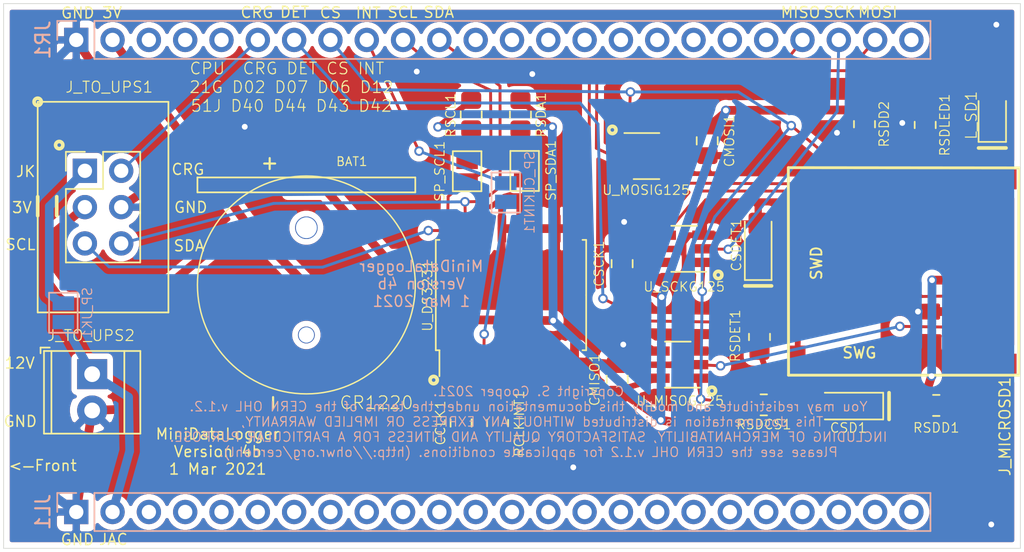
<source format=kicad_pcb>
(kicad_pcb (version 20171130) (host pcbnew "(5.1.8-0-10_14)")

  (general
    (thickness 1.6)
    (drawings 31)
    (tracks 224)
    (zones 0)
    (modules 29)
    (nets 61)
  )

  (page USLedger)
  (title_block
    (date 2019-12-29)
  )

  (layers
    (0 F.Cu signal)
    (31 B.Cu signal)
    (32 B.Adhes user hide)
    (33 F.Adhes user hide)
    (34 B.Paste user hide)
    (35 F.Paste user hide)
    (36 B.SilkS user)
    (37 F.SilkS user)
    (38 B.Mask user hide)
    (39 F.Mask user hide)
    (40 Dwgs.User user hide)
    (41 Cmts.User user hide)
    (42 Eco1.User user hide)
    (43 Eco2.User user hide)
    (44 Edge.Cuts user)
    (45 Margin user hide)
    (46 B.CrtYd user hide)
    (47 F.CrtYd user)
    (48 B.Fab user hide)
    (49 F.Fab user hide)
  )

  (setup
    (last_trace_width 0.2032)
    (trace_clearance 0.1778)
    (zone_clearance 0.4064)
    (zone_45_only no)
    (trace_min 0.1778)
    (via_size 0.6604)
    (via_drill 0.4064)
    (via_min_size 0.4064)
    (via_min_drill 0.3556)
    (uvia_size 0.3)
    (uvia_drill 0.1)
    (uvias_allowed no)
    (uvia_min_size 0.2)
    (uvia_min_drill 0.1)
    (edge_width 0.05)
    (segment_width 0.2)
    (pcb_text_width 0.3)
    (pcb_text_size 1.5 1.5)
    (mod_edge_width 0.12)
    (mod_text_size 0.5 0.5)
    (mod_text_width 0.07)
    (pad_size 1.7 1.7)
    (pad_drill 1)
    (pad_to_mask_clearance 0.0254)
    (solder_mask_min_width 0.0254)
    (aux_axis_origin 0 0)
    (visible_elements FEFDBF7F)
    (pcbplotparams
      (layerselection 0x010fc_ffffffff)
      (usegerberextensions false)
      (usegerberattributes false)
      (usegerberadvancedattributes false)
      (creategerberjobfile false)
      (excludeedgelayer true)
      (linewidth 0.100000)
      (plotframeref false)
      (viasonmask false)
      (mode 1)
      (useauxorigin false)
      (hpglpennumber 1)
      (hpglpenspeed 20)
      (hpglpendiameter 15.000000)
      (psnegative false)
      (psa4output false)
      (plotreference true)
      (plotvalue true)
      (plotinvisibletext false)
      (padsonsilk false)
      (subtractmaskfromsilk false)
      (outputformat 4)
      (mirror false)
      (drillshape 0)
      (scaleselection 1)
      (outputdirectory ""))
  )

  (net 0 "")
  (net 1 GND)
  (net 2 +3V3)
  (net 3 MOSI)
  (net 4 MISO)
  (net 5 SCK)
  (net 6 "Net-(JL1-Pad3)")
  (net 7 "Net-(JL1-Pad5)")
  (net 8 "Net-(JL1-Pad6)")
  (net 9 "Net-(JL1-Pad8)")
  (net 10 "Net-(JL1-Pad9)")
  (net 11 "Net-(JL1-Pad10)")
  (net 12 "Net-(JL1-Pad11)")
  (net 13 "Net-(JL1-Pad12)")
  (net 14 "Net-(JL1-Pad13)")
  (net 15 "Net-(JL1-Pad14)")
  (net 16 "Net-(JL1-Pad15)")
  (net 17 "Net-(JL1-Pad16)")
  (net 18 "Net-(JL1-Pad17)")
  (net 19 "Net-(JL1-Pad18)")
  (net 20 "Net-(JL1-Pad19)")
  (net 21 "Net-(JL1-Pad20)")
  (net 22 "Net-(JL1-Pad21)")
  (net 23 "Net-(JL1-Pad22)")
  (net 24 "Net-(JR1-Pad24)")
  (net 25 "Net-(JR1-Pad19)")
  (net 26 "Net-(JR1-Pad18)")
  (net 27 "Net-(JR1-Pad17)")
  (net 28 "Net-(JR1-Pad16)")
  (net 29 "Net-(JR1-Pad15)")
  (net 30 "Net-(JR1-Pad14)")
  (net 31 "Net-(JR1-Pad13)")
  (net 32 "Net-(JR1-Pad12)")
  (net 33 "Net-(JR1-Pad5)")
  (net 34 "Net-(JR1-Pad4)")
  (net 35 "Net-(JR1-Pad3)")
  (net 36 "Net-(JL1-Pad7)")
  (net 37 "Net-(JL1-Pad23)")
  (net 38 "Net-(BAT1-Pad1)")
  (net 39 SD_DETECT)
  (net 40 "Net-(J_MICROSD1-Pad1)")
  (net 41 SD_CS)
  (net 42 MOSISD)
  (net 43 SCKSD)
  (net 44 MISOSD)
  (net 45 "Net-(J_MICROSD1-Pad8)")
  (net 46 "Net-(JL1-Pad24)")
  (net 47 "Net-(JL1-Pad4)")
  (net 48 "Net-(JR1-Pad20)")
  (net 49 SDA)
  (net 50 SCL)
  (net 51 CLOCK_INT)
  (net 52 "Net-(L_SD1-Pad1)")
  (net 53 "Net-(RCLKINT1-Pad2)")
  (net 54 "Net-(U_DS3231-Pad1)")
  (net 55 "Net-(U_DS3231-Pad4)")
  (net 56 "Net-(J_TO_UPS1-Pad1)")
  (net 57 CHRGSTAT3)
  (net 58 JACK)
  (net 59 "Net-(RSCL1-Pad2)")
  (net 60 "Net-(RSDA1-Pad2)")

  (net_class Default "This is the default net class."
    (clearance 0.1778)
    (trace_width 0.2032)
    (via_dia 0.6604)
    (via_drill 0.4064)
    (uvia_dia 0.3)
    (uvia_drill 0.1)
    (diff_pair_width 0.2032)
    (diff_pair_gap 0.25)
    (add_net +3V3)
    (add_net CHRGSTAT3)
    (add_net CLOCK_INT)
    (add_net GND)
    (add_net JACK)
    (add_net MISO)
    (add_net MISOSD)
    (add_net MOSI)
    (add_net MOSISD)
    (add_net "Net-(BAT1-Pad1)")
    (add_net "Net-(JL1-Pad10)")
    (add_net "Net-(JL1-Pad11)")
    (add_net "Net-(JL1-Pad12)")
    (add_net "Net-(JL1-Pad13)")
    (add_net "Net-(JL1-Pad14)")
    (add_net "Net-(JL1-Pad15)")
    (add_net "Net-(JL1-Pad16)")
    (add_net "Net-(JL1-Pad17)")
    (add_net "Net-(JL1-Pad18)")
    (add_net "Net-(JL1-Pad19)")
    (add_net "Net-(JL1-Pad20)")
    (add_net "Net-(JL1-Pad21)")
    (add_net "Net-(JL1-Pad22)")
    (add_net "Net-(JL1-Pad23)")
    (add_net "Net-(JL1-Pad24)")
    (add_net "Net-(JL1-Pad3)")
    (add_net "Net-(JL1-Pad4)")
    (add_net "Net-(JL1-Pad5)")
    (add_net "Net-(JL1-Pad6)")
    (add_net "Net-(JL1-Pad7)")
    (add_net "Net-(JL1-Pad8)")
    (add_net "Net-(JL1-Pad9)")
    (add_net "Net-(JR1-Pad12)")
    (add_net "Net-(JR1-Pad13)")
    (add_net "Net-(JR1-Pad14)")
    (add_net "Net-(JR1-Pad15)")
    (add_net "Net-(JR1-Pad16)")
    (add_net "Net-(JR1-Pad17)")
    (add_net "Net-(JR1-Pad18)")
    (add_net "Net-(JR1-Pad19)")
    (add_net "Net-(JR1-Pad20)")
    (add_net "Net-(JR1-Pad24)")
    (add_net "Net-(JR1-Pad3)")
    (add_net "Net-(JR1-Pad4)")
    (add_net "Net-(JR1-Pad5)")
    (add_net "Net-(J_MICROSD1-Pad1)")
    (add_net "Net-(J_MICROSD1-Pad8)")
    (add_net "Net-(J_TO_UPS1-Pad1)")
    (add_net "Net-(L_SD1-Pad1)")
    (add_net "Net-(RCLKINT1-Pad2)")
    (add_net "Net-(RSCL1-Pad2)")
    (add_net "Net-(RSDA1-Pad2)")
    (add_net "Net-(U_DS3231-Pad1)")
    (add_net "Net-(U_DS3231-Pad4)")
    (add_net SCK)
    (add_net SCKSD)
    (add_net SCL)
    (add_net SDA)
    (add_net SD_CS)
    (add_net SD_DETECT)
  )

  (module datalogger:MicroSD (layer F.Cu) (tedit 6039D150) (tstamp 60238930)
    (at 78.5241 11.59002 270)
    (path /603DBBE4)
    (attr smd)
    (fp_text reference J_MICROSD1 (at 17.99082 0.8636 90) (layer F.SilkS)
      (effects (font (size 0.762 0.762) (thickness 0.1016)))
    )
    (fp_text value Micro_SD_Card_Det (at 6.8707 12.1031 90) (layer F.SilkS) hide
      (effects (font (size 0.762 0.762) (thickness 0.127)))
    )
    (fp_line (start 14.4 16) (end -0.1143 16.0147) (layer F.SilkS) (width 0.2))
    (fp_line (start -0.11684 16.00962) (end -0.1 -0.1143) (layer F.SilkS) (width 0.2))
    (fp_line (start 14.4 16) (end 14.4 -0.1) (layer F.SilkS) (width 0.2))
    (fp_line (start -0.1 -0.1143) (end 14.4 -0.11) (layer F.SilkS) (width 0.2))
    (fp_line (start 0 0) (end 0 15.9) (layer F.Fab) (width 0.1))
    (fp_line (start 14.3 15.9) (end 0 15.9) (layer F.Fab) (width 0.1))
    (fp_line (start 14.3 0) (end 14.3 15.9) (layer F.Fab) (width 0.1))
    (fp_line (start 0 0) (end 14.3 0) (layer F.Fab) (width 0.1))
    (fp_text user SWD (at 6.56082 14.04874 90) (layer F.SilkS)
      (effects (font (size 0.762 0.762) (thickness 0.127)))
    )
    (fp_text user SWG (at 12.83462 11.04392) (layer F.SilkS)
      (effects (font (size 0.762 0.762) (thickness 0.127)))
    )
    (fp_text user %R (at 7.3729 10.44672 90) (layer F.Fab) hide
      (effects (font (size 0.6096 0.6096) (thickness 0.0762)))
    )
    (pad 10 smd rect (at 6.5532 15.50162 270) (size 1.5 1.524) (layers F.Cu F.Paste F.Mask)
      (net 39 SD_DETECT))
    (pad 9 smd rect (at 13.99032 10.9982 270) (size 1.143 1.4224) (layers F.Cu F.Paste F.Mask)
      (net 1 GND))
    (pad 11 smd rect (at 0.7 1 270) (size 1.4 1.9) (layers F.Cu F.Paste F.Mask)
      (net 1 GND))
    (pad 11 smd rect (at 13.6 1 270) (size 1.4 1.9) (layers F.Cu F.Paste F.Mask)
      (net 1 GND))
    (pad 11 smd rect (at 13.081 15.38986 270) (size 1.5 1.15) (layers F.Cu F.Paste F.Mask)
      (net 1 GND))
    (pad 11 smd rect (at 4.14528 15.5067 270) (size 1.5 1.5) (layers F.Cu F.Paste F.Mask)
      (net 1 GND))
    (pad 8 smd rect (at 12.15 3.8 270) (size 0.65 2.2) (layers F.Cu F.Paste F.Mask)
      (net 45 "Net-(J_MICROSD1-Pad8)"))
    (pad 7 smd rect (at 11.05 3.8 270) (size 0.65 2.2) (layers F.Cu F.Paste F.Mask)
      (net 44 MISOSD))
    (pad 6 smd rect (at 9.95 3.8 270) (size 0.65 2.2) (layers F.Cu F.Paste F.Mask)
      (net 1 GND))
    (pad 5 smd rect (at 8.85 3.8 270) (size 0.65 2.2) (layers F.Cu F.Paste F.Mask)
      (net 43 SCKSD))
    (pad 4 smd rect (at 7.75 3.8 270) (size 0.65 2.2) (layers F.Cu F.Paste F.Mask)
      (net 2 +3V3))
    (pad 3 smd rect (at 6.65 3.8 270) (size 0.65 2.2) (layers F.Cu F.Paste F.Mask)
      (net 42 MOSISD))
    (pad 2 smd rect (at 5.55 3.8 270) (size 0.65 2.2) (layers F.Cu F.Paste F.Mask)
      (net 41 SD_CS))
    (pad 1 smd rect (at 4.45 3.8 270) (size 0.65 2.2) (layers F.Cu F.Paste F.Mask)
      (net 40 "Net-(J_MICROSD1-Pad1)"))
  )

  (module Connector_PinHeader_2.54mm:PinHeader_1x24_P2.54mm_Vertical (layer B.Cu) (tedit 59FED5CC) (tstamp 6006A0C3)
    (at 12.7 35.56 270)
    (descr "Through hole straight pin header, 1x24, 2.54mm pitch, single row")
    (tags "Through hole pin header THT 1x24 2.54mm single row")
    (path /6010EA6D)
    (fp_text reference JL1 (at 0 2.33 270) (layer B.SilkS)
      (effects (font (size 1 1) (thickness 0.15)) (justify mirror))
    )
    (fp_text value Conn_01x24 (at 0 -60.75 270) (layer B.Fab)
      (effects (font (size 1 1) (thickness 0.15)) (justify mirror))
    )
    (fp_line (start -0.635 1.27) (end 1.27 1.27) (layer B.Fab) (width 0.1))
    (fp_line (start 1.27 1.27) (end 1.27 -59.69) (layer B.Fab) (width 0.1))
    (fp_line (start 1.27 -59.69) (end -1.27 -59.69) (layer B.Fab) (width 0.1))
    (fp_line (start -1.27 -59.69) (end -1.27 0.635) (layer B.Fab) (width 0.1))
    (fp_line (start -1.27 0.635) (end -0.635 1.27) (layer B.Fab) (width 0.1))
    (fp_line (start -1.33 -59.75) (end 1.33 -59.75) (layer B.SilkS) (width 0.12))
    (fp_line (start -1.33 -1.27) (end -1.33 -59.75) (layer B.SilkS) (width 0.12))
    (fp_line (start 1.33 -1.27) (end 1.33 -59.75) (layer B.SilkS) (width 0.12))
    (fp_line (start -1.33 -1.27) (end 1.33 -1.27) (layer B.SilkS) (width 0.12))
    (fp_line (start -1.33 0) (end -1.33 1.33) (layer B.SilkS) (width 0.12))
    (fp_line (start -1.33 1.33) (end 0 1.33) (layer B.SilkS) (width 0.12))
    (fp_line (start -1.8 1.8) (end -1.8 -60.2) (layer B.CrtYd) (width 0.05))
    (fp_line (start -1.8 -60.2) (end 1.8 -60.2) (layer B.CrtYd) (width 0.05))
    (fp_line (start 1.8 -60.2) (end 1.8 1.8) (layer B.CrtYd) (width 0.05))
    (fp_line (start 1.8 1.8) (end -1.8 1.8) (layer B.CrtYd) (width 0.05))
    (fp_text user %R (at 0 -29.21) (layer B.Fab)
      (effects (font (size 1 1) (thickness 0.15)) (justify mirror))
    )
    (pad 24 thru_hole oval (at 0 -58.42 270) (size 1.7 1.7) (drill 1) (layers *.Cu *.Mask)
      (net 46 "Net-(JL1-Pad24)"))
    (pad 23 thru_hole oval (at 0 -55.88 270) (size 1.7 1.7) (drill 1) (layers *.Cu *.Mask)
      (net 37 "Net-(JL1-Pad23)"))
    (pad 22 thru_hole oval (at 0 -53.34 270) (size 1.7 1.7) (drill 1) (layers *.Cu *.Mask)
      (net 23 "Net-(JL1-Pad22)"))
    (pad 21 thru_hole oval (at 0 -50.8 270) (size 1.7 1.7) (drill 1) (layers *.Cu *.Mask)
      (net 22 "Net-(JL1-Pad21)"))
    (pad 20 thru_hole oval (at 0 -48.26 270) (size 1.7 1.7) (drill 1) (layers *.Cu *.Mask)
      (net 21 "Net-(JL1-Pad20)"))
    (pad 19 thru_hole oval (at 0 -45.72 270) (size 1.7 1.7) (drill 1) (layers *.Cu *.Mask)
      (net 20 "Net-(JL1-Pad19)"))
    (pad 18 thru_hole oval (at 0 -43.18 270) (size 1.7 1.7) (drill 1) (layers *.Cu *.Mask)
      (net 19 "Net-(JL1-Pad18)"))
    (pad 17 thru_hole oval (at 0 -40.64 270) (size 1.7 1.7) (drill 1) (layers *.Cu *.Mask)
      (net 18 "Net-(JL1-Pad17)"))
    (pad 16 thru_hole oval (at 0 -38.1 270) (size 1.7 1.7) (drill 1) (layers *.Cu *.Mask)
      (net 17 "Net-(JL1-Pad16)"))
    (pad 15 thru_hole oval (at 0 -35.56 270) (size 1.7 1.7) (drill 1) (layers *.Cu *.Mask)
      (net 16 "Net-(JL1-Pad15)"))
    (pad 14 thru_hole oval (at 0 -33.02 270) (size 1.7 1.7) (drill 1) (layers *.Cu *.Mask)
      (net 15 "Net-(JL1-Pad14)"))
    (pad 13 thru_hole oval (at 0 -30.48 270) (size 1.7 1.7) (drill 1) (layers *.Cu *.Mask)
      (net 14 "Net-(JL1-Pad13)"))
    (pad 12 thru_hole oval (at 0 -27.94 270) (size 1.7 1.7) (drill 1) (layers *.Cu *.Mask)
      (net 13 "Net-(JL1-Pad12)"))
    (pad 11 thru_hole oval (at 0 -25.4 270) (size 1.7 1.7) (drill 1) (layers *.Cu *.Mask)
      (net 12 "Net-(JL1-Pad11)"))
    (pad 10 thru_hole oval (at 0 -22.86 270) (size 1.7 1.7) (drill 1) (layers *.Cu *.Mask)
      (net 11 "Net-(JL1-Pad10)"))
    (pad 9 thru_hole oval (at 0 -20.32 270) (size 1.7 1.7) (drill 1) (layers *.Cu *.Mask)
      (net 10 "Net-(JL1-Pad9)"))
    (pad 8 thru_hole oval (at 0 -17.78 270) (size 1.7 1.7) (drill 1) (layers *.Cu *.Mask)
      (net 9 "Net-(JL1-Pad8)"))
    (pad 7 thru_hole oval (at 0 -15.24 270) (size 1.7 1.7) (drill 1) (layers *.Cu *.Mask)
      (net 36 "Net-(JL1-Pad7)"))
    (pad 6 thru_hole oval (at 0 -12.7 270) (size 1.7 1.7) (drill 1) (layers *.Cu *.Mask)
      (net 8 "Net-(JL1-Pad6)"))
    (pad 5 thru_hole oval (at 0 -10.16 270) (size 1.7 1.7) (drill 1) (layers *.Cu *.Mask)
      (net 7 "Net-(JL1-Pad5)"))
    (pad 4 thru_hole oval (at 0 -7.62 270) (size 1.7 1.7) (drill 1) (layers *.Cu *.Mask)
      (net 47 "Net-(JL1-Pad4)"))
    (pad 3 thru_hole oval (at 0 -5.08 270) (size 1.7 1.7) (drill 1) (layers *.Cu *.Mask)
      (net 6 "Net-(JL1-Pad3)"))
    (pad 2 thru_hole oval (at 0 -2.54 270) (size 1.7 1.7) (drill 1) (layers *.Cu *.Mask)
      (net 58 JACK))
    (pad 1 thru_hole rect (at 0 0 270) (size 1.7 1.7) (drill 1) (layers *.Cu *.Mask)
      (net 1 GND))
    (model ${KISYS3DMOD}/Connector_PinHeader_2.54mm.3dshapes/PinHeader_1x24_P2.54mm_Vertical.wrl
      (at (xyz 0 0 0))
      (scale (xyz 1 1 1))
      (rotate (xyz 0 0 0))
    )
  )

  (module Connector_PinHeader_2.54mm:PinHeader_1x24_P2.54mm_Vertical (layer B.Cu) (tedit 59FED5CC) (tstamp 6039DEE4)
    (at 12.7 2.54 270)
    (descr "Through hole straight pin header, 1x24, 2.54mm pitch, single row")
    (tags "Through hole pin header THT 1x24 2.54mm single row")
    (path /60109421)
    (fp_text reference JR1 (at 0 2.33 270) (layer B.SilkS)
      (effects (font (size 1 1) (thickness 0.15)) (justify mirror))
    )
    (fp_text value Conn_01x24 (at 0 -60.75 270) (layer B.Fab)
      (effects (font (size 1 1) (thickness 0.15)) (justify mirror))
    )
    (fp_line (start -0.635 1.27) (end 1.27 1.27) (layer B.Fab) (width 0.1))
    (fp_line (start 1.27 1.27) (end 1.27 -59.69) (layer B.Fab) (width 0.1))
    (fp_line (start 1.27 -59.69) (end -1.27 -59.69) (layer B.Fab) (width 0.1))
    (fp_line (start -1.27 -59.69) (end -1.27 0.635) (layer B.Fab) (width 0.1))
    (fp_line (start -1.27 0.635) (end -0.635 1.27) (layer B.Fab) (width 0.1))
    (fp_line (start -1.33 -59.75) (end 1.33 -59.75) (layer B.SilkS) (width 0.12))
    (fp_line (start -1.33 -1.27) (end -1.33 -59.75) (layer B.SilkS) (width 0.12))
    (fp_line (start 1.33 -1.27) (end 1.33 -59.75) (layer B.SilkS) (width 0.12))
    (fp_line (start -1.33 -1.27) (end 1.33 -1.27) (layer B.SilkS) (width 0.12))
    (fp_line (start -1.33 0) (end -1.33 1.33) (layer B.SilkS) (width 0.12))
    (fp_line (start -1.33 1.33) (end 0 1.33) (layer B.SilkS) (width 0.12))
    (fp_line (start -1.8 1.8) (end -1.8 -60.2) (layer B.CrtYd) (width 0.05))
    (fp_line (start -1.8 -60.2) (end 1.8 -60.2) (layer B.CrtYd) (width 0.05))
    (fp_line (start 1.8 -60.2) (end 1.8 1.8) (layer B.CrtYd) (width 0.05))
    (fp_line (start 1.8 1.8) (end -1.8 1.8) (layer B.CrtYd) (width 0.05))
    (fp_text user %R (at 0 -29.21) (layer B.Fab)
      (effects (font (size 1 1) (thickness 0.15)) (justify mirror))
    )
    (pad 24 thru_hole oval (at 0 -58.42 270) (size 1.7 1.7) (drill 1) (layers *.Cu *.Mask)
      (net 24 "Net-(JR1-Pad24)"))
    (pad 23 thru_hole oval (at 0 -55.88 270) (size 1.7 1.7) (drill 1) (layers *.Cu *.Mask)
      (net 3 MOSI))
    (pad 22 thru_hole oval (at 0 -53.34 270) (size 1.7 1.7) (drill 1) (layers *.Cu *.Mask)
      (net 5 SCK))
    (pad 21 thru_hole oval (at 0 -50.8 270) (size 1.7 1.7) (drill 1) (layers *.Cu *.Mask)
      (net 4 MISO))
    (pad 20 thru_hole oval (at 0 -48.26 270) (size 1.7 1.7) (drill 1) (layers *.Cu *.Mask)
      (net 48 "Net-(JR1-Pad20)"))
    (pad 19 thru_hole oval (at 0 -45.72 270) (size 1.7 1.7) (drill 1) (layers *.Cu *.Mask)
      (net 25 "Net-(JR1-Pad19)"))
    (pad 18 thru_hole oval (at 0 -43.18 270) (size 1.7 1.7) (drill 1) (layers *.Cu *.Mask)
      (net 26 "Net-(JR1-Pad18)"))
    (pad 17 thru_hole oval (at 0 -40.64 270) (size 1.7 1.7) (drill 1) (layers *.Cu *.Mask)
      (net 27 "Net-(JR1-Pad17)"))
    (pad 16 thru_hole oval (at 0 -38.1 270) (size 1.7 1.7) (drill 1) (layers *.Cu *.Mask)
      (net 28 "Net-(JR1-Pad16)"))
    (pad 15 thru_hole oval (at 0 -35.56 270) (size 1.7 1.7) (drill 1) (layers *.Cu *.Mask)
      (net 29 "Net-(JR1-Pad15)"))
    (pad 14 thru_hole oval (at 0 -33.02 270) (size 1.7 1.7) (drill 1) (layers *.Cu *.Mask)
      (net 30 "Net-(JR1-Pad14)"))
    (pad 13 thru_hole oval (at 0 -30.48 270) (size 1.7 1.7) (drill 1) (layers *.Cu *.Mask)
      (net 31 "Net-(JR1-Pad13)"))
    (pad 12 thru_hole oval (at 0 -27.94 270) (size 1.7 1.7) (drill 1) (layers *.Cu *.Mask)
      (net 32 "Net-(JR1-Pad12)"))
    (pad 11 thru_hole oval (at 0 -25.4 270) (size 1.7 1.7) (drill 1) (layers *.Cu *.Mask)
      (net 49 SDA))
    (pad 10 thru_hole oval (at 0 -22.86 270) (size 1.7 1.7) (drill 1) (layers *.Cu *.Mask)
      (net 50 SCL))
    (pad 9 thru_hole oval (at 0 -20.32 270) (size 1.7 1.7) (drill 1) (layers *.Cu *.Mask)
      (net 51 CLOCK_INT))
    (pad 8 thru_hole oval (at 0 -17.78 270) (size 1.7 1.7) (drill 1) (layers *.Cu *.Mask)
      (net 41 SD_CS))
    (pad 7 thru_hole oval (at 0 -15.24 270) (size 1.7 1.7) (drill 1) (layers *.Cu *.Mask)
      (net 39 SD_DETECT))
    (pad 6 thru_hole oval (at 0 -12.7 270) (size 1.7 1.7) (drill 1) (layers *.Cu *.Mask)
      (net 57 CHRGSTAT3))
    (pad 5 thru_hole oval (at 0 -10.16 270) (size 1.7 1.7) (drill 1) (layers *.Cu *.Mask)
      (net 33 "Net-(JR1-Pad5)"))
    (pad 4 thru_hole oval (at 0 -7.62 270) (size 1.7 1.7) (drill 1) (layers *.Cu *.Mask)
      (net 34 "Net-(JR1-Pad4)"))
    (pad 3 thru_hole oval (at 0 -5.08 270) (size 1.7 1.7) (drill 1) (layers *.Cu *.Mask)
      (net 35 "Net-(JR1-Pad3)"))
    (pad 2 thru_hole oval (at 0 -2.54 270) (size 1.7 1.7) (drill 1) (layers *.Cu *.Mask)
      (net 2 +3V3))
    (pad 1 thru_hole rect (at 0 0 270) (size 1.7 1.7) (drill 1) (layers *.Cu *.Mask)
      (net 1 GND))
    (model ${KISYS3DMOD}/Connector_PinHeader_2.54mm.3dshapes/PinHeader_1x24_P2.54mm_Vertical.wrl
      (at (xyz 0 0 0))
      (scale (xyz 1 1 1))
      (rotate (xyz 0 0 0))
    )
  )

  (module datalogger:Battery_CR1220 (layer F.Cu) (tedit 5E1684E0) (tstamp 602388A7)
    (at 28.79598 19.67738 90)
    (descr "CR1220 battery")
    (tags "battery CR1220 coin cell")
    (path /60454A8B)
    (attr virtual)
    (fp_text reference BAT1 (at 8.63092 3.17754 180) (layer F.SilkS)
      (effects (font (size 0.6096 0.6096) (thickness 0.0762)))
    )
    (fp_text value CR1220_CELL (at -1.6129 0.0762) (layer F.Fab) hide
      (effects (font (size 0.508 0.508) (thickness 0.0762)))
    )
    (fp_line (start 7.5184 -7.62) (end 6.477 -7.62) (layer F.SilkS) (width 0.12))
    (fp_line (start 7.5184 7.62) (end 7.5184 -7.62) (layer F.SilkS) (width 0.12))
    (fp_line (start 6.477 7.62) (end 7.5184 7.62) (layer F.SilkS) (width 0.12))
    (fp_line (start 6.477 -7.62) (end 6.477 7.62) (layer F.SilkS) (width 0.12))
    (fp_circle (center 0 0) (end 7.62 0) (layer F.SilkS) (width 0.1))
    (fp_text user - (at -8.22706 -2.40284 90) (layer F.SilkS)
      (effects (font (size 1 1) (thickness 0.15)))
    )
    (fp_text user + (at 8.49122 -2.63906 90) (layer F.SilkS)
      (effects (font (size 1 1) (thickness 0.15)))
    )
    (pad 3 thru_hole circle (at 4 0 90) (size 1.5748 1.5748) (drill 1.4478) (layers *.Cu *.Mask))
    (pad 3 thru_hole circle (at -3.5 0 90) (size 1.18 1.18) (drill 1.06) (layers *.Cu *.Mask))
    (pad 1 smd rect (at 8.18 0 90) (size 3.66 2.6) (layers F.Cu F.Paste F.Mask)
      (net 38 "Net-(BAT1-Pad1)"))
    (pad 2 smd rect (at -8.18 0 90) (size 3.66 2.6) (layers F.Cu F.Paste F.Mask)
      (net 1 GND))
    (model ${KISYS3DMOD}/Battery.3dshapes/Battery_CR1225.wrl
      (at (xyz 0 0 0))
      (scale (xyz 1 1 1))
      (rotate (xyz 0 0 0))
    )
  )

  (module Capacitor_SMD:C_0805_2012Metric_Pad1.18x1.45mm_HandSolder (layer F.Cu) (tedit 5FA7A380) (tstamp 6023D08C)
    (at 39.61892 29.32938 270)
    (descr "Capacitor SMD 0805 (2012 Metric), square (rectangular) end terminal, IPC_7351 nominal with elongated pad for handsoldering. (Body size source: IPC-SM-782 page 76, https://www.pcb-3d.com/wordpress/wp-content/uploads/ipc-sm-782a_amendment_1_and_2.pdf, https://docs.google.com/spreadsheets/d/1BsfQQcO9C6DZCsRaXUlFlo91Tg2WpOkGARC1WS5S8t0/edit?usp=sharing), generated with kicad-footprint-generator")
    (tags "capacitor handsolder")
    (path /606CC163)
    (attr smd)
    (fp_text reference CCLK1 (at 0 1.44526 90) (layer F.SilkS)
      (effects (font (size 0.6604 0.6604) (thickness 0.0762)))
    )
    (fp_text value 1uf (at -0.0508 1.1684 90) (layer F.Fab) hide
      (effects (font (size 0.3048 0.3048) (thickness 0.0508)))
    )
    (fp_line (start 1.88 0.98) (end -1.88 0.98) (layer F.CrtYd) (width 0.05))
    (fp_line (start 1.88 -0.98) (end 1.88 0.98) (layer F.CrtYd) (width 0.05))
    (fp_line (start -1.88 -0.98) (end 1.88 -0.98) (layer F.CrtYd) (width 0.05))
    (fp_line (start -1.88 0.98) (end -1.88 -0.98) (layer F.CrtYd) (width 0.05))
    (fp_line (start -0.261252 0.735) (end 0.261252 0.735) (layer F.SilkS) (width 0.12))
    (fp_line (start -0.261252 -0.735) (end 0.261252 -0.735) (layer F.SilkS) (width 0.12))
    (fp_line (start 1 0.625) (end -1 0.625) (layer F.Fab) (width 0.1))
    (fp_line (start 1 -0.625) (end 1 0.625) (layer F.Fab) (width 0.1))
    (fp_line (start -1 -0.625) (end 1 -0.625) (layer F.Fab) (width 0.1))
    (fp_line (start -1 0.625) (end -1 -0.625) (layer F.Fab) (width 0.1))
    (fp_text user %R (at 0 0 90) (layer F.Fab) hide
      (effects (font (size 0.5 0.5) (thickness 0.08)))
    )
    (pad 2 smd roundrect (at 1.0375 0 270) (size 1.175 1.45) (layers F.Cu F.Paste F.Mask) (roundrect_rratio 0.212766)
      (net 1 GND))
    (pad 1 smd roundrect (at -1.0375 0 270) (size 1.175 1.45) (layers F.Cu F.Paste F.Mask) (roundrect_rratio 0.212766)
      (net 2 +3V3))
    (model ${KISYS3DMOD}/Capacitor_SMD.3dshapes/C_0805_2012Metric.wrl
      (at (xyz 0 0 0))
      (scale (xyz 1 1 1))
      (rotate (xyz 0 0 0))
    )
  )

  (module Capacitor_SMD:C_0805_2012Metric_Pad1.18x1.45mm_HandSolder (layer F.Cu) (tedit 5FA7A380) (tstamp 602388C9)
    (at 50.54092 26.28392 90)
    (descr "Capacitor SMD 0805 (2012 Metric), square (rectangular) end terminal, IPC_7351 nominal with elongated pad for handsoldering. (Body size source: IPC-SM-782 page 76, https://www.pcb-3d.com/wordpress/wp-content/uploads/ipc-sm-782a_amendment_1_and_2.pdf, https://docs.google.com/spreadsheets/d/1BsfQQcO9C6DZCsRaXUlFlo91Tg2WpOkGARC1WS5S8t0/edit?usp=sharing), generated with kicad-footprint-generator")
    (tags "capacitor handsolder")
    (path /604BE5CE)
    (attr smd)
    (fp_text reference CMISO1 (at -0.02794 -1.57734 90) (layer F.SilkS)
      (effects (font (size 0.6604 0.6604) (thickness 0.0762)))
    )
    (fp_text value 0.1uf (at -0.0508 1.1684 90) (layer F.Fab) hide
      (effects (font (size 0.3048 0.3048) (thickness 0.0508)))
    )
    (fp_line (start 1.88 0.98) (end -1.88 0.98) (layer F.CrtYd) (width 0.05))
    (fp_line (start 1.88 -0.98) (end 1.88 0.98) (layer F.CrtYd) (width 0.05))
    (fp_line (start -1.88 -0.98) (end 1.88 -0.98) (layer F.CrtYd) (width 0.05))
    (fp_line (start -1.88 0.98) (end -1.88 -0.98) (layer F.CrtYd) (width 0.05))
    (fp_line (start -0.261252 0.735) (end 0.261252 0.735) (layer F.SilkS) (width 0.12))
    (fp_line (start -0.261252 -0.735) (end 0.261252 -0.735) (layer F.SilkS) (width 0.12))
    (fp_line (start 1 0.625) (end -1 0.625) (layer F.Fab) (width 0.1))
    (fp_line (start 1 -0.625) (end 1 0.625) (layer F.Fab) (width 0.1))
    (fp_line (start -1 -0.625) (end 1 -0.625) (layer F.Fab) (width 0.1))
    (fp_line (start -1 0.625) (end -1 -0.625) (layer F.Fab) (width 0.1))
    (fp_text user %R (at 0 0 90) (layer F.Fab) hide
      (effects (font (size 0.5 0.5) (thickness 0.08)))
    )
    (pad 2 smd roundrect (at 1.0375 0 90) (size 1.175 1.45) (layers F.Cu F.Paste F.Mask) (roundrect_rratio 0.212766)
      (net 1 GND))
    (pad 1 smd roundrect (at -1.0375 0 90) (size 1.175 1.45) (layers F.Cu F.Paste F.Mask) (roundrect_rratio 0.212766)
      (net 2 +3V3))
    (model ${KISYS3DMOD}/Capacitor_SMD.3dshapes/C_0805_2012Metric.wrl
      (at (xyz 0 0 0))
      (scale (xyz 1 1 1))
      (rotate (xyz 0 0 0))
    )
  )

  (module Capacitor_SMD:C_0805_2012Metric_Pad1.18x1.45mm_HandSolder (layer F.Cu) (tedit 5FA7A380) (tstamp 602388DA)
    (at 56.83504 9.59612 270)
    (descr "Capacitor SMD 0805 (2012 Metric), square (rectangular) end terminal, IPC_7351 nominal with elongated pad for handsoldering. (Body size source: IPC-SM-782 page 76, https://www.pcb-3d.com/wordpress/wp-content/uploads/ipc-sm-782a_amendment_1_and_2.pdf, https://docs.google.com/spreadsheets/d/1BsfQQcO9C6DZCsRaXUlFlo91Tg2WpOkGARC1WS5S8t0/edit?usp=sharing), generated with kicad-footprint-generator")
    (tags "capacitor handsolder")
    (path /604BDCAD)
    (attr smd)
    (fp_text reference CMOSI1 (at 0 -1.55194 90) (layer F.SilkS)
      (effects (font (size 0.6604 0.6604) (thickness 0.0762)))
    )
    (fp_text value 0.1uf (at -0.0508 1.1684 90) (layer F.Fab) hide
      (effects (font (size 0.3048 0.3048) (thickness 0.0508)))
    )
    (fp_line (start 1.88 0.98) (end -1.88 0.98) (layer F.CrtYd) (width 0.05))
    (fp_line (start 1.88 -0.98) (end 1.88 0.98) (layer F.CrtYd) (width 0.05))
    (fp_line (start -1.88 -0.98) (end 1.88 -0.98) (layer F.CrtYd) (width 0.05))
    (fp_line (start -1.88 0.98) (end -1.88 -0.98) (layer F.CrtYd) (width 0.05))
    (fp_line (start -0.261252 0.735) (end 0.261252 0.735) (layer F.SilkS) (width 0.12))
    (fp_line (start -0.261252 -0.735) (end 0.261252 -0.735) (layer F.SilkS) (width 0.12))
    (fp_line (start 1 0.625) (end -1 0.625) (layer F.Fab) (width 0.1))
    (fp_line (start 1 -0.625) (end 1 0.625) (layer F.Fab) (width 0.1))
    (fp_line (start -1 -0.625) (end 1 -0.625) (layer F.Fab) (width 0.1))
    (fp_line (start -1 0.625) (end -1 -0.625) (layer F.Fab) (width 0.1))
    (fp_text user %R (at 0 0 90) (layer F.Fab) hide
      (effects (font (size 0.5 0.5) (thickness 0.08)))
    )
    (pad 2 smd roundrect (at 1.0375 0 270) (size 1.175 1.45) (layers F.Cu F.Paste F.Mask) (roundrect_rratio 0.212766)
      (net 1 GND))
    (pad 1 smd roundrect (at -1.0375 0 270) (size 1.175 1.45) (layers F.Cu F.Paste F.Mask) (roundrect_rratio 0.212766)
      (net 2 +3V3))
    (model ${KISYS3DMOD}/Capacitor_SMD.3dshapes/C_0805_2012Metric.wrl
      (at (xyz 0 0 0))
      (scale (xyz 1 1 1))
      (rotate (xyz 0 0 0))
    )
  )

  (module Capacitor_SMD:C_0805_2012Metric_Pad1.18x1.45mm_HandSolder (layer F.Cu) (tedit 5FA7A380) (tstamp 602388EB)
    (at 50.88382 18.18894 90)
    (descr "Capacitor SMD 0805 (2012 Metric), square (rectangular) end terminal, IPC_7351 nominal with elongated pad for handsoldering. (Body size source: IPC-SM-782 page 76, https://www.pcb-3d.com/wordpress/wp-content/uploads/ipc-sm-782a_amendment_1_and_2.pdf, https://docs.google.com/spreadsheets/d/1BsfQQcO9C6DZCsRaXUlFlo91Tg2WpOkGARC1WS5S8t0/edit?usp=sharing), generated with kicad-footprint-generator")
    (tags "capacitor handsolder")
    (path /604BEEE9)
    (attr smd)
    (fp_text reference CSCK1 (at 0 -1.60782 90) (layer F.SilkS)
      (effects (font (size 0.6604 0.6604) (thickness 0.0762)))
    )
    (fp_text value 0.1uf (at -0.0508 1.1684 90) (layer F.Fab) hide
      (effects (font (size 0.3048 0.3048) (thickness 0.0508)))
    )
    (fp_line (start 1.88 0.98) (end -1.88 0.98) (layer F.CrtYd) (width 0.05))
    (fp_line (start 1.88 -0.98) (end 1.88 0.98) (layer F.CrtYd) (width 0.05))
    (fp_line (start -1.88 -0.98) (end 1.88 -0.98) (layer F.CrtYd) (width 0.05))
    (fp_line (start -1.88 0.98) (end -1.88 -0.98) (layer F.CrtYd) (width 0.05))
    (fp_line (start -0.261252 0.735) (end 0.261252 0.735) (layer F.SilkS) (width 0.12))
    (fp_line (start -0.261252 -0.735) (end 0.261252 -0.735) (layer F.SilkS) (width 0.12))
    (fp_line (start 1 0.625) (end -1 0.625) (layer F.Fab) (width 0.1))
    (fp_line (start 1 -0.625) (end 1 0.625) (layer F.Fab) (width 0.1))
    (fp_line (start -1 -0.625) (end 1 -0.625) (layer F.Fab) (width 0.1))
    (fp_line (start -1 0.625) (end -1 -0.625) (layer F.Fab) (width 0.1))
    (fp_text user %R (at 0 0 90) (layer F.Fab) hide
      (effects (font (size 0.5 0.5) (thickness 0.08)))
    )
    (pad 2 smd roundrect (at 1.0375 0 90) (size 1.175 1.45) (layers F.Cu F.Paste F.Mask) (roundrect_rratio 0.212766)
      (net 1 GND))
    (pad 1 smd roundrect (at -1.0375 0 90) (size 1.175 1.45) (layers F.Cu F.Paste F.Mask) (roundrect_rratio 0.212766)
      (net 2 +3V3))
    (model ${KISYS3DMOD}/Capacitor_SMD.3dshapes/C_0805_2012Metric.wrl
      (at (xyz 0 0 0))
      (scale (xyz 1 1 1))
      (rotate (xyz 0 0 0))
    )
  )

  (module Capacitor_Tantalum_SMD:CP_EIA-3216-18_Kemet-A_Pad1.58x1.35mm_HandSolder (layer F.Cu) (tedit 5FA84C73) (tstamp 602388FF)
    (at 66.65976 28.15082 180)
    (descr "Tantalum Capacitor SMD Kemet-A (3216-18 Metric), IPC_7351 nominal, (Body size from: http://www.kemet.com/Lists/ProductCatalog/Attachments/253/KEM_TC101_STD.pdf), generated with kicad-footprint-generator")
    (tags "capacitor tantalum")
    (path /5D84D936)
    (attr smd)
    (fp_text reference CSD1 (at -0.0508 -1.524) (layer F.SilkS)
      (effects (font (size 0.6604 0.6604) (thickness 0.0762)))
    )
    (fp_text value "10uf TANT" (at 0 1.3716) (layer F.Fab) hide
      (effects (font (size 0.3048 0.3048) (thickness 0.0762)))
    )
    (fp_line (start 2.48 1.05) (end -2.48 1.05) (layer F.CrtYd) (width 0.05))
    (fp_line (start 2.48 -1.05) (end 2.48 1.05) (layer F.CrtYd) (width 0.05))
    (fp_line (start -2.48 -1.05) (end 2.48 -1.05) (layer F.CrtYd) (width 0.05))
    (fp_line (start -2.48 1.05) (end -2.48 -1.05) (layer F.CrtYd) (width 0.05))
    (fp_line (start -2.485 0.935) (end 1.6 0.935) (layer F.SilkS) (width 0.12))
    (fp_line (start -2.485 -0.935) (end -2.485 0.935) (layer F.SilkS) (width 0.12))
    (fp_line (start 1.6 -0.935) (end -2.485 -0.935) (layer F.SilkS) (width 0.12))
    (fp_line (start 1.6 0.8) (end 1.6 -0.8) (layer F.Fab) (width 0.1))
    (fp_line (start -1.6 0.8) (end 1.6 0.8) (layer F.Fab) (width 0.1))
    (fp_line (start -1.6 -0.4) (end -1.6 0.8) (layer F.Fab) (width 0.1))
    (fp_line (start -1.2 -0.8) (end -1.6 -0.4) (layer F.Fab) (width 0.1))
    (fp_line (start 1.6 -0.8) (end -1.2 -0.8) (layer F.Fab) (width 0.1))
    (fp_line (start -2.8956 -0.935) (end -2.8956 0.935) (layer F.SilkS) (width 0.254))
    (fp_text user %R (at 0 0) (layer F.Fab) hide
      (effects (font (size 0.8 0.8) (thickness 0.12)))
    )
    (pad 2 smd roundrect (at 1.4375 0 180) (size 1.575 1.35) (layers F.Cu F.Paste F.Mask) (roundrect_rratio 0.185185)
      (net 1 GND))
    (pad 1 smd roundrect (at -1.4375 0 180) (size 1.575 1.35) (layers F.Cu F.Paste F.Mask) (roundrect_rratio 0.185185)
      (net 2 +3V3))
    (model ${KISYS3DMOD}/Capacitor_Tantalum_SMD.3dshapes/CP_EIA-3216-18_Kemet-A.wrl
      (at (xyz 0 0 0))
      (scale (xyz 1 1 1))
      (rotate (xyz 0 0 0))
    )
  )

  (module Capacitor_Tantalum_SMD:CP_EIA-3216-18_Kemet-A_Pad1.58x1.35mm_HandSolder (layer F.Cu) (tedit 5FA84C73) (tstamp 60238913)
    (at 60.4012 16.84782 90)
    (descr "Tantalum Capacitor SMD Kemet-A (3216-18 Metric), IPC_7351 nominal, (Body size from: http://www.kemet.com/Lists/ProductCatalog/Attachments/253/KEM_TC101_STD.pdf), generated with kicad-footprint-generator")
    (tags "capacitor tantalum")
    (path /604B4C29)
    (attr smd)
    (fp_text reference CSDET1 (at -0.0508 -1.524 90) (layer F.SilkS)
      (effects (font (size 0.6604 0.6604) (thickness 0.0762)))
    )
    (fp_text value "10uf TANT" (at 0 1.3716 90) (layer F.Fab) hide
      (effects (font (size 0.3048 0.3048) (thickness 0.0762)))
    )
    (fp_line (start 2.48 1.05) (end -2.48 1.05) (layer F.CrtYd) (width 0.05))
    (fp_line (start 2.48 -1.05) (end 2.48 1.05) (layer F.CrtYd) (width 0.05))
    (fp_line (start -2.48 -1.05) (end 2.48 -1.05) (layer F.CrtYd) (width 0.05))
    (fp_line (start -2.48 1.05) (end -2.48 -1.05) (layer F.CrtYd) (width 0.05))
    (fp_line (start -2.485 0.935) (end 1.6 0.935) (layer F.SilkS) (width 0.12))
    (fp_line (start -2.485 -0.935) (end -2.485 0.935) (layer F.SilkS) (width 0.12))
    (fp_line (start 1.6 -0.935) (end -2.485 -0.935) (layer F.SilkS) (width 0.12))
    (fp_line (start 1.6 0.8) (end 1.6 -0.8) (layer F.Fab) (width 0.1))
    (fp_line (start -1.6 0.8) (end 1.6 0.8) (layer F.Fab) (width 0.1))
    (fp_line (start -1.6 -0.4) (end -1.6 0.8) (layer F.Fab) (width 0.1))
    (fp_line (start -1.2 -0.8) (end -1.6 -0.4) (layer F.Fab) (width 0.1))
    (fp_line (start 1.6 -0.8) (end -1.2 -0.8) (layer F.Fab) (width 0.1))
    (fp_line (start -2.8956 -0.935) (end -2.8956 0.935) (layer F.SilkS) (width 0.254))
    (fp_text user %R (at 0 0 90) (layer F.Fab) hide
      (effects (font (size 0.8 0.8) (thickness 0.12)))
    )
    (pad 2 smd roundrect (at 1.4375 0 90) (size 1.575 1.35) (layers F.Cu F.Paste F.Mask) (roundrect_rratio 0.185185)
      (net 1 GND))
    (pad 1 smd roundrect (at -1.4375 0 90) (size 1.575 1.35) (layers F.Cu F.Paste F.Mask) (roundrect_rratio 0.185185)
      (net 39 SD_DETECT))
    (model ${KISYS3DMOD}/Capacitor_Tantalum_SMD.3dshapes/CP_EIA-3216-18_Kemet-A.wrl
      (at (xyz 0 0 0))
      (scale (xyz 1 1 1))
      (rotate (xyz 0 0 0))
    )
  )

  (module LED_SMD:LED_0805_2012Metric_Pad1.15x1.40mm_HandSolder (layer F.Cu) (tedit 5FA7A02C) (tstamp 60238944)
    (at 76.77658 7.8105 90)
    (descr "LED SMD 0805 (2012 Metric), square (rectangular) end terminal, IPC_7351 nominal, (Body size source: https://docs.google.com/spreadsheets/d/1BsfQQcO9C6DZCsRaXUlFlo91Tg2WpOkGARC1WS5S8t0/edit?usp=sharing), generated with kicad-footprint-generator")
    (tags "LED handsolder")
    (path /5D57D518)
    (attr smd)
    (fp_text reference L_SD1 (at 0 -1.4732 90) (layer F.SilkS)
      (effects (font (size 0.762 0.762) (thickness 0.0762)))
    )
    (fp_text value Green (at 0 1.27 90) (layer F.Fab) hide
      (effects (font (size 0.3048 0.3048) (thickness 0.0508)))
    )
    (fp_line (start 1.85 0.95) (end -1.85 0.95) (layer F.CrtYd) (width 0.05))
    (fp_line (start 1.85 -0.95) (end 1.85 0.95) (layer F.CrtYd) (width 0.05))
    (fp_line (start -1.85 -0.95) (end 1.85 -0.95) (layer F.CrtYd) (width 0.05))
    (fp_line (start -1.85 0.95) (end -1.85 -0.95) (layer F.CrtYd) (width 0.05))
    (fp_line (start -1.86 0.96) (end 1 0.96) (layer F.SilkS) (width 0.12))
    (fp_line (start -1.86 -0.96) (end -1.86 0.96) (layer F.SilkS) (width 0.12))
    (fp_line (start 1 -0.96) (end -1.86 -0.96) (layer F.SilkS) (width 0.12))
    (fp_line (start 1 0.6) (end 1 -0.6) (layer F.Fab) (width 0.1))
    (fp_line (start -1 0.6) (end 1 0.6) (layer F.Fab) (width 0.1))
    (fp_line (start -1 -0.3) (end -1 0.6) (layer F.Fab) (width 0.1))
    (fp_line (start -0.7 -0.6) (end -1 -0.3) (layer F.Fab) (width 0.1))
    (fp_line (start 1 -0.6) (end -0.7 -0.6) (layer F.Fab) (width 0.1))
    (fp_line (start -2.286 -0.96) (end -2.286 0.96) (layer F.SilkS) (width 0.254))
    (fp_text user %R (at 0 0 90) (layer F.Fab) hide
      (effects (font (size 0.5 0.5) (thickness 0.08)))
    )
    (pad 2 smd roundrect (at 1.025 0 90) (size 1.15 1.4) (layers F.Cu F.Paste F.Mask) (roundrect_rratio 0.217391)
      (net 2 +3V3))
    (pad 1 smd roundrect (at -1.025 0 90) (size 1.15 1.4) (layers F.Cu F.Paste F.Mask) (roundrect_rratio 0.217391)
      (net 52 "Net-(L_SD1-Pad1)"))
    (model ${KISYS3DMOD}/LED_SMD.3dshapes/LED_0805_2012Metric.wrl
      (at (xyz 0 0 0))
      (scale (xyz 1 1 1))
      (rotate (xyz 0 0 0))
    )
  )

  (module Resistor_SMD:R_0805_2012Metric_Pad1.20x1.40mm_HandSolder (layer F.Cu) (tedit 5FA7A271) (tstamp 6023D05C)
    (at 42.17162 29.337 90)
    (descr "Resistor SMD 0805 (2012 Metric), square (rectangular) end terminal, IPC_7351 nominal with elongated pad for handsoldering. (Body size source: IPC-SM-782 page 72, https://www.pcb-3d.com/wordpress/wp-content/uploads/ipc-sm-782a_amendment_1_and_2.pdf), generated with kicad-footprint-generator")
    (tags "resistor handsolder")
    (path /604BD381)
    (attr smd)
    (fp_text reference RCLKINT1 (at -0.0381 1.52146 90) (layer F.SilkS)
      (effects (font (size 0.6604 0.6604) (thickness 0.0762)))
    )
    (fp_text value 10K (at 0 1.27 90) (layer F.Fab) hide
      (effects (font (size 0.3048 0.3048) (thickness 0.0508)))
    )
    (fp_line (start -1 0.625) (end -1 -0.625) (layer F.Fab) (width 0.1))
    (fp_line (start -1 -0.625) (end 1 -0.625) (layer F.Fab) (width 0.1))
    (fp_line (start 1 -0.625) (end 1 0.625) (layer F.Fab) (width 0.1))
    (fp_line (start 1 0.625) (end -1 0.625) (layer F.Fab) (width 0.1))
    (fp_line (start -0.227064 -0.735) (end 0.227064 -0.735) (layer F.SilkS) (width 0.12))
    (fp_line (start -0.227064 0.735) (end 0.227064 0.735) (layer F.SilkS) (width 0.12))
    (fp_line (start -1.85 0.95) (end -1.85 -0.95) (layer F.CrtYd) (width 0.05))
    (fp_line (start -1.85 -0.95) (end 1.85 -0.95) (layer F.CrtYd) (width 0.05))
    (fp_line (start 1.85 -0.95) (end 1.85 0.95) (layer F.CrtYd) (width 0.05))
    (fp_line (start 1.85 0.95) (end -1.85 0.95) (layer F.CrtYd) (width 0.05))
    (fp_text user %R (at 0 0.2032 90) (layer F.Fab) hide
      (effects (font (size 0.5 0.5) (thickness 0.08)))
    )
    (pad 2 smd roundrect (at 1 0 90) (size 1.2 1.4) (layers F.Cu F.Paste F.Mask) (roundrect_rratio 0.208333)
      (net 53 "Net-(RCLKINT1-Pad2)"))
    (pad 1 smd roundrect (at -1 0 90) (size 1.2 1.4) (layers F.Cu F.Paste F.Mask) (roundrect_rratio 0.208333)
      (net 2 +3V3))
    (model ${KISYS3DMOD}/Resistor_SMD.3dshapes/R_0805_2012Metric.wrl
      (at (xyz 0 0 0))
      (scale (xyz 1 1 1))
      (rotate (xyz 0 0 0))
    )
  )

  (module Resistor_SMD:R_0805_2012Metric_Pad1.20x1.40mm_HandSolder (layer F.Cu) (tedit 5FA7A271) (tstamp 60238966)
    (at 40.32758 7.76224 270)
    (descr "Resistor SMD 0805 (2012 Metric), square (rectangular) end terminal, IPC_7351 nominal with elongated pad for handsoldering. (Body size source: IPC-SM-782 page 72, https://www.pcb-3d.com/wordpress/wp-content/uploads/ipc-sm-782a_amendment_1_and_2.pdf), generated with kicad-footprint-generator")
    (tags "resistor handsolder")
    (path /604BB09E)
    (attr smd)
    (fp_text reference RSCL1 (at 0.0508 1.43764 90) (layer F.SilkS)
      (effects (font (size 0.6604 0.6604) (thickness 0.0762)))
    )
    (fp_text value 10K (at 0 1.27 90) (layer F.Fab) hide
      (effects (font (size 0.3048 0.3048) (thickness 0.0508)))
    )
    (fp_line (start -1 0.625) (end -1 -0.625) (layer F.Fab) (width 0.1))
    (fp_line (start -1 -0.625) (end 1 -0.625) (layer F.Fab) (width 0.1))
    (fp_line (start 1 -0.625) (end 1 0.625) (layer F.Fab) (width 0.1))
    (fp_line (start 1 0.625) (end -1 0.625) (layer F.Fab) (width 0.1))
    (fp_line (start -0.227064 -0.735) (end 0.227064 -0.735) (layer F.SilkS) (width 0.12))
    (fp_line (start -0.227064 0.735) (end 0.227064 0.735) (layer F.SilkS) (width 0.12))
    (fp_line (start -1.85 0.95) (end -1.85 -0.95) (layer F.CrtYd) (width 0.05))
    (fp_line (start -1.85 -0.95) (end 1.85 -0.95) (layer F.CrtYd) (width 0.05))
    (fp_line (start 1.85 -0.95) (end 1.85 0.95) (layer F.CrtYd) (width 0.05))
    (fp_line (start 1.85 0.95) (end -1.85 0.95) (layer F.CrtYd) (width 0.05))
    (fp_text user %R (at 0 0.2032 90) (layer F.Fab) hide
      (effects (font (size 0.5 0.5) (thickness 0.08)))
    )
    (pad 2 smd roundrect (at 1 0 270) (size 1.2 1.4) (layers F.Cu F.Paste F.Mask) (roundrect_rratio 0.208333)
      (net 59 "Net-(RSCL1-Pad2)"))
    (pad 1 smd roundrect (at -1 0 270) (size 1.2 1.4) (layers F.Cu F.Paste F.Mask) (roundrect_rratio 0.208333)
      (net 2 +3V3))
    (model ${KISYS3DMOD}/Resistor_SMD.3dshapes/R_0805_2012Metric.wrl
      (at (xyz 0 0 0))
      (scale (xyz 1 1 1))
      (rotate (xyz 0 0 0))
    )
  )

  (module Resistor_SMD:R_0805_2012Metric_Pad1.20x1.40mm_HandSolder (layer F.Cu) (tedit 5FA7A271) (tstamp 60238977)
    (at 43.77182 7.7724 270)
    (descr "Resistor SMD 0805 (2012 Metric), square (rectangular) end terminal, IPC_7351 nominal with elongated pad for handsoldering. (Body size source: IPC-SM-782 page 72, https://www.pcb-3d.com/wordpress/wp-content/uploads/ipc-sm-782a_amendment_1_and_2.pdf), generated with kicad-footprint-generator")
    (tags "resistor handsolder")
    (path /604BC134)
    (attr smd)
    (fp_text reference RSDA1 (at 0.0127 -1.44272 90) (layer F.SilkS)
      (effects (font (size 0.6604 0.6604) (thickness 0.0762)))
    )
    (fp_text value 10K (at 0 1.27 90) (layer F.Fab) hide
      (effects (font (size 0.3048 0.3048) (thickness 0.0508)))
    )
    (fp_line (start -1 0.625) (end -1 -0.625) (layer F.Fab) (width 0.1))
    (fp_line (start -1 -0.625) (end 1 -0.625) (layer F.Fab) (width 0.1))
    (fp_line (start 1 -0.625) (end 1 0.625) (layer F.Fab) (width 0.1))
    (fp_line (start 1 0.625) (end -1 0.625) (layer F.Fab) (width 0.1))
    (fp_line (start -0.227064 -0.735) (end 0.227064 -0.735) (layer F.SilkS) (width 0.12))
    (fp_line (start -0.227064 0.735) (end 0.227064 0.735) (layer F.SilkS) (width 0.12))
    (fp_line (start -1.85 0.95) (end -1.85 -0.95) (layer F.CrtYd) (width 0.05))
    (fp_line (start -1.85 -0.95) (end 1.85 -0.95) (layer F.CrtYd) (width 0.05))
    (fp_line (start 1.85 -0.95) (end 1.85 0.95) (layer F.CrtYd) (width 0.05))
    (fp_line (start 1.85 0.95) (end -1.85 0.95) (layer F.CrtYd) (width 0.05))
    (fp_text user %R (at 0 0.2032 90) (layer F.Fab) hide
      (effects (font (size 0.5 0.5) (thickness 0.08)))
    )
    (pad 2 smd roundrect (at 1 0 270) (size 1.2 1.4) (layers F.Cu F.Paste F.Mask) (roundrect_rratio 0.208333)
      (net 60 "Net-(RSDA1-Pad2)"))
    (pad 1 smd roundrect (at -1 0 270) (size 1.2 1.4) (layers F.Cu F.Paste F.Mask) (roundrect_rratio 0.208333)
      (net 2 +3V3))
    (model ${KISYS3DMOD}/Resistor_SMD.3dshapes/R_0805_2012Metric.wrl
      (at (xyz 0 0 0))
      (scale (xyz 1 1 1))
      (rotate (xyz 0 0 0))
    )
  )

  (module Resistor_SMD:R_0805_2012Metric_Pad1.20x1.40mm_HandSolder (layer F.Cu) (tedit 5FA7A271) (tstamp 60238988)
    (at 60.79236 28.067 180)
    (descr "Resistor SMD 0805 (2012 Metric), square (rectangular) end terminal, IPC_7351 nominal with elongated pad for handsoldering. (Body size source: IPC-SM-782 page 72, https://www.pcb-3d.com/wordpress/wp-content/uploads/ipc-sm-782a_amendment_1_and_2.pdf), generated with kicad-footprint-generator")
    (tags "resistor handsolder")
    (path /604B74FB)
    (attr smd)
    (fp_text reference RSDCS1 (at 0 -1.3716) (layer F.SilkS)
      (effects (font (size 0.6604 0.6604) (thickness 0.0762)))
    )
    (fp_text value 10K (at 0 1.27) (layer F.Fab) hide
      (effects (font (size 0.3048 0.3048) (thickness 0.0508)))
    )
    (fp_line (start -1 0.625) (end -1 -0.625) (layer F.Fab) (width 0.1))
    (fp_line (start -1 -0.625) (end 1 -0.625) (layer F.Fab) (width 0.1))
    (fp_line (start 1 -0.625) (end 1 0.625) (layer F.Fab) (width 0.1))
    (fp_line (start 1 0.625) (end -1 0.625) (layer F.Fab) (width 0.1))
    (fp_line (start -0.227064 -0.735) (end 0.227064 -0.735) (layer F.SilkS) (width 0.12))
    (fp_line (start -0.227064 0.735) (end 0.227064 0.735) (layer F.SilkS) (width 0.12))
    (fp_line (start -1.85 0.95) (end -1.85 -0.95) (layer F.CrtYd) (width 0.05))
    (fp_line (start -1.85 -0.95) (end 1.85 -0.95) (layer F.CrtYd) (width 0.05))
    (fp_line (start 1.85 -0.95) (end 1.85 0.95) (layer F.CrtYd) (width 0.05))
    (fp_line (start 1.85 0.95) (end -1.85 0.95) (layer F.CrtYd) (width 0.05))
    (fp_text user %R (at 0 0.2032) (layer F.Fab) hide
      (effects (font (size 0.5 0.5) (thickness 0.08)))
    )
    (pad 2 smd roundrect (at 1 0 180) (size 1.2 1.4) (layers F.Cu F.Paste F.Mask) (roundrect_rratio 0.208333)
      (net 41 SD_CS))
    (pad 1 smd roundrect (at -1 0 180) (size 1.2 1.4) (layers F.Cu F.Paste F.Mask) (roundrect_rratio 0.208333)
      (net 2 +3V3))
    (model ${KISYS3DMOD}/Resistor_SMD.3dshapes/R_0805_2012Metric.wrl
      (at (xyz 0 0 0))
      (scale (xyz 1 1 1))
      (rotate (xyz 0 0 0))
    )
  )

  (module Resistor_SMD:R_0805_2012Metric_Pad1.20x1.40mm_HandSolder (layer F.Cu) (tedit 5FA7A271) (tstamp 60238999)
    (at 72.85736 28.1051)
    (descr "Resistor SMD 0805 (2012 Metric), square (rectangular) end terminal, IPC_7351 nominal with elongated pad for handsoldering. (Body size source: IPC-SM-782 page 72, https://www.pcb-3d.com/wordpress/wp-content/uploads/ipc-sm-782a_amendment_1_and_2.pdf), generated with kicad-footprint-generator")
    (tags "resistor handsolder")
    (path /604B971A)
    (attr smd)
    (fp_text reference RSDD1 (at 0 1.56464) (layer F.SilkS)
      (effects (font (size 0.6604 0.6604) (thickness 0.0762)))
    )
    (fp_text value 10K (at 0 1.27) (layer F.Fab) hide
      (effects (font (size 0.3048 0.3048) (thickness 0.0508)))
    )
    (fp_line (start -1 0.625) (end -1 -0.625) (layer F.Fab) (width 0.1))
    (fp_line (start -1 -0.625) (end 1 -0.625) (layer F.Fab) (width 0.1))
    (fp_line (start 1 -0.625) (end 1 0.625) (layer F.Fab) (width 0.1))
    (fp_line (start 1 0.625) (end -1 0.625) (layer F.Fab) (width 0.1))
    (fp_line (start -0.227064 -0.735) (end 0.227064 -0.735) (layer F.SilkS) (width 0.12))
    (fp_line (start -0.227064 0.735) (end 0.227064 0.735) (layer F.SilkS) (width 0.12))
    (fp_line (start -1.85 0.95) (end -1.85 -0.95) (layer F.CrtYd) (width 0.05))
    (fp_line (start -1.85 -0.95) (end 1.85 -0.95) (layer F.CrtYd) (width 0.05))
    (fp_line (start 1.85 -0.95) (end 1.85 0.95) (layer F.CrtYd) (width 0.05))
    (fp_line (start 1.85 0.95) (end -1.85 0.95) (layer F.CrtYd) (width 0.05))
    (fp_text user %R (at 0 0.2032) (layer F.Fab) hide
      (effects (font (size 0.5 0.5) (thickness 0.08)))
    )
    (pad 2 smd roundrect (at 1 0) (size 1.2 1.4) (layers F.Cu F.Paste F.Mask) (roundrect_rratio 0.208333)
      (net 45 "Net-(J_MICROSD1-Pad8)"))
    (pad 1 smd roundrect (at -1 0) (size 1.2 1.4) (layers F.Cu F.Paste F.Mask) (roundrect_rratio 0.208333)
      (net 2 +3V3))
    (model ${KISYS3DMOD}/Resistor_SMD.3dshapes/R_0805_2012Metric.wrl
      (at (xyz 0 0 0))
      (scale (xyz 1 1 1))
      (rotate (xyz 0 0 0))
    )
  )

  (module Resistor_SMD:R_0805_2012Metric_Pad1.20x1.40mm_HandSolder (layer F.Cu) (tedit 5FA7A271) (tstamp 602389AA)
    (at 67.83578 8.4328 270)
    (descr "Resistor SMD 0805 (2012 Metric), square (rectangular) end terminal, IPC_7351 nominal with elongated pad for handsoldering. (Body size source: IPC-SM-782 page 72, https://www.pcb-3d.com/wordpress/wp-content/uploads/ipc-sm-782a_amendment_1_and_2.pdf), generated with kicad-footprint-generator")
    (tags "resistor handsolder")
    (path /604BA60A)
    (attr smd)
    (fp_text reference RSDD2 (at 0 -1.3716 90) (layer F.SilkS)
      (effects (font (size 0.6604 0.6604) (thickness 0.0762)))
    )
    (fp_text value 10K (at 0 1.27 90) (layer F.Fab) hide
      (effects (font (size 0.3048 0.3048) (thickness 0.0508)))
    )
    (fp_line (start -1 0.625) (end -1 -0.625) (layer F.Fab) (width 0.1))
    (fp_line (start -1 -0.625) (end 1 -0.625) (layer F.Fab) (width 0.1))
    (fp_line (start 1 -0.625) (end 1 0.625) (layer F.Fab) (width 0.1))
    (fp_line (start 1 0.625) (end -1 0.625) (layer F.Fab) (width 0.1))
    (fp_line (start -0.227064 -0.735) (end 0.227064 -0.735) (layer F.SilkS) (width 0.12))
    (fp_line (start -0.227064 0.735) (end 0.227064 0.735) (layer F.SilkS) (width 0.12))
    (fp_line (start -1.85 0.95) (end -1.85 -0.95) (layer F.CrtYd) (width 0.05))
    (fp_line (start -1.85 -0.95) (end 1.85 -0.95) (layer F.CrtYd) (width 0.05))
    (fp_line (start 1.85 -0.95) (end 1.85 0.95) (layer F.CrtYd) (width 0.05))
    (fp_line (start 1.85 0.95) (end -1.85 0.95) (layer F.CrtYd) (width 0.05))
    (fp_text user %R (at 0 0.2032 90) (layer F.Fab) hide
      (effects (font (size 0.5 0.5) (thickness 0.08)))
    )
    (pad 2 smd roundrect (at 1 0 270) (size 1.2 1.4) (layers F.Cu F.Paste F.Mask) (roundrect_rratio 0.208333)
      (net 40 "Net-(J_MICROSD1-Pad1)"))
    (pad 1 smd roundrect (at -1 0 270) (size 1.2 1.4) (layers F.Cu F.Paste F.Mask) (roundrect_rratio 0.208333)
      (net 2 +3V3))
    (model ${KISYS3DMOD}/Resistor_SMD.3dshapes/R_0805_2012Metric.wrl
      (at (xyz 0 0 0))
      (scale (xyz 1 1 1))
      (rotate (xyz 0 0 0))
    )
  )

  (module Resistor_SMD:R_0805_2012Metric_Pad1.20x1.40mm_HandSolder (layer F.Cu) (tedit 5FA7A271) (tstamp 602389BB)
    (at 60.49264 23.3172 270)
    (descr "Resistor SMD 0805 (2012 Metric), square (rectangular) end terminal, IPC_7351 nominal with elongated pad for handsoldering. (Body size source: IPC-SM-782 page 72, https://www.pcb-3d.com/wordpress/wp-content/uploads/ipc-sm-782a_amendment_1_and_2.pdf), generated with kicad-footprint-generator")
    (tags "resistor handsolder")
    (path /604B8691)
    (attr smd)
    (fp_text reference RSDET1 (at -0.08128 1.69164 90) (layer F.SilkS)
      (effects (font (size 0.6604 0.6604) (thickness 0.0762)))
    )
    (fp_text value 10K (at 0 1.27 90) (layer F.Fab) hide
      (effects (font (size 0.3048 0.3048) (thickness 0.0508)))
    )
    (fp_line (start -1 0.625) (end -1 -0.625) (layer F.Fab) (width 0.1))
    (fp_line (start -1 -0.625) (end 1 -0.625) (layer F.Fab) (width 0.1))
    (fp_line (start 1 -0.625) (end 1 0.625) (layer F.Fab) (width 0.1))
    (fp_line (start 1 0.625) (end -1 0.625) (layer F.Fab) (width 0.1))
    (fp_line (start -0.227064 -0.735) (end 0.227064 -0.735) (layer F.SilkS) (width 0.12))
    (fp_line (start -0.227064 0.735) (end 0.227064 0.735) (layer F.SilkS) (width 0.12))
    (fp_line (start -1.85 0.95) (end -1.85 -0.95) (layer F.CrtYd) (width 0.05))
    (fp_line (start -1.85 -0.95) (end 1.85 -0.95) (layer F.CrtYd) (width 0.05))
    (fp_line (start 1.85 -0.95) (end 1.85 0.95) (layer F.CrtYd) (width 0.05))
    (fp_line (start 1.85 0.95) (end -1.85 0.95) (layer F.CrtYd) (width 0.05))
    (fp_text user %R (at 0 0.2032 90) (layer F.Fab) hide
      (effects (font (size 0.5 0.5) (thickness 0.08)))
    )
    (pad 2 smd roundrect (at 1 0 270) (size 1.2 1.4) (layers F.Cu F.Paste F.Mask) (roundrect_rratio 0.208333)
      (net 2 +3V3))
    (pad 1 smd roundrect (at -1 0 270) (size 1.2 1.4) (layers F.Cu F.Paste F.Mask) (roundrect_rratio 0.208333)
      (net 39 SD_DETECT))
    (model ${KISYS3DMOD}/Resistor_SMD.3dshapes/R_0805_2012Metric.wrl
      (at (xyz 0 0 0))
      (scale (xyz 1 1 1))
      (rotate (xyz 0 0 0))
    )
  )

  (module Resistor_SMD:R_0805_2012Metric_Pad1.20x1.40mm_HandSolder (layer F.Cu) (tedit 5FA7A271) (tstamp 602389CC)
    (at 72.08266 8.48614 270)
    (descr "Resistor SMD 0805 (2012 Metric), square (rectangular) end terminal, IPC_7351 nominal with elongated pad for handsoldering. (Body size source: IPC-SM-782 page 72, https://www.pcb-3d.com/wordpress/wp-content/uploads/ipc-sm-782a_amendment_1_and_2.pdf), generated with kicad-footprint-generator")
    (tags "resistor handsolder")
    (path /604B7EC8)
    (attr smd)
    (fp_text reference RSDLED1 (at 0 -1.3716 90) (layer F.SilkS)
      (effects (font (size 0.6604 0.6604) (thickness 0.0762)))
    )
    (fp_text value 1K (at 0 1.27 90) (layer F.Fab) hide
      (effects (font (size 0.3048 0.3048) (thickness 0.0508)))
    )
    (fp_line (start -1 0.625) (end -1 -0.625) (layer F.Fab) (width 0.1))
    (fp_line (start -1 -0.625) (end 1 -0.625) (layer F.Fab) (width 0.1))
    (fp_line (start 1 -0.625) (end 1 0.625) (layer F.Fab) (width 0.1))
    (fp_line (start 1 0.625) (end -1 0.625) (layer F.Fab) (width 0.1))
    (fp_line (start -0.227064 -0.735) (end 0.227064 -0.735) (layer F.SilkS) (width 0.12))
    (fp_line (start -0.227064 0.735) (end 0.227064 0.735) (layer F.SilkS) (width 0.12))
    (fp_line (start -1.85 0.95) (end -1.85 -0.95) (layer F.CrtYd) (width 0.05))
    (fp_line (start -1.85 -0.95) (end 1.85 -0.95) (layer F.CrtYd) (width 0.05))
    (fp_line (start 1.85 -0.95) (end 1.85 0.95) (layer F.CrtYd) (width 0.05))
    (fp_line (start 1.85 0.95) (end -1.85 0.95) (layer F.CrtYd) (width 0.05))
    (fp_text user %R (at 0 0.2032 90) (layer F.Fab) hide
      (effects (font (size 0.5 0.5) (thickness 0.08)))
    )
    (pad 2 smd roundrect (at 1 0 270) (size 1.2 1.4) (layers F.Cu F.Paste F.Mask) (roundrect_rratio 0.208333)
      (net 41 SD_CS))
    (pad 1 smd roundrect (at -1 0 270) (size 1.2 1.4) (layers F.Cu F.Paste F.Mask) (roundrect_rratio 0.208333)
      (net 52 "Net-(L_SD1-Pad1)"))
    (model ${KISYS3DMOD}/Resistor_SMD.3dshapes/R_0805_2012Metric.wrl
      (at (xyz 0 0 0))
      (scale (xyz 1 1 1))
      (rotate (xyz 0 0 0))
    )
  )

  (module Jumper:SolderJumper-2_P1.3mm_Open_Pad1.0x1.5mm (layer B.Cu) (tedit 5FA7A88B) (tstamp 602389DA)
    (at 42.74566 13.21586 90)
    (descr "SMD Solder Jumper, 1x1.5mm Pads, 0.3mm gap, open")
    (tags "solder jumper open")
    (path /5E5D1036)
    (attr virtual)
    (fp_text reference SP_CLKINT1 (at 0 1.6764 270) (layer B.SilkS)
      (effects (font (size 0.6604 0.6604) (thickness 0.0762)) (justify mirror))
    )
    (fp_text value S_CLKINT1 (at 0.0508 -1.6256 270) (layer B.Fab) hide
      (effects (font (size 0.3048 0.3048) (thickness 0.0762)) (justify mirror))
    )
    (fp_line (start 1.65 -1.25) (end -1.65 -1.25) (layer B.CrtYd) (width 0.05))
    (fp_line (start 1.65 -1.25) (end 1.65 1.25) (layer B.CrtYd) (width 0.05))
    (fp_line (start -1.65 1.25) (end -1.65 -1.25) (layer B.CrtYd) (width 0.05))
    (fp_line (start -1.65 1.25) (end 1.65 1.25) (layer B.CrtYd) (width 0.05))
    (fp_line (start -1.4 1) (end 1.4 1) (layer B.SilkS) (width 0.12))
    (fp_line (start 1.4 1) (end 1.4 -1) (layer B.SilkS) (width 0.12))
    (fp_line (start 1.4 -1) (end -1.4 -1) (layer B.SilkS) (width 0.12))
    (fp_line (start -1.4 -1) (end -1.4 1) (layer B.SilkS) (width 0.12))
    (pad 1 smd rect (at -0.65 0 90) (size 1 1.5) (layers B.Cu B.Mask)
      (net 53 "Net-(RCLKINT1-Pad2)"))
    (pad 2 smd rect (at 0.65 0 90) (size 1 1.5) (layers B.Cu B.Mask)
      (net 51 CLOCK_INT))
  )

  (module Package_SO:SOIC-16W_7.5x10.3mm_P1.27mm (layer F.Cu) (tedit 5FA7AF4B) (tstamp 6023CFFE)
    (at 43.10888 20.38604 90)
    (descr "SOIC, 16 Pin (JEDEC MS-013AA, https://www.analog.com/media/en/package-pcb-resources/package/pkg_pdf/soic_wide-rw/rw_16.pdf), generated with kicad-footprint-generator ipc_gullwing_generator.py")
    (tags "SOIC SO")
    (path /603DB23D)
    (attr smd)
    (fp_text reference U_DS3231 (at -0.0508 -5.842 90) (layer F.SilkS)
      (effects (font (size 0.6604 0.6604) (thickness 0.0762)))
    )
    (fp_text value DS3231M (at -0.0254 5.715 90) (layer F.Fab) hide
      (effects (font (size 0.3048 0.3048) (thickness 0.0762)))
    )
    (fp_line (start 5.93 -5.4) (end -5.93 -5.4) (layer F.CrtYd) (width 0.05))
    (fp_line (start 5.93 5.4) (end 5.93 -5.4) (layer F.CrtYd) (width 0.05))
    (fp_line (start -5.93 5.4) (end 5.93 5.4) (layer F.CrtYd) (width 0.05))
    (fp_line (start -5.93 -5.4) (end -5.93 5.4) (layer F.CrtYd) (width 0.05))
    (fp_line (start -3.75 -4.15) (end -2.75 -5.15) (layer F.Fab) (width 0.1))
    (fp_line (start -3.75 5.15) (end -3.75 -4.15) (layer F.Fab) (width 0.1))
    (fp_line (start 3.75 5.15) (end -3.75 5.15) (layer F.Fab) (width 0.1))
    (fp_line (start 3.75 -5.15) (end 3.75 5.15) (layer F.Fab) (width 0.1))
    (fp_line (start -2.75 -5.15) (end 3.75 -5.15) (layer F.Fab) (width 0.1))
    (fp_line (start -3.86 -5.005) (end -5.675 -5.005) (layer F.SilkS) (width 0.12))
    (fp_line (start -3.86 -5.26) (end -3.86 -5.005) (layer F.SilkS) (width 0.12))
    (fp_line (start 0 -5.26) (end -3.86 -5.26) (layer F.SilkS) (width 0.12))
    (fp_line (start 3.86 -5.26) (end 3.86 -5.005) (layer F.SilkS) (width 0.12))
    (fp_line (start 0 -5.26) (end 3.86 -5.26) (layer F.SilkS) (width 0.12))
    (fp_line (start -3.86 5.26) (end -3.86 5.005) (layer F.SilkS) (width 0.12))
    (fp_line (start 0 5.26) (end -3.86 5.26) (layer F.SilkS) (width 0.12))
    (fp_line (start 3.86 5.26) (end 3.86 5.005) (layer F.SilkS) (width 0.12))
    (fp_line (start 0 5.26) (end 3.86 5.26) (layer F.SilkS) (width 0.12))
    (fp_circle (center -5.9436 -5.4102) (end -5.6896 -5.4102) (layer F.SilkS) (width 0.254))
    (fp_text user %R (at 0 0 90) (layer F.Fab) hide
      (effects (font (size 1 1) (thickness 0.15)))
    )
    (pad 16 smd roundrect (at 4.65 -4.445 90) (size 2.05 0.6) (layers F.Cu F.Paste F.Mask) (roundrect_rratio 0.25)
      (net 50 SCL))
    (pad 15 smd roundrect (at 4.65 -3.175 90) (size 2.05 0.6) (layers F.Cu F.Paste F.Mask) (roundrect_rratio 0.25)
      (net 49 SDA))
    (pad 14 smd roundrect (at 4.65 -1.905 90) (size 2.05 0.6) (layers F.Cu F.Paste F.Mask) (roundrect_rratio 0.25)
      (net 38 "Net-(BAT1-Pad1)"))
    (pad 13 smd roundrect (at 4.65 -0.635 90) (size 2.05 0.6) (layers F.Cu F.Paste F.Mask) (roundrect_rratio 0.25)
      (net 1 GND))
    (pad 12 smd roundrect (at 4.65 0.635 90) (size 2.05 0.6) (layers F.Cu F.Paste F.Mask) (roundrect_rratio 0.25)
      (net 1 GND))
    (pad 11 smd roundrect (at 4.65 1.905 90) (size 2.05 0.6) (layers F.Cu F.Paste F.Mask) (roundrect_rratio 0.25)
      (net 1 GND))
    (pad 10 smd roundrect (at 4.65 3.175 90) (size 2.05 0.6) (layers F.Cu F.Paste F.Mask) (roundrect_rratio 0.25)
      (net 1 GND))
    (pad 9 smd roundrect (at 4.65 4.445 90) (size 2.05 0.6) (layers F.Cu F.Paste F.Mask) (roundrect_rratio 0.25)
      (net 1 GND))
    (pad 8 smd roundrect (at -4.65 4.445 90) (size 2.05 0.6) (layers F.Cu F.Paste F.Mask) (roundrect_rratio 0.25)
      (net 1 GND))
    (pad 7 smd roundrect (at -4.65 3.175 90) (size 2.05 0.6) (layers F.Cu F.Paste F.Mask) (roundrect_rratio 0.25)
      (net 1 GND))
    (pad 6 smd roundrect (at -4.65 1.905 90) (size 2.05 0.6) (layers F.Cu F.Paste F.Mask) (roundrect_rratio 0.25)
      (net 1 GND))
    (pad 5 smd roundrect (at -4.65 0.635 90) (size 2.05 0.6) (layers F.Cu F.Paste F.Mask) (roundrect_rratio 0.25)
      (net 1 GND))
    (pad 4 smd roundrect (at -4.65 -0.635 90) (size 2.05 0.6) (layers F.Cu F.Paste F.Mask) (roundrect_rratio 0.25)
      (net 55 "Net-(U_DS3231-Pad4)"))
    (pad 3 smd roundrect (at -4.65 -1.905 90) (size 2.05 0.6) (layers F.Cu F.Paste F.Mask) (roundrect_rratio 0.25)
      (net 53 "Net-(RCLKINT1-Pad2)"))
    (pad 2 smd roundrect (at -4.65 -3.175 90) (size 2.05 0.6) (layers F.Cu F.Paste F.Mask) (roundrect_rratio 0.25)
      (net 2 +3V3))
    (pad 1 smd roundrect (at -4.65 -4.445 90) (size 2.05 0.6) (layers F.Cu F.Paste F.Mask) (roundrect_rratio 0.25)
      (net 54 "Net-(U_DS3231-Pad1)"))
    (model ${KISYS3DMOD}/Package_SO.3dshapes/SOIC-16W_7.5x10.3mm_P1.27mm.wrl
      (at (xyz 0 0 0))
      (scale (xyz 1 1 1))
      (rotate (xyz 0 0 0))
    )
  )

  (module Package_TO_SOT_SMD:SOT-23-5_HandSoldering (layer F.Cu) (tedit 5FA7A44B) (tstamp 60238A18)
    (at 54.77764 25.25268 180)
    (descr "5-pin SOT23 package")
    (tags "SOT-23-5 hand-soldering")
    (path /60455852)
    (attr smd)
    (fp_text reference U_MISOG125 (at -0.16764 -2.53492) (layer F.SilkS)
      (effects (font (size 0.6604 0.6604) (thickness 0.0762)))
    )
    (fp_text value 74LVC1G125 (at 0 2.1336) (layer F.Fab) hide
      (effects (font (size 0.3048 0.3048) (thickness 0.0762)))
    )
    (fp_line (start 2.38 1.8) (end -2.38 1.8) (layer F.CrtYd) (width 0.05))
    (fp_line (start 2.38 1.8) (end 2.38 -1.8) (layer F.CrtYd) (width 0.05))
    (fp_line (start -2.38 -1.8) (end -2.38 1.8) (layer F.CrtYd) (width 0.05))
    (fp_line (start -2.38 -1.8) (end 2.38 -1.8) (layer F.CrtYd) (width 0.05))
    (fp_line (start 0.9 -1.55) (end 0.9 1.55) (layer F.Fab) (width 0.1))
    (fp_line (start 0.9 1.55) (end -0.9 1.55) (layer F.Fab) (width 0.1))
    (fp_line (start -0.9 -0.9) (end -0.9 1.55) (layer F.Fab) (width 0.1))
    (fp_line (start 0.9 -1.55) (end -0.25 -1.55) (layer F.Fab) (width 0.1))
    (fp_line (start -0.9 -0.9) (end -0.25 -1.55) (layer F.Fab) (width 0.1))
    (fp_line (start 0.9 -1.61) (end -1.55 -1.61) (layer F.SilkS) (width 0.12))
    (fp_line (start -0.9 1.61) (end 0.9 1.61) (layer F.SilkS) (width 0.12))
    (fp_circle (center -2.3876 -1.8288) (end -2.1336 -1.8288) (layer F.SilkS) (width 0.254))
    (fp_text user %R (at 0 0 90) (layer F.Fab) hide
      (effects (font (size 0.5 0.5) (thickness 0.075)))
    )
    (pad 5 smd rect (at 1.35 -0.95 180) (size 1.56 0.65) (layers F.Cu F.Paste F.Mask)
      (net 2 +3V3))
    (pad 4 smd rect (at 1.35 0.95 180) (size 1.56 0.65) (layers F.Cu F.Paste F.Mask)
      (net 4 MISO))
    (pad 3 smd rect (at -1.35 0.95 180) (size 1.56 0.65) (layers F.Cu F.Paste F.Mask)
      (net 1 GND))
    (pad 2 smd rect (at -1.35 0 180) (size 1.56 0.65) (layers F.Cu F.Paste F.Mask)
      (net 44 MISOSD))
    (pad 1 smd rect (at -1.35 -0.95 180) (size 1.56 0.65) (layers F.Cu F.Paste F.Mask)
      (net 41 SD_CS))
    (model ${KISYS3DMOD}/Package_TO_SOT_SMD.3dshapes/SOT-23-5.wrl
      (at (xyz 0 0 0))
      (scale (xyz 1 1 1))
      (rotate (xyz 0 0 0))
    )
  )

  (module Package_TO_SOT_SMD:SOT-23-5_HandSoldering (layer F.Cu) (tedit 5FA7A44B) (tstamp 60238A2E)
    (at 55.2196 17.15008 180)
    (descr "5-pin SOT23 package")
    (tags "SOT-23-5 hand-soldering")
    (path /603DABB3)
    (attr smd)
    (fp_text reference U_SCKG125 (at -0.00254 -2.65684) (layer F.SilkS)
      (effects (font (size 0.6604 0.6604) (thickness 0.0762)))
    )
    (fp_text value 74LVC1G125 (at 0 2.1336) (layer F.Fab) hide
      (effects (font (size 0.3048 0.3048) (thickness 0.0762)))
    )
    (fp_line (start 2.38 1.8) (end -2.38 1.8) (layer F.CrtYd) (width 0.05))
    (fp_line (start 2.38 1.8) (end 2.38 -1.8) (layer F.CrtYd) (width 0.05))
    (fp_line (start -2.38 -1.8) (end -2.38 1.8) (layer F.CrtYd) (width 0.05))
    (fp_line (start -2.38 -1.8) (end 2.38 -1.8) (layer F.CrtYd) (width 0.05))
    (fp_line (start 0.9 -1.55) (end 0.9 1.55) (layer F.Fab) (width 0.1))
    (fp_line (start 0.9 1.55) (end -0.9 1.55) (layer F.Fab) (width 0.1))
    (fp_line (start -0.9 -0.9) (end -0.9 1.55) (layer F.Fab) (width 0.1))
    (fp_line (start 0.9 -1.55) (end -0.25 -1.55) (layer F.Fab) (width 0.1))
    (fp_line (start -0.9 -0.9) (end -0.25 -1.55) (layer F.Fab) (width 0.1))
    (fp_line (start 0.9 -1.61) (end -1.55 -1.61) (layer F.SilkS) (width 0.12))
    (fp_line (start -0.9 1.61) (end 0.9 1.61) (layer F.SilkS) (width 0.12))
    (fp_circle (center -2.3876 -1.8288) (end -2.1336 -1.8288) (layer F.SilkS) (width 0.254))
    (fp_text user %R (at 0 0 90) (layer F.Fab) hide
      (effects (font (size 0.5 0.5) (thickness 0.075)))
    )
    (pad 5 smd rect (at 1.35 -0.95 180) (size 1.56 0.65) (layers F.Cu F.Paste F.Mask)
      (net 2 +3V3))
    (pad 4 smd rect (at 1.35 0.95 180) (size 1.56 0.65) (layers F.Cu F.Paste F.Mask)
      (net 43 SCKSD))
    (pad 3 smd rect (at -1.35 0.95 180) (size 1.56 0.65) (layers F.Cu F.Paste F.Mask)
      (net 1 GND))
    (pad 2 smd rect (at -1.35 0 180) (size 1.56 0.65) (layers F.Cu F.Paste F.Mask)
      (net 5 SCK))
    (pad 1 smd rect (at -1.35 -0.95 180) (size 1.56 0.65) (layers F.Cu F.Paste F.Mask)
      (net 41 SD_CS))
    (model ${KISYS3DMOD}/Package_TO_SOT_SMD.3dshapes/SOT-23-5.wrl
      (at (xyz 0 0 0))
      (scale (xyz 1 1 1))
      (rotate (xyz 0 0 0))
    )
  )

  (module Package_TO_SOT_SMD:SOT-23-5_HandSoldering (layer F.Cu) (tedit 5FA7A44B) (tstamp 60238A44)
    (at 52.58816 10.66292)
    (descr "5-pin SOT23 package")
    (tags "SOT-23-5 hand-soldering")
    (path /604564B1)
    (attr smd)
    (fp_text reference U_MOSIG125 (at -0.02286 2.37998) (layer F.SilkS)
      (effects (font (size 0.6604 0.6604) (thickness 0.0762)))
    )
    (fp_text value 74LVC1G125 (at 0 2.1336) (layer F.Fab) hide
      (effects (font (size 0.3048 0.3048) (thickness 0.0762)))
    )
    (fp_line (start 2.38 1.8) (end -2.38 1.8) (layer F.CrtYd) (width 0.05))
    (fp_line (start 2.38 1.8) (end 2.38 -1.8) (layer F.CrtYd) (width 0.05))
    (fp_line (start -2.38 -1.8) (end -2.38 1.8) (layer F.CrtYd) (width 0.05))
    (fp_line (start -2.38 -1.8) (end 2.38 -1.8) (layer F.CrtYd) (width 0.05))
    (fp_line (start 0.9 -1.55) (end 0.9 1.55) (layer F.Fab) (width 0.1))
    (fp_line (start 0.9 1.55) (end -0.9 1.55) (layer F.Fab) (width 0.1))
    (fp_line (start -0.9 -0.9) (end -0.9 1.55) (layer F.Fab) (width 0.1))
    (fp_line (start 0.9 -1.55) (end -0.25 -1.55) (layer F.Fab) (width 0.1))
    (fp_line (start -0.9 -0.9) (end -0.25 -1.55) (layer F.Fab) (width 0.1))
    (fp_line (start 0.9 -1.61) (end -1.55 -1.61) (layer F.SilkS) (width 0.12))
    (fp_line (start -0.9 1.61) (end 0.9 1.61) (layer F.SilkS) (width 0.12))
    (fp_circle (center -2.3876 -1.8288) (end -2.1336 -1.8288) (layer F.SilkS) (width 0.254))
    (fp_text user %R (at 0 0 90) (layer F.Fab) hide
      (effects (font (size 0.5 0.5) (thickness 0.075)))
    )
    (pad 5 smd rect (at 1.35 -0.95) (size 1.56 0.65) (layers F.Cu F.Paste F.Mask)
      (net 2 +3V3))
    (pad 4 smd rect (at 1.35 0.95) (size 1.56 0.65) (layers F.Cu F.Paste F.Mask)
      (net 42 MOSISD))
    (pad 3 smd rect (at -1.35 0.95) (size 1.56 0.65) (layers F.Cu F.Paste F.Mask)
      (net 1 GND))
    (pad 2 smd rect (at -1.35 0) (size 1.56 0.65) (layers F.Cu F.Paste F.Mask)
      (net 3 MOSI))
    (pad 1 smd rect (at -1.35 -0.95) (size 1.56 0.65) (layers F.Cu F.Paste F.Mask)
      (net 41 SD_CS))
    (model ${KISYS3DMOD}/Package_TO_SOT_SMD.3dshapes/SOT-23-5.wrl
      (at (xyz 0 0 0))
      (scale (xyz 1 1 1))
      (rotate (xyz 0 0 0))
    )
  )

  (module datalogger:PinHeader_2x03_P2.54mm_Socket (layer F.Cu) (tedit 6025A74A) (tstamp 6039DE73)
    (at 13.30452 11.69416)
    (descr "Through hole straight pin header, 2x03, 2.54mm pitch, double rows")
    (tags "Through hole pin header THT 2x03 2.54mm double row")
    (path /6025FB00)
    (fp_text reference J_TO_UPS1 (at 1.69926 -5.8547) (layer F.SilkS)
      (effects (font (size 0.762 0.762) (thickness 0.0762)))
    )
    (fp_text value Conn_02x03_Odd_Even (at 4.63042 2.30632 90) (layer F.Fab) hide
      (effects (font (size 0.3048 0.3048) (thickness 0.0508)))
    )
    (fp_circle (center -1.79578 -1.79832) (end -1.54178 -1.79832) (layer F.SilkS) (width 0.254))
    (fp_line (start 0 -1.27) (end 3.81 -1.27) (layer F.Fab) (width 0.1))
    (fp_line (start 3.81 -1.27) (end 3.81 6.35) (layer F.Fab) (width 0.1))
    (fp_line (start 3.81 6.35) (end -1.27 6.35) (layer F.Fab) (width 0.1))
    (fp_line (start -1.27 6.35) (end -1.27 0) (layer F.Fab) (width 0.1))
    (fp_line (start -1.27 0) (end 0 -1.27) (layer F.Fab) (width 0.1))
    (fp_line (start -1.33 6.41) (end 3.87 6.41) (layer F.SilkS) (width 0.12))
    (fp_line (start -1.33 1.27) (end -1.33 6.41) (layer F.SilkS) (width 0.12))
    (fp_line (start 3.87 -1.33) (end 3.87 6.41) (layer F.SilkS) (width 0.12))
    (fp_line (start -1.33 1.27) (end 1.27 1.27) (layer F.SilkS) (width 0.12))
    (fp_line (start 1.27 1.27) (end 1.27 -1.33) (layer F.SilkS) (width 0.12))
    (fp_line (start 1.27 -1.33) (end 3.87 -1.33) (layer F.SilkS) (width 0.12))
    (fp_line (start -1.33 0) (end -1.33 -1.33) (layer F.SilkS) (width 0.12))
    (fp_line (start -1.33 -1.33) (end 0 -1.33) (layer F.SilkS) (width 0.12))
    (fp_line (start -1.8 -1.8) (end -1.8 6.85) (layer F.CrtYd) (width 0.05))
    (fp_line (start -1.8 6.85) (end 4.35 6.85) (layer F.CrtYd) (width 0.05))
    (fp_line (start 4.35 6.85) (end 4.35 -1.8) (layer F.CrtYd) (width 0.05))
    (fp_line (start 4.35 -1.8) (end -1.8 -1.8) (layer F.CrtYd) (width 0.05))
    (fp_line (start -1.97104 3.13944) (end -1.97104 1.80944) (layer F.SilkS) (width 0.254))
    (fp_line (start -3.302 -4.826) (end -3.302 9.906) (layer F.SilkS) (width 0.12))
    (fp_line (start -3.302 -4.826) (end 5.842 -4.826) (layer F.SilkS) (width 0.12))
    (fp_line (start -3.302 9.906) (end 5.842 9.906) (layer F.SilkS) (width 0.12))
    (fp_line (start 5.842 -4.826) (end 5.842 9.906) (layer F.SilkS) (width 0.12))
    (fp_line (start -3.302 3.13944) (end -3.302 1.80944) (layer F.SilkS) (width 0.254))
    (fp_circle (center -3.302 -4.826) (end -3.048 -4.826) (layer F.SilkS) (width 0.254))
    (fp_text user %R (at 1.27 2.54 90) (layer F.Fab) hide
      (effects (font (size 0.3048 0.3048) (thickness 0.0508)))
    )
    (pad 6 thru_hole oval (at 2.54 5.08) (size 1.7 1.7) (drill 1) (layers *.Cu *.Mask)
      (net 49 SDA))
    (pad 5 thru_hole oval (at 0 5.08) (size 1.7 1.7) (drill 1) (layers *.Cu *.Mask)
      (net 50 SCL))
    (pad 4 thru_hole oval (at 2.54 2.54) (size 1.7 1.7) (drill 1) (layers *.Cu *.Mask)
      (net 1 GND))
    (pad 3 thru_hole oval (at 0 2.54) (size 1.7 1.7) (drill 1) (layers *.Cu *.Mask)
      (net 2 +3V3))
    (pad 2 thru_hole oval (at 2.54 0) (size 1.7 1.7) (drill 1) (layers *.Cu *.Mask)
      (net 57 CHRGSTAT3))
    (pad 1 thru_hole rect (at 0 0) (size 1.7 1.7) (drill 1) (layers *.Cu *.Mask)
      (net 56 "Net-(J_TO_UPS1-Pad1)"))
    (model ${KISYS3DMOD}/Connector_PinHeader_2.54mm.3dshapes/PinHeader_2x03_P2.54mm_Vertical.wrl
      (at (xyz 0 0 0))
      (scale (xyz 1 1 1))
      (rotate (xyz 0 0 0))
    )
  )

  (module TerminalBlock_TE-Connectivity:TerminalBlock_TE_282834-2_1x02_P2.54mm_Horizontal (layer F.Cu) (tedit 5FC19350) (tstamp 6039DE12)
    (at 13.81252 25.91816 270)
    (descr "Terminal Block TE 282834-2, 2 pins, pitch 2.54mm, size 5.54x6.5mm^2, drill diamater 1.1mm, pad diameter 2.1mm, see http://www.te.com/commerce/DocumentDelivery/DDEController?Action=showdoc&DocId=Customer+Drawing%7F282834%7FC1%7Fpdf%7FEnglish%7FENG_CD_282834_C1.pdf, script-generated using https://github.com/pointhi/kicad-footprint-generator/scripts/TerminalBlock_TE-Connectivity")
    (tags "THT Terminal Block TE 282834-2 pitch 2.54mm size 5.54x6.5mm^2 drill 1.1mm pad 2.1mm")
    (path /60260885)
    (fp_text reference J_TO_UPS2 (at -2.70256 0.08128 180) (layer F.SilkS)
      (effects (font (size 0.762 0.762) (thickness 0.0762)))
    )
    (fp_text value Conn_01x02 (at 1.27 4.06908 90) (layer F.Fab) hide
      (effects (font (size 0.3048 0.3048) (thickness 0.0508)))
    )
    (fp_line (start 4.54 -3.75) (end -2 -3.75) (layer F.CrtYd) (width 0.05))
    (fp_line (start 4.54 3.75) (end 4.54 -3.75) (layer F.CrtYd) (width 0.05))
    (fp_line (start -2 3.75) (end 4.54 3.75) (layer F.CrtYd) (width 0.05))
    (fp_line (start -2 -3.75) (end -2 3.75) (layer F.CrtYd) (width 0.05))
    (fp_line (start -1.86 3.61) (end -1.46 3.61) (layer F.SilkS) (width 0.12))
    (fp_line (start -1.86 2.97) (end -1.86 3.61) (layer F.SilkS) (width 0.12))
    (fp_line (start 3.241 -0.835) (end 1.706 0.7) (layer F.Fab) (width 0.1))
    (fp_line (start 3.375 -0.7) (end 1.84 0.835) (layer F.Fab) (width 0.1))
    (fp_line (start 0.701 -0.835) (end -0.835 0.7) (layer F.Fab) (width 0.1))
    (fp_line (start 0.835 -0.7) (end -0.701 0.835) (layer F.Fab) (width 0.1))
    (fp_line (start 4.16 -3.37) (end 4.16 3.37) (layer F.SilkS) (width 0.12))
    (fp_line (start -1.62 -3.37) (end -1.62 3.37) (layer F.SilkS) (width 0.12))
    (fp_line (start -1.62 3.37) (end 4.16 3.37) (layer F.SilkS) (width 0.12))
    (fp_line (start -1.62 -3.37) (end 4.16 -3.37) (layer F.SilkS) (width 0.12))
    (fp_line (start -1.62 -2.25) (end 4.16 -2.25) (layer F.SilkS) (width 0.12))
    (fp_line (start -1.5 -2.25) (end 4.04 -2.25) (layer F.Fab) (width 0.1))
    (fp_line (start -1.62 2.85) (end 4.16 2.85) (layer F.SilkS) (width 0.12))
    (fp_line (start -1.5 2.85) (end 4.04 2.85) (layer F.Fab) (width 0.1))
    (fp_line (start -1.5 2.85) (end -1.5 -3.25) (layer F.Fab) (width 0.1))
    (fp_line (start -1.1 3.25) (end -1.5 2.85) (layer F.Fab) (width 0.1))
    (fp_line (start 4.04 3.25) (end -1.1 3.25) (layer F.Fab) (width 0.1))
    (fp_line (start 4.04 -3.25) (end 4.04 3.25) (layer F.Fab) (width 0.1))
    (fp_line (start -1.5 -3.25) (end 4.04 -3.25) (layer F.Fab) (width 0.1))
    (fp_circle (center 2.54 0) (end 3.64 0) (layer F.Fab) (width 0.1))
    (fp_circle (center 0 0) (end 1.1 0) (layer F.Fab) (width 0.1))
    (fp_text user %R (at 1.27 2 90) (layer F.Fab) hide
      (effects (font (size 1 1) (thickness 0.15)))
    )
    (pad 2 thru_hole circle (at 2.54 0 270) (size 2.1 2.1) (drill 1.1) (layers *.Cu *.Mask)
      (net 1 GND))
    (pad 1 thru_hole rect (at 0 0 270) (size 2.1 2.1) (drill 1.1) (layers *.Cu *.Mask)
      (net 58 JACK))
    (model ${KISYS3DMOD}/TerminalBlock_TE-Connectivity.3dshapes/TerminalBlock_TE_282834-2_1x02_P2.54mm_Horizontal.wrl
      (at (xyz 0 0 0))
      (scale (xyz 1 1 1))
      (rotate (xyz 0 0 0))
    )
  )

  (module Jumper:SolderJumper-2_P1.3mm_Open_Pad1.0x1.5mm (layer B.Cu) (tedit 5FA7A88B) (tstamp 6039DDD9)
    (at 11.7983 21.62278 90)
    (descr "SMD Solder Jumper, 1x1.5mm Pads, 0.3mm gap, open")
    (tags "solder jumper open")
    (path /6033452E)
    (attr virtual)
    (fp_text reference SP_JK1 (at 0 1.6764 90) (layer B.SilkS)
      (effects (font (size 0.6604 0.6604) (thickness 0.0762)) (justify mirror))
    )
    (fp_text value S_CLKINT1 (at 0.0508 -1.6256 90) (layer B.Fab) hide
      (effects (font (size 0.3048 0.3048) (thickness 0.0762)) (justify mirror))
    )
    (fp_line (start 1.65 -1.25) (end -1.65 -1.25) (layer B.CrtYd) (width 0.05))
    (fp_line (start 1.65 -1.25) (end 1.65 1.25) (layer B.CrtYd) (width 0.05))
    (fp_line (start -1.65 1.25) (end -1.65 -1.25) (layer B.CrtYd) (width 0.05))
    (fp_line (start -1.65 1.25) (end 1.65 1.25) (layer B.CrtYd) (width 0.05))
    (fp_line (start -1.4 1) (end 1.4 1) (layer B.SilkS) (width 0.12))
    (fp_line (start 1.4 1) (end 1.4 -1) (layer B.SilkS) (width 0.12))
    (fp_line (start 1.4 -1) (end -1.4 -1) (layer B.SilkS) (width 0.12))
    (fp_line (start -1.4 -1) (end -1.4 1) (layer B.SilkS) (width 0.12))
    (pad 1 smd rect (at -0.65 0 90) (size 1 1.5) (layers B.Cu B.Mask)
      (net 58 JACK))
    (pad 2 smd rect (at 0.65 0 90) (size 1 1.5) (layers B.Cu B.Mask)
      (net 56 "Net-(J_TO_UPS1-Pad1)"))
  )

  (module Jumper:SolderJumper-2_P1.3mm_Open_Pad1.0x1.5mm (layer F.Cu) (tedit 5FA7A88B) (tstamp 603A312A)
    (at 40.04056 11.7221 270)
    (descr "SMD Solder Jumper, 1x1.5mm Pads, 0.3mm gap, open")
    (tags "solder jumper open")
    (path /603A32CA)
    (attr virtual)
    (fp_text reference SP_SCL1 (at 0 1.91516 270) (layer F.SilkS)
      (effects (font (size 0.6604 0.6604) (thickness 0.0762)))
    )
    (fp_text value S_SCL (at 0.0508 1.6256 270) (layer F.Fab) hide
      (effects (font (size 0.3048 0.3048) (thickness 0.0762)))
    )
    (fp_line (start 1.65 1.25) (end -1.65 1.25) (layer F.CrtYd) (width 0.05))
    (fp_line (start 1.65 1.25) (end 1.65 -1.25) (layer F.CrtYd) (width 0.05))
    (fp_line (start -1.65 -1.25) (end -1.65 1.25) (layer F.CrtYd) (width 0.05))
    (fp_line (start -1.65 -1.25) (end 1.65 -1.25) (layer F.CrtYd) (width 0.05))
    (fp_line (start -1.4 -1) (end 1.4 -1) (layer F.SilkS) (width 0.12))
    (fp_line (start 1.4 -1) (end 1.4 1) (layer F.SilkS) (width 0.12))
    (fp_line (start 1.4 1) (end -1.4 1) (layer F.SilkS) (width 0.12))
    (fp_line (start -1.4 1) (end -1.4 -1) (layer F.SilkS) (width 0.12))
    (pad 1 smd rect (at -0.65 0 270) (size 1 1.5) (layers F.Cu F.Mask)
      (net 59 "Net-(RSCL1-Pad2)"))
    (pad 2 smd rect (at 0.65 0 270) (size 1 1.5) (layers F.Cu F.Mask)
      (net 50 SCL))
  )

  (module Jumper:SolderJumper-2_P1.3mm_Open_Pad1.0x1.5mm (layer F.Cu) (tedit 5FA7A88B) (tstamp 603A3138)
    (at 44.06392 11.70432 270)
    (descr "SMD Solder Jumper, 1x1.5mm Pads, 0.3mm gap, open")
    (tags "solder jumper open")
    (path /603AAA97)
    (attr virtual)
    (fp_text reference SP_SDA1 (at -0.03556 -1.8415 270) (layer F.SilkS)
      (effects (font (size 0.6604 0.6604) (thickness 0.0762)))
    )
    (fp_text value S_SDA (at 0.0508 1.6256 270) (layer F.Fab) hide
      (effects (font (size 0.3048 0.3048) (thickness 0.0762)))
    )
    (fp_line (start 1.65 1.25) (end -1.65 1.25) (layer F.CrtYd) (width 0.05))
    (fp_line (start 1.65 1.25) (end 1.65 -1.25) (layer F.CrtYd) (width 0.05))
    (fp_line (start -1.65 -1.25) (end -1.65 1.25) (layer F.CrtYd) (width 0.05))
    (fp_line (start -1.65 -1.25) (end 1.65 -1.25) (layer F.CrtYd) (width 0.05))
    (fp_line (start -1.4 -1) (end 1.4 -1) (layer F.SilkS) (width 0.12))
    (fp_line (start 1.4 -1) (end 1.4 1) (layer F.SilkS) (width 0.12))
    (fp_line (start 1.4 1) (end -1.4 1) (layer F.SilkS) (width 0.12))
    (fp_line (start -1.4 1) (end -1.4 -1) (layer F.SilkS) (width 0.12))
    (pad 1 smd rect (at -0.65 0 270) (size 1 1.5) (layers F.Cu F.Mask)
      (net 60 "Net-(RSDA1-Pad2)"))
    (pad 2 smd rect (at 0.65 0 270) (size 1 1.5) (layers F.Cu F.Mask)
      (net 49 SDA))
  )

  (gr_text <—Front (at 10.35558 32.31134) (layer F.SilkS) (tstamp 603A316E)
    (effects (font (size 0.762 0.762) (thickness 0.1016)))
  )
  (gr_text "CPU  CRG DET CS INT \n21G D02 D07 D06 D12\n51J D40 D44 D43 D42" (at 27.7495 5.84454) (layer F.SilkS)
    (effects (font (size 0.8128 0.8128) (thickness 0.0762)))
  )
  (gr_text "MiniDataLogger\nVersion 4b\n1 Mar 2021" (at 36.83762 19.59864) (layer B.SilkS) (tstamp 602E26F3)
    (effects (font (size 0.762 0.762) (thickness 0.1016)) (justify mirror))
  )
  (gr_text JK (at 9.16178 11.74242) (layer F.SilkS) (tstamp 6039DF50)
    (effects (font (size 0.762 0.762) (thickness 0.1016)))
  )
  (gr_text CRG (at 20.5105 11.5951) (layer F.SilkS) (tstamp 6039DF4D)
    (effects (font (size 0.762 0.762) (thickness 0.1016)))
  )
  (gr_text 12V (at 8.74776 25.14092) (layer F.SilkS) (tstamp 6039DF4A)
    (effects (font (size 0.762 0.762) (thickness 0.1016)))
  )
  (gr_text GND (at 8.78586 29.22016) (layer F.SilkS) (tstamp 6039DF47)
    (effects (font (size 0.762 0.762) (thickness 0.1016)))
  )
  (gr_text SDA (at 20.58924 16.9418) (layer F.SilkS) (tstamp 6039DF44)
    (effects (font (size 0.762 0.762) (thickness 0.1016)))
  )
  (gr_text SCL (at 8.79602 16.8529) (layer F.SilkS) (tstamp 6039DF41)
    (effects (font (size 0.762 0.762) (thickness 0.1016)))
  )
  (gr_text 3V (at 8.9027 14.26464) (layer F.SilkS) (tstamp 6039DF3E)
    (effects (font (size 0.762 0.762) (thickness 0.1016)))
  )
  (gr_text GND (at 20.70862 14.2494) (layer F.SilkS) (tstamp 6039DF3B)
    (effects (font (size 0.762 0.762) (thickness 0.1016)))
  )
  (gr_text JAC (at 15.29588 37.4777) (layer F.SilkS) (tstamp 60261C9E)
    (effects (font (size 0.762 0.762) (thickness 0.1016)))
  )
  (gr_text CRG (at 25.34158 0.61722) (layer F.SilkS) (tstamp 60260A99)
    (effects (font (size 0.762 0.762) (thickness 0.1016)))
  )
  (gr_text CR1220 (at 33.69818 27.91714) (layer F.SilkS) (tstamp 6025EBDA)
    (effects (font (size 0.889 0.889) (thickness 0.0762)))
  )
  (gr_text "Copyright S. Cooper 2021.\nYou may redistribute and modify this documentation under the terms of the CERN OHL v.1.2.\nThis documentation is distributed WITHOUT ANY EXPRESS OR IMPLIED WARRANTY, \nINCLUDING OF MERCHANTABILITY, SATISFACTORY QUALITY AND FITNESS FOR A PARTICULAR PURPOSE.\nPlease see the CERN OHL v.1.2 for applicable conditions. (http://ohwr.org/cernohl)." (at 44.33824 29.25064) (layer B.SilkS)
    (effects (font (size 0.6604 0.6604) (thickness 0.0762)) (justify mirror))
  )
  (gr_text SDA (at 38.05682 0.60706) (layer F.SilkS) (tstamp 602395FE)
    (effects (font (size 0.762 0.762) (thickness 0.1016)))
  )
  (gr_text SCL (at 35.51936 0.60706) (layer F.SilkS) (tstamp 602395FB)
    (effects (font (size 0.762 0.762) (thickness 0.1016)))
  )
  (gr_text INT (at 33.12414 0.65532) (layer F.SilkS) (tstamp 602395F6)
    (effects (font (size 0.762 0.762) (thickness 0.1016)))
  )
  (gr_text DET (at 27.97048 0.59436) (layer F.SilkS) (tstamp 602395F2)
    (effects (font (size 0.762 0.762) (thickness 0.1016)))
  )
  (gr_text 3V (at 15.20698 0.62738) (layer F.SilkS) (tstamp 60205FF6)
    (effects (font (size 0.762 0.762) (thickness 0.1016)))
  )
  (gr_text GND (at 12.80922 0.65278) (layer F.SilkS) (tstamp 60205FF4)
    (effects (font (size 0.762 0.762) (thickness 0.1016)))
  )
  (gr_text GND (at 12.78382 37.49294) (layer F.SilkS) (tstamp 60205FF1)
    (effects (font (size 0.762 0.762) (thickness 0.1016)))
  )
  (gr_text CS (at 30.48508 0.63246) (layer F.SilkS) (tstamp 60205FE6)
    (effects (font (size 0.762 0.762) (thickness 0.1016)))
  )
  (gr_text MOSI (at 68.76288 0.60198) (layer F.SilkS) (tstamp 60205FD8)
    (effects (font (size 0.762 0.762) (thickness 0.1016)))
  )
  (gr_text SCK (at 66.0781 0.60198) (layer F.SilkS) (tstamp 60205FD5)
    (effects (font (size 0.762 0.762) (thickness 0.1016)))
  )
  (gr_text MISO (at 63.3603 0.61722) (layer F.SilkS) (tstamp 60205FD2)
    (effects (font (size 0.762 0.762) (thickness 0.1016)))
  )
  (gr_line (start 7.62 38.1) (end 7.62 0) (layer Edge.Cuts) (width 0.05))
  (gr_text "MiniDataLogger\nVersion 4b\n1 Mar 2021" (at 22.59584 31.3309) (layer F.SilkS) (tstamp 5FB656F7)
    (effects (font (size 0.762 0.762) (thickness 0.1016)))
  )
  (gr_line (start 78.74 0) (end 78.74 38.1) (layer Edge.Cuts) (width 0.05) (tstamp 5FB62CD8))
  (gr_line (start 7.62 0) (end 78.74 0) (layer Edge.Cuts) (width 0.05))
  (gr_line (start 78.74 38.1) (end 7.62 38.1) (layer Edge.Cuts) (width 0.05))

  (segment (start 12.7 35.56) (end 12.7 35.20948) (width 0.2032) (layer B.Cu) (net 1))
  (segment (start 77.5022 21.54002) (end 77.5241 21.51812) (width 0.2032) (layer F.Cu) (net 1))
  (segment (start 74.7241 21.54002) (end 77.5022 21.54002) (width 0.4064) (layer F.Cu) (net 1))
  (segment (start 77.5241 21.51812) (end 77.5241 25.19002) (width 0.4064) (layer F.Cu) (net 1))
  (segment (start 77.5241 12.29002) (end 77.5241 21.51812) (width 0.4064) (layer F.Cu) (net 1))
  (segment (start 47.55388 15.73604) (end 46.28388 15.73604) (width 0.6096) (layer F.Cu) (net 1) (tstamp 6023D0CB))
  (segment (start 45.01388 15.73604) (end 46.28388 15.73604) (width 0.6096) (layer F.Cu) (net 1) (tstamp 6023D0BF))
  (segment (start 45.01388 15.73604) (end 43.74388 15.73604) (width 0.6096) (layer F.Cu) (net 1) (tstamp 6023D0D7))
  (segment (start 42.47388 15.73604) (end 43.74388 15.73604) (width 0.6096) (layer F.Cu) (net 1) (tstamp 6023D0DD))
  (segment (start 47.55388 25.03604) (end 46.28388 25.03604) (width 0.6096) (layer F.Cu) (net 1) (tstamp 6023D0BC))
  (segment (start 45.01388 25.03604) (end 46.28388 25.03604) (width 0.6096) (layer F.Cu) (net 1) (tstamp 6023D0D4))
  (segment (start 43.74388 25.03604) (end 45.01388 25.03604) (width 0.6096) (layer F.Cu) (net 1) (tstamp 6023D0B0))
  (segment (start 47.55388 15.73604) (end 47.55388 25.03604) (width 0.6096) (layer F.Cu) (net 1) (tstamp 6023D0C2))
  (segment (start 65.22226 28.15082) (end 65.18148 28.11004) (width 0.2032) (layer F.Cu) (net 1))
  (segment (start 54.47792 25.29332) (end 50.54092 25.24642) (width 0.4064) (layer F.Cu) (net 1))
  (segment (start 55.035562 24.30268) (end 54.47792 25.29332) (width 0.4064) (layer F.Cu) (net 1))
  (segment (start 56.12764 24.30268) (end 55.035562 24.30268) (width 0.4064) (layer F.Cu) (net 1))
  (segment (start 54.80558 17.19326) (end 50.88382 17.15144) (width 0.4064) (layer F.Cu) (net 1))
  (segment (start 55.5864 16.20008) (end 54.80558 17.19326) (width 0.4064) (layer F.Cu) (net 1))
  (segment (start 56.5696 16.20008) (end 55.5864 16.20008) (width 0.4064) (layer F.Cu) (net 1))
  (segment (start 53.03012 10.65022) (end 56.83504 10.63362) (width 0.4064) (layer F.Cu) (net 1))
  (segment (start 52.330238 11.61292) (end 53.03012 10.65022) (width 0.4064) (layer F.Cu) (net 1))
  (segment (start 51.23816 11.61292) (end 52.330238 11.61292) (width 0.4064) (layer F.Cu) (net 1))
  (segment (start 50.57394 24.93908) (end 50.54092 25.24642) (width 0.2032) (layer F.Cu) (net 1))
  (segment (start 67.5259 25.58034) (end 65.22226 28.15082) (width 0.4064) (layer F.Cu) (net 1))
  (via (at 71.57802 21.54002) (size 0.6604) (drill 0.4064) (layers F.Cu B.Cu) (net 1))
  (segment (start 74.7241 21.54002) (end 65.21114 21.54002) (width 0.6096) (layer F.Cu) (net 1))
  (segment (start 47.465338 32.435442) (end 47.55388 25.03604) (width 0.6096) (layer F.Cu) (net 1))
  (segment (start 63.1991 22.8806) (end 65.21114 21.54002) (width 0.4064) (layer F.Cu) (net 1))
  (segment (start 63.13424 24.67102) (end 63.1991 22.8806) (width 0.4064) (layer F.Cu) (net 1))
  (segment (start 65.22226 28.15082) (end 63.13424 24.67102) (width 0.4064) (layer F.Cu) (net 1))
  (segment (start 63.00978 15.5956) (end 60.4012 15.41032) (width 0.4064) (layer F.Cu) (net 1))
  (segment (start 65.20434 17.42948) (end 63.00978 15.5956) (width 0.4064) (layer F.Cu) (net 1))
  (segment (start 65.21114 21.54002) (end 65.20434 17.42948) (width 0.4064) (layer F.Cu) (net 1))
  (via (at 47.465338 32.435442) (size 0.6604) (drill 0.4064) (layers F.Cu B.Cu) (net 1))
  (segment (start 13.81252 28.45816) (end 12.7 35.56) (width 0.6096) (layer F.Cu) (net 1))
  (segment (start 9.089444 6.140504) (end 12.7 2.54) (width 0.6096) (layer B.Cu) (net 1))
  (segment (start 9.00176 32.91496) (end 9.089444 6.140504) (width 0.6096) (layer B.Cu) (net 1))
  (segment (start 12.7 35.56) (end 9.00176 32.91496) (width 0.6096) (layer B.Cu) (net 1))
  (segment (start 39.61892 30.36688) (end 39.682569 32.448351) (width 0.4064) (layer F.Cu) (net 1))
  (segment (start 59.24296 32.53232) (end 71.55688 24.00554) (width 0.6096) (layer B.Cu) (net 1))
  (segment (start 71.55688 24.00554) (end 71.57802 21.54002) (width 0.6096) (layer B.Cu) (net 1))
  (segment (start 47.465338 32.435442) (end 59.24296 32.53232) (width 0.6096) (layer B.Cu) (net 1))
  (segment (start 47.55388 25.03604) (end 50.54092 25.24642) (width 0.6096) (layer F.Cu) (net 1))
  (segment (start 50.96256 23.84806) (end 50.57394 24.93908) (width 0.6096) (layer F.Cu) (net 1))
  (via (at 50.96256 23.84806) (size 0.6604) (drill 0.4064) (layers F.Cu B.Cu) (net 1))
  (segment (start 51.02352 15.26794) (end 50.96256 23.84806) (width 0.6096) (layer B.Cu) (net 1))
  (segment (start 50.88382 17.15144) (end 51.02352 15.26794) (width 0.4064) (layer F.Cu) (net 1))
  (via (at 51.02352 15.26794) (size 0.6604) (drill 0.4064) (layers F.Cu B.Cu) (net 1))
  (segment (start 51.23816 11.61292) (end 51.02352 15.26794) (width 0.6096) (layer F.Cu) (net 1))
  (segment (start 28.79598 27.85738) (end 13.81252 28.45816) (width 0.6096) (layer F.Cu) (net 1))
  (segment (start 38.0619 32.45104) (end 28.79598 27.85738) (width 0.6096) (layer F.Cu) (net 1))
  (segment (start 47.465338 32.435442) (end 38.0619 32.45104) (width 0.6096) (layer F.Cu) (net 1))
  (segment (start 17.84096 12.82446) (end 15.84452 14.23416) (width 0.6096) (layer F.Cu) (net 1))
  (segment (start 17.77492 10.20318) (end 17.84096 12.82446) (width 0.6096) (layer F.Cu) (net 1))
  (segment (start 12.7 2.54) (end 17.77492 10.20318) (width 0.6096) (layer F.Cu) (net 1))
  (via (at 65.913 9.03478) (size 0.6604) (drill 0.4064) (layers F.Cu B.Cu) (net 1) (tstamp 603DC066))
  (via (at 70.47992 8.34644) (size 0.6604) (drill 0.4064) (layers F.Cu B.Cu) (net 1) (tstamp 603DC06B))
  (via (at 36.51758 4.75234) (size 0.6604) (drill 0.4064) (layers F.Cu B.Cu) (net 1) (tstamp 603DC1EB))
  (via (at 44.59986 4.92506) (size 0.6604) (drill 0.4064) (layers F.Cu B.Cu) (net 1) (tstamp 603DC1F0))
  (via (at 77.05852 1.4732) (size 0.6604) (drill 0.4064) (layers F.Cu B.Cu) (net 1) (tstamp 603DC1F2))
  (via (at 76.70546 36.43122) (size 0.6604) (drill 0.4064) (layers F.Cu B.Cu) (net 1) (tstamp 603DC1F6))
  (via (at 24.4856 8.61314) (size 0.6604) (drill 0.4064) (layers F.Cu B.Cu) (net 1) (tstamp 603DC1F9))
  (segment (start 13.32992 14.50848) (end 13.18006 14.35862) (width 0.2032) (layer F.Cu) (net 2) (tstamp 6039DF74))
  (segment (start 71.81164 28.15082) (end 71.85736 28.1051) (width 0.2032) (layer F.Cu) (net 2))
  (segment (start 68.09726 28.15082) (end 71.81164 28.15082) (width 0.6096) (layer F.Cu) (net 2))
  (segment (start 39.93388 25.03604) (end 39.61892 28.29188) (width 0.2032) (layer F.Cu) (net 2) (tstamp 6023D0DA))
  (segment (start 39.61892 28.29188) (end 42.17162 30.337) (width 0.2032) (layer F.Cu) (net 2) (tstamp 6023D0B9))
  (segment (start 56.83504 8.55862) (end 53.93816 9.71292) (width 0.4064) (layer F.Cu) (net 2))
  (segment (start 53.6448 20.52828) (end 50.88382 19.22644) (width 0.4064) (layer F.Cu) (net 2))
  (via (at 53.6448 20.52828) (size 0.6604) (drill 0.4064) (layers F.Cu B.Cu) (net 2))
  (segment (start 50.88382 19.22644) (end 53.8696 18.10008) (width 0.4064) (layer F.Cu) (net 2))
  (segment (start 72.56091 19.34137) (end 74.7241 19.34002) (width 0.6096) (layer F.Cu) (net 2))
  (via (at 72.56091 19.34137) (size 0.6604) (drill 0.4064) (layers F.Cu B.Cu) (net 2))
  (segment (start 72.56091 19.34137) (end 72.5297 26.05786) (width 0.6096) (layer B.Cu) (net 2))
  (via (at 72.5297 26.05786) (size 0.6604) (drill 0.4064) (layers F.Cu B.Cu) (net 2))
  (segment (start 71.85736 28.1051) (end 70.1167 28.15082) (width 0.4064) (layer F.Cu) (net 2))
  (segment (start 72.5297 26.05786) (end 71.85736 28.1051) (width 0.6096) (layer F.Cu) (net 2))
  (segment (start 60.49264 24.3172) (end 61.79236 28.067) (width 0.4064) (layer F.Cu) (net 2))
  (via (at 38.00348 8.6233) (size 0.6604) (drill 0.4064) (layers F.Cu B.Cu) (net 2))
  (segment (start 38.00348 8.6233) (end 40.32758 6.76224) (width 0.4064) (layer F.Cu) (net 2))
  (segment (start 53.58892 29.12872) (end 53.61686 25.6921) (width 0.6096) (layer B.Cu) (net 2))
  (via (at 53.58892 29.12872) (size 0.6604) (drill 0.4064) (layers F.Cu B.Cu) (net 2))
  (segment (start 50.51044 27.07758) (end 53.42764 26.20268) (width 0.4064) (layer F.Cu) (net 2))
  (segment (start 53.58892 29.12872) (end 50.51044 27.07758) (width 0.4064) (layer F.Cu) (net 2))
  (segment (start 53.61686 25.6921) (end 53.6448 20.52828) (width 0.6096) (layer B.Cu) (net 2))
  (segment (start 57.5437 29.79166) (end 67.81546 29.80436) (width 0.6096) (layer F.Cu) (net 2))
  (segment (start 67.81546 29.80436) (end 68.09726 28.15082) (width 0.6096) (layer F.Cu) (net 2))
  (segment (start 53.58892 29.12872) (end 57.5437 29.79166) (width 0.6096) (layer F.Cu) (net 2))
  (segment (start 61.79236 28.067) (end 61.836528 29.796968) (width 0.6096) (layer F.Cu) (net 2))
  (segment (start 39.88816 22.1869) (end 39.93388 25.03604) (width 0.4064) (layer F.Cu) (net 2))
  (segment (start 53.58892 29.12872) (end 46.05782 22.16912) (width 0.6096) (layer B.Cu) (net 2))
  (via (at 46.05782 22.16912) (size 0.6604) (drill 0.4064) (layers F.Cu B.Cu) (net 2))
  (segment (start 58.13552 7.4676) (end 53.6448 20.52828) (width 0.6096) (layer B.Cu) (net 2))
  (segment (start 58.13552 7.4676) (end 56.83504 8.55862) (width 0.4064) (layer F.Cu) (net 2))
  (via (at 58.13552 7.4676) (size 0.6604) (drill 0.4064) (layers F.Cu B.Cu) (net 2))
  (segment (start 24.49322 15.22222) (end 15.24 2.54) (width 0.6096) (layer F.Cu) (net 2))
  (segment (start 31.03118 22.03196) (end 46.05782 22.16912) (width 0.6096) (layer F.Cu) (net 2))
  (segment (start 24.49322 15.22222) (end 31.03118 22.03196) (width 0.6096) (layer F.Cu) (net 2))
  (segment (start 18.95094 19.85518) (end 24.49322 15.22222) (width 0.6096) (layer F.Cu) (net 2))
  (segment (start 12.2428 19.85518) (end 18.95094 19.85518) (width 0.6096) (layer F.Cu) (net 2))
  (segment (start 11.33348 18.58518) (end 12.2428 19.85518) (width 0.6096) (layer F.Cu) (net 2))
  (segment (start 11.26998 15.93088) (end 11.33348 18.58518) (width 0.6096) (layer F.Cu) (net 2))
  (segment (start 13.30452 14.23416) (end 11.26998 15.93088) (width 0.6096) (layer F.Cu) (net 2))
  (segment (start 58.13552 7.4676) (end 67.83578 7.4328) (width 0.6096) (layer F.Cu) (net 2))
  (segment (start 69.472485 5.879155) (end 67.83578 7.4328) (width 0.4064) (layer F.Cu) (net 2))
  (segment (start 75.61072 5.8928) (end 69.472485 5.879155) (width 0.4064) (layer F.Cu) (net 2))
  (segment (start 76.77658 6.7855) (end 75.61072 5.8928) (width 0.4064) (layer F.Cu) (net 2))
  (segment (start 45.99686 8.63346) (end 46.05782 22.16912) (width 0.6096) (layer B.Cu) (net 2))
  (segment (start 45.99686 8.63346) (end 38.00348 8.6233) (width 0.4064) (layer B.Cu) (net 2))
  (via (at 45.99686 8.63346) (size 0.6604) (drill 0.4064) (layers F.Cu B.Cu) (net 2))
  (segment (start 45.99686 8.63346) (end 43.77182 6.7724) (width 0.4064) (layer F.Cu) (net 2))
  (segment (start 50.25496 10.66292) (end 51.23816 10.66292) (width 0.2032) (layer F.Cu) (net 3))
  (segment (start 49.08042 10.11428) (end 50.25496 10.66292) (width 0.2032) (layer F.Cu) (net 3))
  (segment (start 49.11344 5.5245) (end 49.08042 10.11428) (width 0.2032) (layer F.Cu) (net 3))
  (segment (start 50.2031 4.65582) (end 49.11344 5.5245) (width 0.2032) (layer F.Cu) (net 3))
  (segment (start 66.754583 4.689683) (end 50.2031 4.65582) (width 0.2032) (layer F.Cu) (net 3))
  (segment (start 68.58 2.54) (end 66.754583 4.689683) (width 0.2032) (layer F.Cu) (net 3))
  (segment (start 48.53686 21.34616) (end 53.42764 24.30268) (width 0.2032) (layer F.Cu) (net 4))
  (segment (start 48.59274 5.26288) (end 48.53686 21.34616) (width 0.2032) (layer F.Cu) (net 4))
  (segment (start 50.02276 4.15798) (end 48.59274 5.26288) (width 0.2032) (layer F.Cu) (net 4))
  (segment (start 62.22746 4.15798) (end 50.02276 4.15798) (width 0.2032) (layer F.Cu) (net 4))
  (segment (start 63.5 2.54) (end 62.22746 4.15798) (width 0.2032) (layer F.Cu) (net 4))
  (via (at 58.30316 17.1831) (size 0.6604) (drill 0.4064) (layers F.Cu B.Cu) (net 5))
  (segment (start 58.30316 17.1831) (end 56.5696 17.15008) (width 0.2032) (layer F.Cu) (net 5))
  (segment (start 65.92824 7.53618) (end 66.04 2.54) (width 0.2032) (layer B.Cu) (net 5))
  (segment (start 58.30316 17.1831) (end 65.92824 7.53618) (width 0.2032) (layer B.Cu) (net 5))
  (segment (start 34.40684 17.86128) (end 28.79598 11.49738) (width 0.6096) (layer F.Cu) (net 38))
  (segment (start 40.30218 17.84604) (end 34.40684 17.86128) (width 0.6096) (layer F.Cu) (net 38))
  (segment (start 41.19118 17.01292) (end 40.30218 17.84604) (width 0.6096) (layer F.Cu) (net 38))
  (segment (start 41.20388 15.73604) (end 41.19118 17.01292) (width 0.6096) (layer F.Cu) (net 38))
  (segment (start 60.4012 18.28532) (end 60.49264 22.3172) (width 0.2032) (layer F.Cu) (net 39))
  (segment (start 63.02248 18.14322) (end 60.4012 18.28532) (width 0.2032) (layer F.Cu) (net 39))
  (via (at 49.5427 20.62988) (size 0.6604) (drill 0.4064) (layers F.Cu B.Cu) (net 39))
  (segment (start 52.65928 22.1996) (end 49.5427 20.62988) (width 0.2032) (layer F.Cu) (net 39))
  (segment (start 60.49264 22.3172) (end 52.65928 22.1996) (width 0.2032) (layer F.Cu) (net 39))
  (segment (start 31.95828 6.92912) (end 27.94 2.54) (width 0.2032) (layer B.Cu) (net 39))
  (segment (start 47.95266 6.96214) (end 31.95828 6.92912) (width 0.2032) (layer B.Cu) (net 39))
  (segment (start 49.19472 8.42518) (end 47.95266 6.96214) (width 0.2032) (layer B.Cu) (net 39))
  (segment (start 49.5427 20.62988) (end 49.19472 8.42518) (width 0.2032) (layer B.Cu) (net 39))
  (segment (start 74.7241 15.8629) (end 67.83578 9.4328) (width 0.2032) (layer F.Cu) (net 40))
  (segment (start 74.7241 16.04002) (end 74.7241 15.8629) (width 0.2032) (layer F.Cu) (net 40))
  (segment (start 76.42352 15.25016) (end 72.08266 9.48614) (width 0.4064) (layer F.Cu) (net 41))
  (segment (start 76.42352 16.7438) (end 76.42352 15.25016) (width 0.4064) (layer F.Cu) (net 41))
  (segment (start 76.0273 17.14002) (end 76.42352 16.7438) (width 0.4064) (layer F.Cu) (net 41))
  (segment (start 74.7241 17.14002) (end 76.0273 17.14002) (width 0.4064) (layer F.Cu) (net 41))
  (via (at 51.46548 6.17728) (size 0.6604) (drill 0.4064) (layers F.Cu B.Cu) (net 41))
  (segment (start 51.28768 9.6634) (end 51.23816 9.71292) (width 0.2032) (layer F.Cu) (net 41))
  (segment (start 51.46548 6.17728) (end 51.28768 9.6634) (width 0.2032) (layer F.Cu) (net 41))
  (segment (start 56.38038 27.6606) (end 59.79236 28.067) (width 0.2032) (layer F.Cu) (net 41))
  (segment (start 56.38038 27.6606) (end 56.12764 26.20268) (width 0.2032) (layer F.Cu) (net 41))
  (via (at 56.38038 27.6606) (size 0.6604) (drill 0.4064) (layers F.Cu B.Cu) (net 41))
  (segment (start 56.48452 20.12442) (end 56.38038 27.6606) (width 0.2032) (layer B.Cu) (net 41))
  (via (at 56.48452 20.12442) (size 0.6604) (drill 0.4064) (layers F.Cu B.Cu) (net 41))
  (segment (start 56.58104 18.88998) (end 56.5696 18.10008) (width 0.2032) (layer F.Cu) (net 41))
  (segment (start 56.48452 20.12442) (end 56.58104 18.88998) (width 0.2032) (layer F.Cu) (net 41))
  (segment (start 59.00166 6.17728) (end 51.46548 6.17728) (width 0.2032) (layer B.Cu) (net 41))
  (segment (start 62.7126 8.53186) (end 59.00166 6.17728) (width 0.2032) (layer B.Cu) (net 41))
  (segment (start 72.93102 17.14246) (end 74.7241 17.14002) (width 0.2032) (layer F.Cu) (net 41))
  (segment (start 62.7126 8.53186) (end 72.93102 17.14246) (width 0.2032) (layer F.Cu) (net 41))
  (via (at 62.7126 8.53186) (size 0.6604) (drill 0.4064) (layers F.Cu B.Cu) (net 41))
  (segment (start 33.34512 6.02234) (end 30.48 2.54) (width 0.2032) (layer B.Cu) (net 41))
  (segment (start 51.46548 6.17728) (end 33.34512 6.02234) (width 0.2032) (layer B.Cu) (net 41))
  (segment (start 56.47944 16.9926) (end 56.48452 20.12442) (width 0.2032) (layer B.Cu) (net 41))
  (segment (start 57.36844 14.91488) (end 56.47944 16.9926) (width 0.2032) (layer B.Cu) (net 41))
  (segment (start 62.7126 8.53186) (end 57.36844 14.91488) (width 0.2032) (layer B.Cu) (net 41))
  (segment (start 53.89118 11.6599) (end 53.93816 11.61292) (width 0.2032) (layer F.Cu) (net 42))
  (segment (start 55.36692 12.5603) (end 53.89118 11.6599) (width 0.2032) (layer F.Cu) (net 42))
  (segment (start 64.81572 12.6111) (end 55.36692 12.5603) (width 0.2032) (layer F.Cu) (net 42))
  (segment (start 70.7517 18.21434) (end 64.81572 12.6111) (width 0.2032) (layer F.Cu) (net 42))
  (segment (start 74.7241 18.24002) (end 70.7517 18.21434) (width 0.2032) (layer F.Cu) (net 42))
  (segment (start 56.44134 13.1064) (end 64.2366 13.11402) (width 0.2032) (layer F.Cu) (net 43))
  (segment (start 53.8696 16.20008) (end 56.44134 13.1064) (width 0.2032) (layer F.Cu) (net 43))
  (segment (start 71.8566 20.4851) (end 74.7241 20.44002) (width 0.2032) (layer F.Cu) (net 43))
  (segment (start 64.2366 13.11402) (end 71.8566 20.4851) (width 0.2032) (layer F.Cu) (net 43))
  (segment (start 70.31228 22.57552) (end 74.7241 22.64002) (width 0.2032) (layer F.Cu) (net 44))
  (via (at 70.31228 22.57552) (size 0.6604) (drill 0.4064) (layers F.Cu B.Cu) (net 44))
  (segment (start 57.76976 25.33396) (end 56.12764 25.25268) (width 0.2032) (layer F.Cu) (net 44))
  (segment (start 57.76976 25.33396) (end 70.31228 22.57552) (width 0.2032) (layer B.Cu) (net 44))
  (via (at 57.76976 25.33396) (size 0.6604) (drill 0.4064) (layers F.Cu B.Cu) (net 44))
  (segment (start 73.85736 28.1051) (end 74.7241 23.74002) (width 0.4064) (layer F.Cu) (net 45))
  (via (at 39.88816 13.86078) (size 0.6604) (drill 0.4064) (layers F.Cu B.Cu) (net 49))
  (segment (start 39.88816 13.86078) (end 39.93388 15.73604) (width 0.2032) (layer F.Cu) (net 49))
  (segment (start 26.50744 13.97254) (end 15.84452 16.77416) (width 0.2032) (layer B.Cu) (net 49))
  (segment (start 39.88816 13.86078) (end 26.50744 13.97254) (width 0.2032) (layer B.Cu) (net 49))
  (segment (start 42.3418 5.75818) (end 42.34891 12.83157) (width 0.2032) (layer F.Cu) (net 49))
  (segment (start 38.1 2.54) (end 42.3418 5.75818) (width 0.2032) (layer F.Cu) (net 49))
  (segment (start 42.313208 12.859368) (end 44.06392 12.35432) (width 0.2032) (layer F.Cu) (net 49))
  (segment (start 41.05656 13.83792) (end 42.313208 12.859368) (width 0.2032) (layer F.Cu) (net 49))
  (segment (start 39.88816 13.86078) (end 41.05656 13.83792) (width 0.2032) (layer F.Cu) (net 49))
  (segment (start 38.71468 13.49248) (end 38.66388 15.73604) (width 0.2032) (layer F.Cu) (net 50))
  (segment (start 40.04056 12.3721) (end 38.71468 13.49248) (width 0.2032) (layer F.Cu) (net 50))
  (segment (start 38.52746 15.87246) (end 38.66388 15.73604) (width 0.2032) (layer F.Cu) (net 50))
  (segment (start 37.3253 15.87246) (end 38.52746 15.87246) (width 0.2032) (layer F.Cu) (net 50))
  (segment (start 14.99108 18.40738) (end 13.30452 16.77416) (width 0.2032) (layer B.Cu) (net 50))
  (segment (start 29.93136 18.43532) (end 14.99108 18.40738) (width 0.2032) (layer B.Cu) (net 50))
  (segment (start 37.3253 15.87246) (end 29.93136 18.43532) (width 0.2032) (layer B.Cu) (net 50))
  (via (at 37.3253 15.87246) (size 0.6604) (drill 0.4064) (layers F.Cu B.Cu) (net 50))
  (segment (start 40.075367 12.406907) (end 40.04056 12.3721) (width 0.2032) (layer F.Cu) (net 50))
  (segment (start 41.71726 11.52682) (end 40.075367 12.406907) (width 0.2032) (layer F.Cu) (net 50))
  (segment (start 41.6814 6.06044) (end 41.71726 11.52682) (width 0.2032) (layer F.Cu) (net 50))
  (segment (start 37.25418 3.97002) (end 41.6814 6.06044) (width 0.2032) (layer F.Cu) (net 50))
  (segment (start 35.56 2.54) (end 37.25418 3.97002) (width 0.2032) (layer F.Cu) (net 50))
  (segment (start 36.6776 10.31748) (end 42.77106 12.57046) (width 0.2032) (layer B.Cu) (net 51))
  (segment (start 33.02 2.54) (end 36.6776 10.31748) (width 0.2032) (layer F.Cu) (net 51))
  (via (at 36.6776 10.31748) (size 0.6604) (drill 0.4064) (layers F.Cu B.Cu) (net 51))
  (segment (start 76.77658 8.8355) (end 72.08266 7.48614) (width 0.4064) (layer F.Cu) (net 52))
  (segment (start 41.23182 26.44394) (end 42.17162 28.337) (width 0.2032) (layer F.Cu) (net 53))
  (segment (start 41.20388 25.03604) (end 41.23182 26.44394) (width 0.2032) (layer F.Cu) (net 53))
  (via (at 41.23436 23.11654) (size 0.6604) (drill 0.4064) (layers F.Cu B.Cu) (net 53))
  (segment (start 41.23436 23.11654) (end 41.20388 25.03604) (width 0.2032) (layer F.Cu) (net 53))
  (segment (start 41.23436 23.11654) (end 42.79392 13.64996) (width 0.2032) (layer B.Cu) (net 53))
  (segment (start 11.7983 20.97278) (end 11.47064 20.97278) (width 0.2032) (layer B.Cu) (net 56))
  (segment (start 10.81532 14.18336) (end 13.30452 11.69416) (width 0.6096) (layer B.Cu) (net 56))
  (segment (start 10.81532 20.31746) (end 10.81532 14.18336) (width 0.6096) (layer B.Cu) (net 56))
  (segment (start 11.72464 21.01088) (end 10.81532 20.31746) (width 0.6096) (layer B.Cu) (net 56))
  (segment (start 15.84452 11.69416) (end 25.4 2.54) (width 0.2032) (layer B.Cu) (net 57))
  (segment (start 11.7983 22.27278) (end 13.81252 25.91816) (width 0.6096) (layer B.Cu) (net 58))
  (segment (start 16.43634 31.29026) (end 15.24 35.56) (width 0.6096) (layer B.Cu) (net 58))
  (segment (start 16.3576 27.52344) (end 16.43634 31.29026) (width 0.6096) (layer B.Cu) (net 58))
  (segment (start 13.81252 25.91816) (end 16.3576 27.52344) (width 0.6096) (layer B.Cu) (net 58))
  (segment (start 40.32758 10.78508) (end 40.04056 11.0721) (width 0.2032) (layer F.Cu) (net 59))
  (segment (start 40.32758 8.76224) (end 40.32758 10.78508) (width 0.2032) (layer F.Cu) (net 59))
  (segment (start 43.77182 8.7724) (end 44.06392 11.05432) (width 0.2032) (layer F.Cu) (net 60))

  (zone (net 0) (net_name "") (layer B.Mask) (tstamp 0) (hatch edge 0.508)
    (connect_pads (clearance 0.2032))
    (min_thickness 0.254)
    (fill yes (arc_segments 32) (thermal_gap 0.508) (thermal_bridge_width 0.508))
    (polygon
      (pts
        (xy 88.824027 32.810977) (xy 91.395777 32.799547) (xy 91.401175 37.17057) (xy 88.81863 37.162315)
      )
    )
  )
  (zone (net 0) (net_name "") (layer F.Cu) (tstamp 0) (hatch edge 0.508)
    (connect_pads (clearance 0.4064))
    (min_thickness 0.254)
    (keepout (tracks allowed) (vias allowed) (copperpour not_allowed))
    (fill (arc_segments 32) (thermal_gap 0.508) (thermal_bridge_width 0.508))
    (polygon
      (pts
        (xy 68.961 20.828) (xy 68.961 26.543) (xy 61.849 26.543) (xy 61.849 14.351) (xy 64.135 14.351)
      )
    )
  )
  (zone (net 1) (net_name GND) (layer F.Cu) (tstamp 0) (hatch edge 0.508)
    (connect_pads (clearance 0.4064))
    (min_thickness 0.254)
    (fill yes (arc_segments 32) (thermal_gap 0.508) (thermal_bridge_width 0.508))
    (polygon
      (pts
        (xy 78.994 38.354) (xy 7.366 38.354) (xy 7.366 -0.254) (xy 78.994 -0.254)
      )
    )
    (filled_polygon
      (pts
        (xy 78.1816 10.953301) (xy 77.80985 10.95502) (xy 77.6511 11.11377) (xy 77.6511 12.16302) (xy 77.6711 12.16302)
        (xy 77.6711 12.41702) (xy 77.6511 12.41702) (xy 77.6511 13.46627) (xy 77.80985 13.62502) (xy 78.1816 13.626739)
        (xy 78.181601 23.853301) (xy 77.80985 23.85502) (xy 77.6511 24.01377) (xy 77.6511 25.06302) (xy 77.6711 25.06302)
        (xy 77.6711 25.31702) (xy 77.6511 25.31702) (xy 77.6511 26.36627) (xy 77.80985 26.52502) (xy 78.181601 26.526739)
        (xy 78.181601 37.5416) (xy 8.1784 37.5416) (xy 8.1784 36.41) (xy 11.211928 36.41) (xy 11.224188 36.534482)
        (xy 11.260498 36.65418) (xy 11.319463 36.764494) (xy 11.398815 36.861185) (xy 11.495506 36.940537) (xy 11.60582 36.999502)
        (xy 11.725518 37.035812) (xy 11.85 37.048072) (xy 12.41425 37.045) (xy 12.573 36.88625) (xy 12.573 35.687)
        (xy 11.37375 35.687) (xy 11.215 35.84575) (xy 11.211928 36.41) (xy 8.1784 36.41) (xy 8.1784 34.71)
        (xy 11.211928 34.71) (xy 11.215 35.27425) (xy 11.37375 35.433) (xy 12.573 35.433) (xy 12.573 34.23375)
        (xy 12.827 34.23375) (xy 12.827 35.433) (xy 12.847 35.433) (xy 12.847 35.687) (xy 12.827 35.687)
        (xy 12.827 36.88625) (xy 12.98575 37.045) (xy 13.55 37.048072) (xy 13.674482 37.035812) (xy 13.79418 36.999502)
        (xy 13.904494 36.940537) (xy 14.001185 36.861185) (xy 14.080537 36.764494) (xy 14.139502 36.65418) (xy 14.175812 36.534482)
        (xy 14.183186 36.459609) (xy 14.358134 36.634557) (xy 14.584714 36.785953) (xy 14.836477 36.890237) (xy 15.103747 36.9434)
        (xy 15.376253 36.9434) (xy 15.643523 36.890237) (xy 15.895286 36.785953) (xy 16.121866 36.634557) (xy 16.314557 36.441866)
        (xy 16.465953 36.215286) (xy 16.51 36.108947) (xy 16.554047 36.215286) (xy 16.705443 36.441866) (xy 16.898134 36.634557)
        (xy 17.124714 36.785953) (xy 17.376477 36.890237) (xy 17.643747 36.9434) (xy 17.916253 36.9434) (xy 18.183523 36.890237)
        (xy 18.435286 36.785953) (xy 18.661866 36.634557) (xy 18.854557 36.441866) (xy 19.005953 36.215286) (xy 19.05 36.108947)
        (xy 19.094047 36.215286) (xy 19.245443 36.441866) (xy 19.438134 36.634557) (xy 19.664714 36.785953) (xy 19.916477 36.890237)
        (xy 20.183747 36.9434) (xy 20.456253 36.9434) (xy 20.723523 36.890237) (xy 20.975286 36.785953) (xy 21.201866 36.634557)
        (xy 21.394557 36.441866) (xy 21.545953 36.215286) (xy 21.59 36.108947) (xy 21.634047 36.215286) (xy 21.785443 36.441866)
        (xy 21.978134 36.634557) (xy 22.204714 36.785953) (xy 22.456477 36.890237) (xy 22.723747 36.9434) (xy 22.996253 36.9434)
        (xy 23.263523 36.890237) (xy 23.515286 36.785953) (xy 23.741866 36.634557) (xy 23.934557 36.441866) (xy 24.085953 36.215286)
        (xy 24.13 36.108947) (xy 24.174047 36.215286) (xy 24.325443 36.441866) (xy 24.518134 36.634557) (xy 24.744714 36.785953)
        (xy 24.996477 36.890237) (xy 25.263747 36.9434) (xy 25.536253 36.9434) (xy 25.803523 36.890237) (xy 26.055286 36.785953)
        (xy 26.281866 36.634557) (xy 26.474557 36.441866) (xy 26.625953 36.215286) (xy 26.67 36.108947) (xy 26.714047 36.215286)
        (xy 26.865443 36.441866) (xy 27.058134 36.634557) (xy 27.284714 36.785953) (xy 27.536477 36.890237) (xy 27.803747 36.9434)
        (xy 28.076253 36.9434) (xy 28.343523 36.890237) (xy 28.595286 36.785953) (xy 28.821866 36.634557) (xy 29.014557 36.441866)
        (xy 29.165953 36.215286) (xy 29.21 36.108947) (xy 29.254047 36.215286) (xy 29.405443 36.441866) (xy 29.598134 36.634557)
        (xy 29.824714 36.785953) (xy 30.076477 36.890237) (xy 30.343747 36.9434) (xy 30.616253 36.9434) (xy 30.883523 36.890237)
        (xy 31.135286 36.785953) (xy 31.361866 36.634557) (xy 31.554557 36.441866) (xy 31.705953 36.215286) (xy 31.75 36.108947)
        (xy 31.794047 36.215286) (xy 31.945443 36.441866) (xy 32.138134 36.634557) (xy 32.364714 36.785953) (xy 32.616477 36.890237)
        (xy 32.883747 36.9434) (xy 33.156253 36.9434) (xy 33.423523 36.890237) (xy 33.675286 36.785953) (xy 33.901866 36.634557)
        (xy 34.094557 36.441866) (xy 34.245953 36.215286) (xy 34.29 36.108947) (xy 34.334047 36.215286) (xy 34.485443 36.441866)
        (xy 34.678134 36.634557) (xy 34.904714 36.785953) (xy 35.156477 36.890237) (xy 35.423747 36.9434) (xy 35.696253 36.9434)
        (xy 35.963523 36.890237) (xy 36.215286 36.785953) (xy 36.441866 36.634557) (xy 36.634557 36.441866) (xy 36.785953 36.215286)
        (xy 36.83 36.108947) (xy 36.874047 36.215286) (xy 37.025443 36.441866) (xy 37.218134 36.634557) (xy 37.444714 36.785953)
        (xy 37.696477 36.890237) (xy 37.963747 36.9434) (xy 38.236253 36.9434) (xy 38.503523 36.890237) (xy 38.755286 36.785953)
        (xy 38.981866 36.634557) (xy 39.174557 36.441866) (xy 39.325953 36.215286) (xy 39.37 36.108947) (xy 39.414047 36.215286)
        (xy 39.565443 36.441866) (xy 39.758134 36.634557) (xy 39.984714 36.785953) (xy 40.236477 36.890237) (xy 40.503747 36.9434)
        (xy 40.776253 36.9434) (xy 41.043523 36.890237) (xy 41.295286 36.785953) (xy 41.521866 36.634557) (xy 41.714557 36.441866)
        (xy 41.865953 36.215286) (xy 41.91 36.108947) (xy 41.954047 36.215286) (xy 42.105443 36.441866) (xy 42.298134 36.634557)
        (xy 42.524714 36.785953) (xy 42.776477 36.890237) (xy 43.043747 36.9434) (xy 43.316253 36.9434) (xy 43.583523 36.890237)
        (xy 43.835286 36.785953) (xy 44.061866 36.634557) (xy 44.254557 36.441866) (xy 44.405953 36.215286) (xy 44.45 36.108947)
        (xy 44.494047 36.215286) (xy 44.645443 36.441866) (xy 44.838134 36.634557) (xy 45.064714 36.785953) (xy 45.316477 36.890237)
        (xy 45.583747 36.9434) (xy 45.856253 36.9434) (xy 46.123523 36.890237) (xy 46.375286 36.785953) (xy 46.601866 36.634557)
        (xy 46.794557 36.441866) (xy 46.945953 36.215286) (xy 46.99 36.108947) (xy 47.034047 36.215286) (xy 47.185443 36.441866)
        (xy 47.378134 36.634557) (xy 47.604714 36.785953) (xy 47.856477 36.890237) (xy 48.123747 36.9434) (xy 48.396253 36.9434)
        (xy 48.663523 36.890237) (xy 48.915286 36.785953) (xy 49.141866 36.634557) (xy 49.334557 36.441866) (xy 49.485953 36.215286)
        (xy 49.53 36.108947) (xy 49.574047 36.215286) (xy 49.725443 36.441866) (xy 49.918134 36.634557) (xy 50.144714 36.785953)
        (xy 50.396477 36.890237) (xy 50.663747 36.9434) (xy 50.936253 36.9434) (xy 51.203523 36.890237) (xy 51.455286 36.785953)
        (xy 51.681866 36.634557) (xy 51.874557 36.441866) (xy 52.025953 36.215286) (xy 52.07 36.108947) (xy 52.114047 36.215286)
        (xy 52.265443 36.441866) (xy 52.458134 36.634557) (xy 52.684714 36.785953) (xy 52.936477 36.890237) (xy 53.203747 36.9434)
        (xy 53.476253 36.9434) (xy 53.743523 36.890237) (xy 53.995286 36.785953) (xy 54.221866 36.634557) (xy 54.414557 36.441866)
        (xy 54.565953 36.215286) (xy 54.61 36.108947) (xy 54.654047 36.215286) (xy 54.805443 36.441866) (xy 54.998134 36.634557)
        (xy 55.224714 36.785953) (xy 55.476477 36.890237) (xy 55.743747 36.9434) (xy 56.016253 36.9434) (xy 56.283523 36.890237)
        (xy 56.535286 36.785953) (xy 56.761866 36.634557) (xy 56.954557 36.441866) (xy 57.105953 36.215286) (xy 57.15 36.108947)
        (xy 57.194047 36.215286) (xy 57.345443 36.441866) (xy 57.538134 36.634557) (xy 57.764714 36.785953) (xy 58.016477 36.890237)
        (xy 58.283747 36.9434) (xy 58.556253 36.9434) (xy 58.823523 36.890237) (xy 59.075286 36.785953) (xy 59.301866 36.634557)
        (xy 59.494557 36.441866) (xy 59.645953 36.215286) (xy 59.69 36.108947) (xy 59.734047 36.215286) (xy 59.885443 36.441866)
        (xy 60.078134 36.634557) (xy 60.304714 36.785953) (xy 60.556477 36.890237) (xy 60.823747 36.9434) (xy 61.096253 36.9434)
        (xy 61.363523 36.890237) (xy 61.615286 36.785953) (xy 61.841866 36.634557) (xy 62.034557 36.441866) (xy 62.185953 36.215286)
        (xy 62.23 36.108947) (xy 62.274047 36.215286) (xy 62.425443 36.441866) (xy 62.618134 36.634557) (xy 62.844714 36.785953)
        (xy 63.096477 36.890237) (xy 63.363747 36.9434) (xy 63.636253 36.9434) (xy 63.903523 36.890237) (xy 64.155286 36.785953)
        (xy 64.381866 36.634557) (xy 64.574557 36.441866) (xy 64.725953 36.215286) (xy 64.77 36.108947) (xy 64.814047 36.215286)
        (xy 64.965443 36.441866) (xy 65.158134 36.634557) (xy 65.384714 36.785953) (xy 65.636477 36.890237) (xy 65.903747 36.9434)
        (xy 66.176253 36.9434) (xy 66.443523 36.890237) (xy 66.695286 36.785953) (xy 66.921866 36.634557) (xy 67.114557 36.441866)
        (xy 67.265953 36.215286) (xy 67.31 36.108947) (xy 67.354047 36.215286) (xy 67.505443 36.441866) (xy 67.698134 36.634557)
        (xy 67.924714 36.785953) (xy 68.176477 36.890237) (xy 68.443747 36.9434) (xy 68.716253 36.9434) (xy 68.983523 36.890237)
        (xy 69.235286 36.785953) (xy 69.461866 36.634557) (xy 69.654557 36.441866) (xy 69.805953 36.215286) (xy 69.85 36.108947)
        (xy 69.894047 36.215286) (xy 70.045443 36.441866) (xy 70.238134 36.634557) (xy 70.464714 36.785953) (xy 70.716477 36.890237)
        (xy 70.983747 36.9434) (xy 71.256253 36.9434) (xy 71.523523 36.890237) (xy 71.775286 36.785953) (xy 72.001866 36.634557)
        (xy 72.194557 36.441866) (xy 72.345953 36.215286) (xy 72.450237 35.963523) (xy 72.5034 35.696253) (xy 72.5034 35.423747)
        (xy 72.450237 35.156477) (xy 72.345953 34.904714) (xy 72.194557 34.678134) (xy 72.001866 34.485443) (xy 71.775286 34.334047)
        (xy 71.523523 34.229763) (xy 71.256253 34.1766) (xy 70.983747 34.1766) (xy 70.716477 34.229763) (xy 70.464714 34.334047)
        (xy 70.238134 34.485443) (xy 70.045443 34.678134) (xy 69.894047 34.904714) (xy 69.85 35.011053) (xy 69.805953 34.904714)
        (xy 69.654557 34.678134) (xy 69.461866 34.485443) (xy 69.235286 34.334047) (xy 68.983523 34.229763) (xy 68.716253 34.1766)
        (xy 68.443747 34.1766) (xy 68.176477 34.229763) (xy 67.924714 34.334047) (xy 67.698134 34.485443) (xy 67.505443 34.678134)
        (xy 67.354047 34.904714) (xy 67.31 35.011053) (xy 67.265953 34.904714) (xy 67.114557 34.678134) (xy 66.921866 34.485443)
        (xy 66.695286 34.334047) (xy 66.443523 34.229763) (xy 66.176253 34.1766) (xy 65.903747 34.1766) (xy 65.636477 34.229763)
        (xy 65.384714 34.334047) (xy 65.158134 34.485443) (xy 64.965443 34.678134) (xy 64.814047 34.904714) (xy 64.77 35.011053)
        (xy 64.725953 34.904714) (xy 64.574557 34.678134) (xy 64.381866 34.485443) (xy 64.155286 34.334047) (xy 63.903523 34.229763)
        (xy 63.636253 34.1766) (xy 63.363747 34.1766) (xy 63.096477 34.229763) (xy 62.844714 34.334047) (xy 62.618134 34.485443)
        (xy 62.425443 34.678134) (xy 62.274047 34.904714) (xy 62.23 35.011053) (xy 62.185953 34.904714) (xy 62.034557 34.678134)
        (xy 61.841866 34.485443) (xy 61.615286 34.334047) (xy 61.363523 34.229763) (xy 61.096253 34.1766) (xy 60.823747 34.1766)
        (xy 60.556477 34.229763) (xy 60.304714 34.334047) (xy 60.078134 34.485443) (xy 59.885443 34.678134) (xy 59.734047 34.904714)
        (xy 59.69 35.011053) (xy 59.645953 34.904714) (xy 59.494557 34.678134) (xy 59.301866 34.485443) (xy 59.075286 34.334047)
        (xy 58.823523 34.229763) (xy 58.556253 34.1766) (xy 58.283747 34.1766) (xy 58.016477 34.229763) (xy 57.764714 34.334047)
        (xy 57.538134 34.485443) (xy 57.345443 34.678134) (xy 57.194047 34.904714) (xy 57.15 35.011053) (xy 57.105953 34.904714)
        (xy 56.954557 34.678134) (xy 56.761866 34.485443) (xy 56.535286 34.334047) (xy 56.283523 34.229763) (xy 56.016253 34.1766)
        (xy 55.743747 34.1766) (xy 55.476477 34.229763) (xy 55.224714 34.334047) (xy 54.998134 34.485443) (xy 54.805443 34.678134)
        (xy 54.654047 34.904714) (xy 54.61 35.011053) (xy 54.565953 34.904714) (xy 54.414557 34.678134) (xy 54.221866 34.485443)
        (xy 53.995286 34.334047) (xy 53.743523 34.229763) (xy 53.476253 34.1766) (xy 53.203747 34.1766) (xy 52.936477 34.229763)
        (xy 52.684714 34.334047) (xy 52.458134 34.485443) (xy 52.265443 34.678134) (xy 52.114047 34.904714) (xy 52.07 35.011053)
        (xy 52.025953 34.904714) (xy 51.874557 34.678134) (xy 51.681866 34.485443) (xy 51.455286 34.334047) (xy 51.203523 34.229763)
        (xy 50.936253 34.1766) (xy 50.663747 34.1766) (xy 50.396477 34.229763) (xy 50.144714 34.334047) (xy 49.918134 34.485443)
        (xy 49.725443 34.678134) (xy 49.574047 34.904714) (xy 49.53 35.011053) (xy 49.485953 34.904714) (xy 49.334557 34.678134)
        (xy 49.141866 34.485443) (xy 48.915286 34.334047) (xy 48.663523 34.229763) (xy 48.396253 34.1766) (xy 48.123747 34.1766)
        (xy 47.856477 34.229763) (xy 47.604714 34.334047) (xy 47.378134 34.485443) (xy 47.185443 34.678134) (xy 47.034047 34.904714)
        (xy 46.99 35.011053) (xy 46.945953 34.904714) (xy 46.794557 34.678134) (xy 46.601866 34.485443) (xy 46.375286 34.334047)
        (xy 46.123523 34.229763) (xy 45.856253 34.1766) (xy 45.583747 34.1766) (xy 45.316477 34.229763) (xy 45.064714 34.334047)
        (xy 44.838134 34.485443) (xy 44.645443 34.678134) (xy 44.494047 34.904714) (xy 44.45 35.011053) (xy 44.405953 34.904714)
        (xy 44.254557 34.678134) (xy 44.061866 34.485443) (xy 43.835286 34.334047) (xy 43.583523 34.229763) (xy 43.316253 34.1766)
        (xy 43.043747 34.1766) (xy 42.776477 34.229763) (xy 42.524714 34.334047) (xy 42.298134 34.485443) (xy 42.105443 34.678134)
        (xy 41.954047 34.904714) (xy 41.91 35.011053) (xy 41.865953 34.904714) (xy 41.714557 34.678134) (xy 41.521866 34.485443)
        (xy 41.295286 34.334047) (xy 41.043523 34.229763) (xy 40.776253 34.1766) (xy 40.503747 34.1766) (xy 40.236477 34.229763)
        (xy 39.984714 34.334047) (xy 39.758134 34.485443) (xy 39.565443 34.678134) (xy 39.414047 34.904714) (xy 39.37 35.011053)
        (xy 39.325953 34.904714) (xy 39.174557 34.678134) (xy 38.981866 34.485443) (xy 38.755286 34.334047) (xy 38.503523 34.229763)
        (xy 38.236253 34.1766) (xy 37.963747 34.1766) (xy 37.696477 34.229763) (xy 37.444714 34.334047) (xy 37.218134 34.485443)
        (xy 37.025443 34.678134) (xy 36.874047 34.904714) (xy 36.83 35.011053) (xy 36.785953 34.904714) (xy 36.634557 34.678134)
        (xy 36.441866 34.485443) (xy 36.215286 34.334047) (xy 35.963523 34.229763) (xy 35.696253 34.1766) (xy 35.423747 34.1766)
        (xy 35.156477 34.229763) (xy 34.904714 34.334047) (xy 34.678134 34.485443) (xy 34.485443 34.678134) (xy 34.334047 34.904714)
        (xy 34.29 35.011053) (xy 34.245953 34.904714) (xy 34.094557 34.678134) (xy 33.901866 34.485443) (xy 33.675286 34.334047)
        (xy 33.423523 34.229763) (xy 33.156253 34.1766) (xy 32.883747 34.1766) (xy 32.616477 34.229763) (xy 32.364714 34.334047)
        (xy 32.138134 34.485443) (xy 31.945443 34.678134) (xy 31.794047 34.904714) (xy 31.75 35.011053) (xy 31.705953 34.904714)
        (xy 31.554557 34.678134) (xy 31.361866 34.485443) (xy 31.135286 34.334047) (xy 30.883523 34.229763) (xy 30.616253 34.1766)
        (xy 30.343747 34.1766) (xy 30.076477 34.229763) (xy 29.824714 34.334047) (xy 29.598134 34.485443) (xy 29.405443 34.678134)
        (xy 29.254047 34.904714) (xy 29.21 35.011053) (xy 29.165953 34.904714) (xy 29.014557 34.678134) (xy 28.821866 34.485443)
        (xy 28.595286 34.334047) (xy 28.343523 34.229763) (xy 28.076253 34.1766) (xy 27.803747 34.1766) (xy 27.536477 34.229763)
        (xy 27.284714 34.334047) (xy 27.058134 34.485443) (xy 26.865443 34.678134) (xy 26.714047 34.904714) (xy 26.67 35.011053)
        (xy 26.625953 34.904714) (xy 26.474557 34.678134) (xy 26.281866 34.485443) (xy 26.055286 34.334047) (xy 25.803523 34.229763)
        (xy 25.536253 34.1766) (xy 25.263747 34.1766) (xy 24.996477 34.229763) (xy 24.744714 34.334047) (xy 24.518134 34.485443)
        (xy 24.325443 34.678134) (xy 24.174047 34.904714) (xy 24.13 35.011053) (xy 24.085953 34.904714) (xy 23.934557 34.678134)
        (xy 23.741866 34.485443) (xy 23.515286 34.334047) (xy 23.263523 34.229763) (xy 22.996253 34.1766) (xy 22.723747 34.1766)
        (xy 22.456477 34.229763) (xy 22.204714 34.334047) (xy 21.978134 34.485443) (xy 21.785443 34.678134) (xy 21.634047 34.904714)
        (xy 21.59 35.011053) (xy 21.545953 34.904714) (xy 21.394557 34.678134) (xy 21.201866 34.485443) (xy 20.975286 34.334047)
        (xy 20.723523 34.229763) (xy 20.456253 34.1766) (xy 20.183747 34.1766) (xy 19.916477 34.229763) (xy 19.664714 34.334047)
        (xy 19.438134 34.485443) (xy 19.245443 34.678134) (xy 19.094047 34.904714) (xy 19.05 35.011053) (xy 19.005953 34.904714)
        (xy 18.854557 34.678134) (xy 18.661866 34.485443) (xy 18.435286 34.334047) (xy 18.183523 34.229763) (xy 17.916253 34.1766)
        (xy 17.643747 34.1766) (xy 17.376477 34.229763) (xy 17.124714 34.334047) (xy 16.898134 34.485443) (xy 16.705443 34.678134)
        (xy 16.554047 34.904714) (xy 16.51 35.011053) (xy 16.465953 34.904714) (xy 16.314557 34.678134) (xy 16.121866 34.485443)
        (xy 15.895286 34.334047) (xy 15.643523 34.229763) (xy 15.376253 34.1766) (xy 15.103747 34.1766) (xy 14.836477 34.229763)
        (xy 14.584714 34.334047) (xy 14.358134 34.485443) (xy 14.183186 34.660391) (xy 14.175812 34.585518) (xy 14.139502 34.46582)
        (xy 14.080537 34.355506) (xy 14.001185 34.258815) (xy 13.904494 34.179463) (xy 13.79418 34.120498) (xy 13.674482 34.084188)
        (xy 13.55 34.071928) (xy 12.98575 34.075) (xy 12.827 34.23375) (xy 12.573 34.23375) (xy 12.41425 34.075)
        (xy 11.85 34.071928) (xy 11.725518 34.084188) (xy 11.60582 34.120498) (xy 11.495506 34.179463) (xy 11.398815 34.258815)
        (xy 11.319463 34.355506) (xy 11.260498 34.46582) (xy 11.224188 34.585518) (xy 11.211928 34.71) (xy 8.1784 34.71)
        (xy 8.1784 30.95438) (xy 38.255848 30.95438) (xy 38.268108 31.078862) (xy 38.304418 31.19856) (xy 38.363383 31.308874)
        (xy 38.442735 31.405565) (xy 38.539426 31.484917) (xy 38.64974 31.543882) (xy 38.769438 31.580192) (xy 38.89392 31.592452)
        (xy 39.33317 31.58938) (xy 39.49192 31.43063) (xy 39.49192 30.49388) (xy 38.41767 30.49388) (xy 38.25892 30.65263)
        (xy 38.255848 30.95438) (xy 8.1784 30.95438) (xy 8.1784 29.629226) (xy 12.821059 29.629226) (xy 12.922859 29.898739)
        (xy 13.220997 30.044623) (xy 13.541866 30.12954) (xy 13.873137 30.150226) (xy 14.202077 30.105888) (xy 14.516047 29.998229)
        (xy 14.702181 29.898739) (xy 14.782015 29.68738) (xy 26.857908 29.68738) (xy 26.870168 29.811862) (xy 26.906478 29.93156)
        (xy 26.965443 30.041874) (xy 27.044795 30.138565) (xy 27.141486 30.217917) (xy 27.2518 30.276882) (xy 27.371498 30.313192)
        (xy 27.49598 30.325452) (xy 28.51023 30.32238) (xy 28.66898 30.16363) (xy 28.66898 27.98438) (xy 28.92298 27.98438)
        (xy 28.92298 30.16363) (xy 29.08173 30.32238) (xy 30.09598 30.325452) (xy 30.220462 30.313192) (xy 30.34016 30.276882)
        (xy 30.450474 30.217917) (xy 30.547165 30.138565) (xy 30.626517 30.041874) (xy 30.685482 29.93156) (xy 30.721792 29.811862)
        (xy 30.734052 29.68738) (xy 30.73098 28.14313) (xy 30.57223 27.98438) (xy 28.92298 27.98438) (xy 28.66898 27.98438)
        (xy 27.01973 27.98438) (xy 26.86098 28.14313) (xy 26.857908 29.68738) (xy 14.782015 29.68738) (xy 14.803981 29.629226)
        (xy 13.81252 28.637765) (xy 12.821059 29.629226) (xy 8.1784 29.629226) (xy 8.1784 28.518777) (xy 12.120454 28.518777)
        (xy 12.164792 28.847717) (xy 12.272451 29.161687) (xy 12.371941 29.347821) (xy 12.641454 29.449621) (xy 13.632915 28.45816)
        (xy 13.618773 28.444018) (xy 13.798378 28.264413) (xy 13.81252 28.278555) (xy 13.826663 28.264413) (xy 14.006268 28.444018)
        (xy 13.992125 28.45816) (xy 14.983586 29.449621) (xy 15.253099 29.347821) (xy 15.398983 29.049683) (xy 15.4839 28.728814)
        (xy 15.504586 28.397543) (xy 15.460248 28.068603) (xy 15.352589 27.754633) (xy 15.253099 27.568499) (xy 15.016089 27.478976)
        (xy 15.067631 27.463341) (xy 15.160295 27.413811) (xy 15.241515 27.347155) (xy 15.308171 27.265935) (xy 15.357701 27.173271)
        (xy 15.388201 27.072725) (xy 15.3985 26.96816) (xy 15.3985 26.02738) (xy 26.857908 26.02738) (xy 26.86098 27.57163)
        (xy 27.01973 27.73038) (xy 28.66898 27.73038) (xy 28.66898 25.55113) (xy 28.92298 25.55113) (xy 28.92298 27.73038)
        (xy 30.57223 27.73038) (xy 30.73098 27.57163) (xy 30.734052 26.02738) (xy 30.721792 25.902898) (xy 30.685482 25.7832)
        (xy 30.626517 25.672886) (xy 30.547165 25.576195) (xy 30.450474 25.496843) (xy 30.34016 25.437878) (xy 30.220462 25.401568)
        (xy 30.09598 25.389308) (xy 29.08173 25.39238) (xy 28.92298 25.55113) (xy 28.66898 25.55113) (xy 28.51023 25.39238)
        (xy 27.49598 25.389308) (xy 27.371498 25.401568) (xy 27.2518 25.437878) (xy 27.141486 25.496843) (xy 27.044795 25.576195)
        (xy 26.965443 25.672886) (xy 26.906478 25.7832) (xy 26.870168 25.902898) (xy 26.857908 26.02738) (xy 15.3985 26.02738)
        (xy 15.3985 24.86816) (xy 15.388201 24.763595) (xy 15.357701 24.663049) (xy 15.308171 24.570385) (xy 15.241515 24.489165)
        (xy 15.160295 24.422509) (xy 15.067631 24.372979) (xy 14.967085 24.342479) (xy 14.86252 24.33218) (xy 12.76252 24.33218)
        (xy 12.657955 24.342479) (xy 12.557409 24.372979) (xy 12.464745 24.422509) (xy 12.383525 24.489165) (xy 12.316869 24.570385)
        (xy 12.267339 24.663049) (xy 12.236839 24.763595) (xy 12.22654 24.86816) (xy 12.22654 26.96816) (xy 12.236839 27.072725)
        (xy 12.267339 27.173271) (xy 12.316869 27.265935) (xy 12.383525 27.347155) (xy 12.464745 27.413811) (xy 12.557409 27.463341)
        (xy 12.608951 27.478976) (xy 12.371941 27.568499) (xy 12.226057 27.866637) (xy 12.14114 28.187506) (xy 12.120454 28.518777)
        (xy 8.1784 28.518777) (xy 8.1784 23.066735) (xy 27.67258 23.066735) (xy 27.67258 23.288025) (xy 27.715751 23.505064)
        (xy 27.800436 23.70951) (xy 27.923378 23.893506) (xy 28.079854 24.049982) (xy 28.26385 24.172924) (xy 28.468296 24.257609)
        (xy 28.685335 24.30078) (xy 28.906625 24.30078) (xy 29.123664 24.257609) (xy 29.32811 24.172924) (xy 29.512106 24.049982)
        (xy 29.668582 23.893506) (xy 29.791524 23.70951) (xy 29.876209 23.505064) (xy 29.91938 23.288025) (xy 29.91938 23.066735)
        (xy 29.876209 22.849696) (xy 29.791524 22.64525) (xy 29.668582 22.461254) (xy 29.512106 22.304778) (xy 29.32811 22.181836)
        (xy 29.123664 22.097151) (xy 28.906625 22.05398) (xy 28.685335 22.05398) (xy 28.468296 22.097151) (xy 28.26385 22.181836)
        (xy 28.079854 22.304778) (xy 27.923378 22.461254) (xy 27.800436 22.64525) (xy 27.715751 22.849696) (xy 27.67258 23.066735)
        (xy 8.1784 23.066735) (xy 8.1784 15.909769) (xy 10.431036 15.909769) (xy 10.431861 15.944243) (xy 10.432458 16.02004)
        (xy 10.433833 16.026678) (xy 10.49462 18.567603) (xy 10.491666 18.612409) (xy 10.501957 18.690814) (xy 10.511576 18.769205)
        (xy 10.512689 18.772581) (xy 10.513153 18.776116) (xy 10.538547 18.851018) (xy 10.56327 18.926014) (xy 10.565023 18.929112)
        (xy 10.566166 18.932485) (xy 10.605653 19.000939) (xy 10.644563 19.069726) (xy 10.673872 19.103747) (xy 11.529398 20.298616)
        (xy 11.542491 20.323112) (xy 11.577344 20.36558) (xy 11.585249 20.376621) (xy 11.603464 20.397407) (xy 11.647236 20.450744)
        (xy 11.657795 20.45941) (xy 11.666801 20.469687) (xy 11.721536 20.51172) (xy 11.774868 20.555489) (xy 11.786916 20.561929)
        (xy 11.797753 20.570251) (xy 11.859626 20.600793) (xy 11.920483 20.633322) (xy 11.933559 20.637289) (xy 11.945808 20.643335)
        (xy 12.012441 20.661217) (xy 12.078484 20.681251) (xy 12.092083 20.68259) (xy 12.105276 20.686131) (xy 12.174113 20.69067)
        (xy 12.20163 20.69338) (xy 12.215217 20.69338) (xy 12.270029 20.696994) (xy 12.297564 20.69338) (xy 18.872219 20.69338)
        (xy 18.87597 20.694091) (xy 18.954596 20.69338) (xy 18.99211 20.69338) (xy 18.995902 20.693006) (xy 19.041073 20.692598)
        (xy 19.077859 20.684934) (xy 19.115256 20.681251) (xy 19.158488 20.668137) (xy 19.202714 20.658923) (xy 19.237296 20.644231)
        (xy 19.273257 20.633322) (xy 19.313107 20.612022) (xy 19.354678 20.59436) (xy 19.385725 20.573206) (xy 19.418872 20.555489)
        (xy 19.453799 20.526825) (xy 19.45694 20.524685) (xy 19.485637 20.500697) (xy 19.546504 20.450744) (xy 19.54893 20.447787)
        (xy 24.430479 16.367153) (xy 30.401303 22.586183) (xy 30.430205 22.622063) (xy 30.489859 22.671937) (xy 30.549088 22.722598)
        (xy 30.553237 22.724925) (xy 30.556876 22.727968) (xy 30.625132 22.765257) (xy 30.693088 22.803378) (xy 30.697607 22.80485)
        (xy 30.701775 22.807127) (xy 30.776051 22.830401) (xy 30.850081 22.854514) (xy 30.854799 22.855076) (xy 30.859331 22.856496)
        (xy 30.936772 22.864838) (xy 31.014033 22.874039) (xy 31.059968 22.870457) (xy 39.163622 22.944426) (xy 39.17381 23.579347)
        (xy 39.076393 23.527277) (xy 38.947708 23.488241) (xy 38.81388 23.47506) (xy 38.51388 23.47506) (xy 38.380052 23.488241)
        (xy 38.251367 23.527277) (xy 38.13277 23.590668) (xy 38.028819 23.675979) (xy 37.943508 23.77993) (xy 37.880117 23.898527)
        (xy 37.841081 24.027212) (xy 37.8279 24.16104) (xy 37.8279 25.91104) (xy 37.841081 26.044868) (xy 37.880117 26.173553)
        (xy 37.943508 26.29215) (xy 38.028819 26.396101) (xy 38.13277 26.481412) (xy 38.251367 26.544803) (xy 38.380052 26.583839)
        (xy 38.51388 26.59702) (xy 38.81388 26.59702) (xy 38.947708 26.583839) (xy 39.076393 26.544803) (xy 39.153975 26.503335)
        (xy 39.089116 27.173798) (xy 38.990583 27.183502) (xy 38.843138 27.228229) (xy 38.707253 27.300862) (xy 38.588148 27.398608)
        (xy 38.490402 27.517713) (xy 38.417769 27.653598) (xy 38.373042 27.801043) (xy 38.35794 27.95438) (xy 38.35794 28.62938)
        (xy 38.373042 28.782717) (xy 38.417769 28.930162) (xy 38.490402 29.066047) (xy 38.588148 29.185152) (xy 38.615929 29.207951)
        (xy 38.539426 29.248843) (xy 38.442735 29.328195) (xy 38.363383 29.424886) (xy 38.304418 29.5352) (xy 38.268108 29.654898)
        (xy 38.255848 29.77938) (xy 38.25892 30.08113) (xy 38.41767 30.23988) (xy 39.49192 30.23988) (xy 39.49192 30.21988)
        (xy 39.74592 30.21988) (xy 39.74592 30.23988) (xy 39.76592 30.23988) (xy 39.76592 30.49388) (xy 39.74592 30.49388)
        (xy 39.74592 31.43063) (xy 39.90467 31.58938) (xy 40.34392 31.592452) (xy 40.468402 31.580192) (xy 40.5881 31.543882)
        (xy 40.698414 31.484917) (xy 40.795105 31.405565) (xy 40.874457 31.308874) (xy 40.933422 31.19856) (xy 40.969732 31.078862)
        (xy 40.981992 30.95438) (xy 40.981876 30.942972) (xy 40.995469 30.987782) (xy 41.068101 31.123668) (xy 41.165848 31.242772)
        (xy 41.284952 31.340519) (xy 41.420838 31.413151) (xy 41.568282 31.457878) (xy 41.721619 31.47298) (xy 42.621621 31.47298)
        (xy 42.774958 31.457878) (xy 42.922402 31.413151) (xy 43.058288 31.340519) (xy 43.177392 31.242772) (xy 43.275139 31.123668)
        (xy 43.347771 30.987782) (xy 43.392498 30.840338) (xy 43.4076 30.687001) (xy 43.4076 29.986999) (xy 43.392498 29.833662)
        (xy 43.347771 29.686218) (xy 43.275139 29.550332) (xy 43.177392 29.431228) (xy 43.062576 29.337) (xy 43.177392 29.242772)
        (xy 43.275139 29.123668) (xy 43.347771 28.987782) (xy 43.392498 28.840338) (xy 43.4076 28.687001) (xy 43.4076 27.986999)
        (xy 43.392498 27.833662) (xy 43.347771 27.686218) (xy 43.275139 27.550332) (xy 43.177392 27.431228) (xy 43.058288 27.333481)
        (xy 42.922402 27.260849) (xy 42.774958 27.216122) (xy 42.621621 27.20102) (xy 42.316613 27.20102) (xy 41.965361 26.493487)
        (xy 42.061367 26.544803) (xy 42.190052 26.583839) (xy 42.32388 26.59702) (xy 42.62388 26.59702) (xy 42.757708 26.583839)
        (xy 42.886393 26.544803) (xy 42.978867 26.495375) (xy 42.992695 26.512225) (xy 43.089386 26.591577) (xy 43.1997 26.650542)
        (xy 43.319398 26.686852) (xy 43.44388 26.699112) (xy 43.45813 26.69604) (xy 43.61688 26.53729) (xy 43.61688 25.16304)
        (xy 43.87088 25.16304) (xy 43.87088 26.53729) (xy 44.02963 26.69604) (xy 44.04388 26.699112) (xy 44.168362 26.686852)
        (xy 44.28806 26.650542) (xy 44.37888 26.601997) (xy 44.4697 26.650542) (xy 44.589398 26.686852) (xy 44.71388 26.699112)
        (xy 44.72813 26.69604) (xy 44.88688 26.53729) (xy 44.88688 25.16304) (xy 45.14088 25.16304) (xy 45.14088 26.53729)
        (xy 45.29963 26.69604) (xy 45.31388 26.699112) (xy 45.438362 26.686852) (xy 45.55806 26.650542) (xy 45.64888 26.601997)
        (xy 45.7397 26.650542) (xy 45.859398 26.686852) (xy 45.98388 26.699112) (xy 45.99813 26.69604) (xy 46.15688 26.53729)
        (xy 46.15688 25.16304) (xy 46.41088 25.16304) (xy 46.41088 26.53729) (xy 46.56963 26.69604) (xy 46.58388 26.699112)
        (xy 46.708362 26.686852) (xy 46.82806 26.650542) (xy 46.91888 26.601997) (xy 47.0097 26.650542) (xy 47.129398 26.686852)
        (xy 47.25388 26.699112) (xy 47.26813 26.69604) (xy 47.42688 26.53729) (xy 47.42688 25.16304) (xy 47.68088 25.16304)
        (xy 47.68088 26.53729) (xy 47.83963 26.69604) (xy 47.85388 26.699112) (xy 47.978362 26.686852) (xy 48.09806 26.650542)
        (xy 48.208374 26.591577) (xy 48.305065 26.512225) (xy 48.384417 26.415534) (xy 48.443382 26.30522) (xy 48.479692 26.185522)
        (xy 48.491952 26.06104) (xy 48.48888 25.32179) (xy 48.33013 25.16304) (xy 47.68088 25.16304) (xy 47.42688 25.16304)
        (xy 46.41088 25.16304) (xy 46.15688 25.16304) (xy 45.14088 25.16304) (xy 44.88688 25.16304) (xy 43.87088 25.16304)
        (xy 43.61688 25.16304) (xy 43.59688 25.16304) (xy 43.59688 24.90904) (xy 43.61688 24.90904) (xy 43.61688 23.53479)
        (xy 43.87088 23.53479) (xy 43.87088 24.90904) (xy 44.88688 24.90904) (xy 44.88688 23.53479) (xy 45.14088 23.53479)
        (xy 45.14088 24.90904) (xy 46.15688 24.90904) (xy 46.15688 23.53479) (xy 46.41088 23.53479) (xy 46.41088 24.90904)
        (xy 47.42688 24.90904) (xy 47.42688 23.53479) (xy 47.68088 23.53479) (xy 47.68088 24.90904) (xy 48.33013 24.90904)
        (xy 48.48888 24.75029) (xy 48.489259 24.65892) (xy 49.177848 24.65892) (xy 49.18092 24.96067) (xy 49.33967 25.11942)
        (xy 50.41392 25.11942) (xy 50.41392 24.18267) (xy 50.66792 24.18267) (xy 50.66792 25.11942) (xy 51.74217 25.11942)
        (xy 51.90092 24.96067) (xy 51.903992 24.65892) (xy 51.891732 24.534438) (xy 51.855422 24.41474) (xy 51.796457 24.304426)
        (xy 51.717105 24.207735) (xy 51.620414 24.128383) (xy 51.5101 24.069418) (xy 51.390402 24.033108) (xy 51.26592 24.020848)
        (xy 50.82667 24.02392) (xy 50.66792 24.18267) (xy 50.41392 24.18267) (xy 50.25517 24.02392) (xy 49.81592 24.020848)
        (xy 49.691438 24.033108) (xy 49.57174 24.069418) (xy 49.461426 24.128383) (xy 49.364735 24.207735) (xy 49.285383 24.304426)
        (xy 49.226418 24.41474) (xy 49.190108 24.534438) (xy 49.177848 24.65892) (xy 48.489259 24.65892) (xy 48.491952 24.01104)
        (xy 48.479692 23.886558) (xy 48.443382 23.76686) (xy 48.384417 23.656546) (xy 48.305065 23.559855) (xy 48.208374 23.480503)
        (xy 48.09806 23.421538) (xy 47.978362 23.385228) (xy 47.85388 23.372968) (xy 47.83963 23.37604) (xy 47.68088 23.53479)
        (xy 47.42688 23.53479) (xy 47.26813 23.37604) (xy 47.25388 23.372968) (xy 47.129398 23.385228) (xy 47.0097 23.421538)
        (xy 46.91888 23.470083) (xy 46.82806 23.421538) (xy 46.708362 23.385228) (xy 46.58388 23.372968) (xy 46.56963 23.37604)
        (xy 46.41088 23.53479) (xy 46.15688 23.53479) (xy 45.99813 23.37604) (xy 45.98388 23.372968) (xy 45.859398 23.385228)
        (xy 45.7397 23.421538) (xy 45.64888 23.470083) (xy 45.55806 23.421538) (xy 45.438362 23.385228) (xy 45.31388 23.372968)
        (xy 45.29963 23.37604) (xy 45.14088 23.53479) (xy 44.88688 23.53479) (xy 44.72813 23.37604) (xy 44.71388 23.372968)
        (xy 44.589398 23.385228) (xy 44.4697 23.421538) (xy 44.37888 23.470083) (xy 44.28806 23.421538) (xy 44.168362 23.385228)
        (xy 44.04388 23.372968) (xy 44.02963 23.37604) (xy 43.87088 23.53479) (xy 43.61688 23.53479) (xy 43.45813 23.37604)
        (xy 43.44388 23.372968) (xy 43.319398 23.385228) (xy 43.1997 23.421538) (xy 43.089386 23.480503) (xy 42.992695 23.559855)
        (xy 42.978867 23.576705) (xy 42.886393 23.527277) (xy 42.757708 23.488241) (xy 42.62388 23.47506) (xy 42.32388 23.47506)
        (xy 42.190052 23.488241) (xy 42.061367 23.527277) (xy 41.963663 23.579501) (xy 41.999673 23.525608) (xy 42.064773 23.368443)
        (xy 42.09796 23.201597) (xy 42.09796 23.031483) (xy 42.085949 22.9711) (xy 45.835013 23.00532) (xy 45.972763 23.03272)
        (xy 46.142877 23.03272) (xy 46.309723 22.999533) (xy 46.466888 22.934433) (xy 46.608333 22.839922) (xy 46.728622 22.719633)
        (xy 46.823133 22.578188) (xy 46.888233 22.421023) (xy 46.92142 22.254177) (xy 46.92142 22.084063) (xy 46.888233 21.917217)
        (xy 46.823133 21.760052) (xy 46.728622 21.618607) (xy 46.608333 21.498318) (xy 46.466888 21.403807) (xy 46.309723 21.338707)
        (xy 46.142877 21.30552) (xy 45.972763 21.30552) (xy 45.854567 21.32903) (xy 31.391538 21.197015) (xy 25.967299 15.547293)
        (xy 27.47518 15.547293) (xy 27.47518 15.807467) (xy 27.525937 16.062643) (xy 27.625502 16.303014) (xy 27.770047 16.519341)
        (xy 27.954019 16.703313) (xy 28.170346 16.847858) (xy 28.410717 16.947423) (xy 28.665893 16.99818) (xy 28.926067 16.99818)
        (xy 29.181243 16.947423) (xy 29.421614 16.847858) (xy 29.637941 16.703313) (xy 29.821913 16.519341) (xy 29.966458 16.303014)
        (xy 30.066023 16.062643) (xy 30.11678 15.807467) (xy 30.11678 15.547293) (xy 30.066023 15.292117) (xy 29.966458 15.051746)
        (xy 29.821913 14.835419) (xy 29.637941 14.651447) (xy 29.421614 14.506902) (xy 29.181243 14.407337) (xy 28.926067 14.35658)
        (xy 28.665893 14.35658) (xy 28.410717 14.407337) (xy 28.170346 14.506902) (xy 27.954019 14.651447) (xy 27.770047 14.835419)
        (xy 27.625502 15.051746) (xy 27.525937 15.292117) (xy 27.47518 15.547293) (xy 25.967299 15.547293) (xy 25.146429 14.692301)
        (xy 25.139432 14.682032) (xy 25.129718 14.672492) (xy 17.192584 3.794066) (xy 17.376477 3.870237) (xy 17.643747 3.9234)
        (xy 17.916253 3.9234) (xy 18.183523 3.870237) (xy 18.435286 3.765953) (xy 18.661866 3.614557) (xy 18.854557 3.421866)
        (xy 19.005953 3.195286) (xy 19.05 3.088947) (xy 19.094047 3.195286) (xy 19.245443 3.421866) (xy 19.438134 3.614557)
        (xy 19.664714 3.765953) (xy 19.916477 3.870237) (xy 20.183747 3.9234) (xy 20.456253 3.9234) (xy 20.723523 3.870237)
        (xy 20.975286 3.765953) (xy 21.201866 3.614557) (xy 21.394557 3.421866) (xy 21.545953 3.195286) (xy 21.59 3.088947)
        (xy 21.634047 3.195286) (xy 21.785443 3.421866) (xy 21.978134 3.614557) (xy 22.204714 3.765953) (xy 22.456477 3.870237)
        (xy 22.723747 3.9234) (xy 22.996253 3.9234) (xy 23.263523 3.870237) (xy 23.515286 3.765953) (xy 23.741866 3.614557)
        (xy 23.934557 3.421866) (xy 24.085953 3.195286) (xy 24.13 3.088947) (xy 24.174047 3.195286) (xy 24.325443 3.421866)
        (xy 24.518134 3.614557) (xy 24.744714 3.765953) (xy 24.996477 3.870237) (xy 25.263747 3.9234) (xy 25.536253 3.9234)
        (xy 25.803523 3.870237) (xy 26.055286 3.765953) (xy 26.281866 3.614557) (xy 26.474557 3.421866) (xy 26.625953 3.195286)
        (xy 26.67 3.088947) (xy 26.714047 3.195286) (xy 26.865443 3.421866) (xy 27.058134 3.614557) (xy 27.284714 3.765953)
        (xy 27.536477 3.870237) (xy 27.803747 3.9234) (xy 28.076253 3.9234) (xy 28.343523 3.870237) (xy 28.595286 3.765953)
        (xy 28.821866 3.614557) (xy 29.014557 3.421866) (xy 29.165953 3.195286) (xy 29.21 3.088947) (xy 29.254047 3.195286)
        (xy 29.405443 3.421866) (xy 29.598134 3.614557) (xy 29.824714 3.765953) (xy 30.076477 3.870237) (xy 30.343747 3.9234)
        (xy 30.616253 3.9234) (xy 30.883523 3.870237) (xy 31.135286 3.765953) (xy 31.361866 3.614557) (xy 31.554557 3.421866)
        (xy 31.705953 3.195286) (xy 31.75 3.088947) (xy 31.794047 3.195286) (xy 31.945443 3.421866) (xy 32.138134 3.614557)
        (xy 32.364714 3.765953) (xy 32.616477 3.870237) (xy 32.883747 3.9234) (xy 32.968872 3.9234) (xy 35.851979 10.054008)
        (xy 35.847187 10.065577) (xy 35.814 10.232423) (xy 35.814 10.402537) (xy 35.847187 10.569383) (xy 35.912287 10.726548)
        (xy 36.006798 10.867993) (xy 36.127087 10.988282) (xy 36.268532 11.082793) (xy 36.425697 11.147893) (xy 36.592543 11.18108)
        (xy 36.762657 11.18108) (xy 36.929503 11.147893) (xy 37.086668 11.082793) (xy 37.228113 10.988282) (xy 37.348402 10.867993)
        (xy 37.442913 10.726548) (xy 37.508013 10.569383) (xy 37.5412 10.402537) (xy 37.5412 10.232423) (xy 37.508013 10.065577)
        (xy 37.442913 9.908412) (xy 37.348402 9.766967) (xy 37.228113 9.646678) (xy 37.086668 9.552167) (xy 37.00313 9.517564)
        (xy 34.119138 3.385078) (xy 34.245953 3.195286) (xy 34.29 3.088947) (xy 34.334047 3.195286) (xy 34.485443 3.421866)
        (xy 34.678134 3.614557) (xy 34.904714 3.765953) (xy 35.156477 3.870237) (xy 35.423747 3.9234) (xy 35.696253 3.9234)
        (xy 35.963523 3.870237) (xy 36.089617 3.818007) (xy 36.836212 4.448191) (xy 36.874412 4.482769) (xy 36.910747 4.504516)
        (xy 36.945645 4.528538) (xy 36.993007 4.548928) (xy 39.494509 5.730073) (xy 39.440912 5.758721) (xy 39.321808 5.856468)
        (xy 39.224061 5.975572) (xy 39.151429 6.111458) (xy 39.106702 6.258902) (xy 39.0916 6.412239) (xy 39.0916 6.80831)
        (xy 37.898569 7.763649) (xy 37.751577 7.792887) (xy 37.594412 7.857987) (xy 37.452967 7.952498) (xy 37.332678 8.072787)
        (xy 37.238167 8.214232) (xy 37.173067 8.371397) (xy 37.13988 8.538243) (xy 37.13988 8.708357) (xy 37.173067 8.875203)
        (xy 37.238167 9.032368) (xy 37.332678 9.173813) (xy 37.452967 9.294102) (xy 37.594412 9.388613) (xy 37.751577 9.453713)
        (xy 37.918423 9.4869) (xy 38.088537 9.4869) (xy 38.255383 9.453713) (xy 38.412548 9.388613) (xy 38.553993 9.294102)
        (xy 38.674282 9.173813) (xy 38.768793 9.032368) (xy 38.817289 8.91529) (xy 39.0916 8.69563) (xy 39.0916 9.112241)
        (xy 39.106702 9.265578) (xy 39.151429 9.413022) (xy 39.224061 9.548908) (xy 39.321808 9.668012) (xy 39.440912 9.765759)
        (xy 39.576798 9.838391) (xy 39.692581 9.873514) (xy 39.692581 10.03612) (xy 39.29056 10.03612) (xy 39.185995 10.046419)
        (xy 39.085449 10.076919) (xy 38.992785 10.126449) (xy 38.911565 10.193105) (xy 38.844909 10.274325) (xy 38.795379 10.366989)
        (xy 38.764879 10.467535) (xy 38.75458 10.5721) (xy 38.75458 11.5721) (xy 38.764879 11.676665) (xy 38.778661 11.7221)
        (xy 38.764879 11.767535) (xy 38.75458 11.8721) (xy 38.75458 12.627414) (xy 38.313797 12.99988) (xy 38.273824 13.031198)
        (xy 38.245727 13.063896) (xy 38.21568 13.094819) (xy 38.205047 13.111238) (xy 38.192304 13.126068) (xy 38.171129 13.163613)
        (xy 38.147688 13.19981) (xy 38.140464 13.217985) (xy 38.130857 13.235019) (xy 38.117409 13.275988) (xy 38.101486 13.316049)
        (xy 38.097947 13.33528) (xy 38.091847 13.353864) (xy 38.08665 13.39667) (xy 38.078848 13.439067) (xy 38.079577 13.489833)
        (xy 38.060094 14.350312) (xy 38.028819 14.375979) (xy 37.943508 14.47993) (xy 37.880117 14.598527) (xy 37.841081 14.727212)
        (xy 37.8279 14.86104) (xy 37.8279 15.169643) (xy 37.734368 15.107147) (xy 37.577203 15.042047) (xy 37.410357 15.00886)
        (xy 37.240243 15.00886) (xy 37.073397 15.042047) (xy 36.916232 15.107147) (xy 36.774787 15.201658) (xy 36.654498 15.321947)
        (xy 36.559987 15.463392) (xy 36.494887 15.620557) (xy 36.4617 15.787403) (xy 36.4617 15.957517) (xy 36.494887 16.124363)
        (xy 36.559987 16.281528) (xy 36.654498 16.422973) (xy 36.774787 16.543262) (xy 36.916232 16.637773) (xy 37.073397 16.702873)
        (xy 37.240243 16.73606) (xy 37.410357 16.73606) (xy 37.577203 16.702873) (xy 37.734368 16.637773) (xy 37.8279 16.575277)
        (xy 37.8279 16.61104) (xy 37.841081 16.744868) (xy 37.880117 16.873553) (xy 37.943508 16.99215) (xy 37.961349 17.013889)
        (xy 34.784425 17.022102) (xy 30.63196 12.312331) (xy 30.63196 9.66738) (xy 30.621661 9.562815) (xy 30.591161 9.462269)
        (xy 30.541631 9.369605) (xy 30.474975 9.288385) (xy 30.393755 9.221729) (xy 30.301091 9.172199) (xy 30.200545 9.141699)
        (xy 30.09598 9.1314) (xy 27.49598 9.1314) (xy 27.391415 9.141699) (xy 27.290869 9.172199) (xy 27.198205 9.221729)
        (xy 27.116985 9.288385) (xy 27.050329 9.369605) (xy 27.000799 9.462269) (xy 26.970299 9.562815) (xy 26.96 9.66738)
        (xy 26.96 13.32738) (xy 26.970299 13.431945) (xy 27.000799 13.532491) (xy 27.050329 13.625155) (xy 27.116985 13.706375)
        (xy 27.198205 13.773031) (xy 27.290869 13.822561) (xy 27.391415 13.853061) (xy 27.49598 13.86336) (xy 29.764531 13.86336)
        (xy 33.769058 18.40534) (xy 33.812818 18.458381) (xy 33.855527 18.493247) (xy 33.895878 18.53084) (xy 33.919348 18.545349)
        (xy 33.94072 18.562796) (xy 33.989414 18.588662) (xy 34.03632 18.617658) (xy 34.062171 18.62731) (xy 34.086536 18.640252)
        (xy 34.139343 18.656122) (xy 34.191002 18.675409) (xy 34.218235 18.679831) (xy 34.244661 18.687773) (xy 34.299551 18.693036)
        (xy 34.353978 18.701874) (xy 34.422731 18.699441) (xy 40.248448 18.684381) (xy 40.274865 18.687851) (xy 40.33081 18.684168)
        (xy 40.345516 18.68413) (xy 40.371887 18.681464) (xy 40.439618 18.677005) (xy 40.453908 18.673171) (xy 40.468631 18.671683)
        (xy 40.533544 18.651809) (xy 40.599091 18.634225) (xy 40.612356 18.627679) (xy 40.626507 18.623346) (xy 40.6863 18.591187)
        (xy 40.747153 18.561156) (xy 40.758886 18.552148) (xy 40.771921 18.545137) (xy 40.824285 18.501935) (xy 40.845302 18.485799)
        (xy 40.856032 18.475743) (xy 40.899281 18.440062) (xy 40.91613 18.419423) (xy 41.741201 17.646214) (xy 41.780791 17.614377)
        (xy 41.827729 17.558329) (xy 41.875945 17.503317) (xy 41.880698 17.49508) (xy 41.8868 17.487793) (xy 41.921901 17.423667)
        (xy 41.958459 17.360304) (xy 41.958778 17.359363) (xy 42.049398 17.386852) (xy 42.17388 17.399112) (xy 42.18813 17.39604)
        (xy 42.34688 17.23729) (xy 42.34688 15.86304) (xy 42.60088 15.86304) (xy 42.60088 17.23729) (xy 42.75963 17.39604)
        (xy 42.77388 17.399112) (xy 42.898362 17.386852) (xy 43.01806 17.350542) (xy 43.10888 17.301997) (xy 43.1997 17.350542)
        (xy 43.319398 17.386852) (xy 43.44388 17.399112) (xy 43.45813 17.39604) (xy 43.61688 17.23729) (xy 43.61688 15.86304)
        (xy 43.87088 15.86304) (xy 43.87088 17.23729) (xy 44.02963 17.39604) (xy 44.04388 17.399112) (xy 44.168362 17.386852)
        (xy 44.28806 17.350542) (xy 44.37888 17.301997) (xy 44.4697 17.350542) (xy 44.589398 17.386852) (xy 44.71388 17.399112)
        (xy 44.72813 17.39604) (xy 44.88688 17.23729) (xy 44.88688 15.86304) (xy 45.14088 15.86304) (xy 45.14088 17.23729)
        (xy 45.29963 17.39604) (xy 45.31388 17.399112) (xy 45.438362 17.386852) (xy 45.55806 17.350542) (xy 45.64888 17.301997)
        (xy 45.7397 17.350542) (xy 45.859398 17.386852) (xy 45.98388 17.399112) (xy 45.99813 17.39604) (xy 46.15688 17.23729)
        (xy 46.15688 15.86304) (xy 46.41088 15.86304) (xy 46.41088 17.23729) (xy 46.56963 17.39604) (xy 46.58388 17.399112)
        (xy 46.708362 17.386852) (xy 46.82806 17.350542) (xy 46.91888 17.301997) (xy 47.0097 17.350542) (xy 47.129398 17.386852)
        (xy 47.25388 17.399112) (xy 47.26813 17.39604) (xy 47.42688 17.23729) (xy 47.42688 15.86304) (xy 46.41088 15.86304)
        (xy 46.15688 15.86304) (xy 45.14088 15.86304) (xy 44.88688 15.86304) (xy 43.87088 15.86304) (xy 43.61688 15.86304)
        (xy 42.60088 15.86304) (xy 42.34688 15.86304) (xy 42.32688 15.86304) (xy 42.32688 15.60904) (xy 42.34688 15.60904)
        (xy 42.34688 14.23479) (xy 42.60088 14.23479) (xy 42.60088 15.60904) (xy 43.61688 15.60904) (xy 43.61688 14.23479)
        (xy 43.87088 14.23479) (xy 43.87088 15.60904) (xy 44.88688 15.60904) (xy 44.88688 14.23479) (xy 45.14088 14.23479)
        (xy 45.14088 15.60904) (xy 46.15688 15.60904) (xy 46.15688 14.23479) (xy 46.41088 14.23479) (xy 46.41088 15.60904)
        (xy 47.42688 15.60904) (xy 47.42688 14.23479) (xy 47.26813 14.07604) (xy 47.25388 14.072968) (xy 47.129398 14.085228)
        (xy 47.0097 14.121538) (xy 46.91888 14.170083) (xy 46.82806 14.121538) (xy 46.708362 14.085228) (xy 46.58388 14.072968)
        (xy 46.56963 14.07604) (xy 46.41088 14.23479) (xy 46.15688 14.23479) (xy 45.99813 14.07604) (xy 45.98388 14.072968)
        (xy 45.859398 14.085228) (xy 45.7397 14.121538) (xy 45.64888 14.170083) (xy 45.55806 14.121538) (xy 45.438362 14.085228)
        (xy 45.31388 14.072968) (xy 45.29963 14.07604) (xy 45.14088 14.23479) (xy 44.88688 14.23479) (xy 44.72813 14.07604)
        (xy 44.71388 14.072968) (xy 44.589398 14.085228) (xy 44.4697 14.121538) (xy 44.37888 14.170083) (xy 44.28806 14.121538)
        (xy 44.168362 14.085228) (xy 44.04388 14.072968) (xy 44.02963 14.07604) (xy 43.87088 14.23479) (xy 43.61688 14.23479)
        (xy 43.45813 14.07604) (xy 43.44388 14.072968) (xy 43.319398 14.085228) (xy 43.1997 14.121538) (xy 43.10888 14.170083)
        (xy 43.01806 14.121538) (xy 42.898362 14.085228) (xy 42.77388 14.072968) (xy 42.75963 14.07604) (xy 42.60088 14.23479)
        (xy 42.34688 14.23479) (xy 42.18813 14.07604) (xy 42.17388 14.072968) (xy 42.049398 14.085228) (xy 41.9297 14.121538)
        (xy 41.819386 14.180503) (xy 41.722695 14.259855) (xy 41.708867 14.276705) (xy 41.616393 14.227277) (xy 41.597463 14.221535)
        (xy 42.606796 13.435567) (xy 43.037417 13.311341) (xy 43.108809 13.349501) (xy 43.209355 13.380001) (xy 43.31392 13.3903)
        (xy 44.81392 13.3903) (xy 44.918485 13.380001) (xy 45.019031 13.349501) (xy 45.111695 13.299971) (xy 45.192915 13.233315)
        (xy 45.259571 13.152095) (xy 45.309101 13.059431) (xy 45.339601 12.958885) (xy 45.3499 12.85432) (xy 45.3499 11.85432)
        (xy 45.339601 11.749755) (xy 45.325819 11.70432) (xy 45.339601 11.658885) (xy 45.3499 11.55432) (xy 45.3499 10.55432)
        (xy 45.339601 10.449755) (xy 45.309101 10.349209) (xy 45.259571 10.256545) (xy 45.192915 10.175325) (xy 45.111695 10.108669)
        (xy 45.019031 10.059139) (xy 44.918485 10.028639) (xy 44.81392 10.01834) (xy 44.571489 10.01834) (xy 44.548016 9.834967)
        (xy 44.658488 9.775919) (xy 44.777592 9.678172) (xy 44.875339 9.559068) (xy 44.947971 9.423182) (xy 44.992698 9.275738)
        (xy 45.0078 9.122401) (xy 45.0078 8.766487) (xy 45.175206 8.906509) (xy 45.231547 9.042528) (xy 45.326058 9.183973)
        (xy 45.446347 9.304262) (xy 45.587792 9.398773) (xy 45.744957 9.463873) (xy 45.911803 9.49706) (xy 46.081917 9.49706)
        (xy 46.248763 9.463873) (xy 46.405928 9.398773) (xy 46.547373 9.304262) (xy 46.667662 9.183973) (xy 46.762173 9.042528)
        (xy 46.827273 8.885363) (xy 46.86046 8.718517) (xy 46.86046 8.548403) (xy 46.827273 8.381557) (xy 46.762173 8.224392)
        (xy 46.667662 8.082947) (xy 46.547373 7.962658) (xy 46.405928 7.868147) (xy 46.248763 7.803047) (xy 46.121996 7.777832)
        (xy 45.0078 6.845901) (xy 45.0078 6.422399) (xy 44.992698 6.269062) (xy 44.947971 6.121618) (xy 44.875339 5.985732)
        (xy 44.777592 5.866628) (xy 44.658488 5.768881) (xy 44.522602 5.696249) (xy 44.375158 5.651522) (xy 44.221821 5.63642)
        (xy 43.321819 5.63642) (xy 43.168482 5.651522) (xy 43.021038 5.696249) (xy 42.97616 5.720237) (xy 42.975597 5.714584)
        (xy 42.973949 5.67144) (xy 42.969416 5.652471) (xy 42.967486 5.63307) (xy 42.954913 5.591773) (xy 42.94488 5.549781)
        (xy 42.936735 5.532063) (xy 42.931056 5.513408) (xy 42.910673 5.475366) (xy 42.892636 5.436129) (xy 42.881184 5.420331)
        (xy 42.87198 5.403153) (xy 42.844574 5.369827) (xy 42.819223 5.334855) (xy 42.804912 5.321597) (xy 42.792531 5.306542)
        (xy 42.759142 5.279197) (xy 42.750455 5.271149) (xy 42.734987 5.259413) (xy 42.69576 5.227287) (xy 42.685266 5.221691)
        (xy 40.932941 3.892233) (xy 41.043523 3.870237) (xy 41.295286 3.765953) (xy 41.521866 3.614557) (xy 41.714557 3.421866)
        (xy 41.865953 3.195286) (xy 41.91 3.088947) (xy 41.954047 3.195286) (xy 42.105443 3.421866) (xy 42.298134 3.614557)
        (xy 42.524714 3.765953) (xy 42.776477 3.870237) (xy 43.043747 3.9234) (xy 43.316253 3.9234) (xy 43.583523 3.870237)
        (xy 43.835286 3.765953) (xy 44.061866 3.614557) (xy 44.254557 3.421866) (xy 44.405953 3.195286) (xy 44.45 3.088947)
        (xy 44.494047 3.195286) (xy 44.645443 3.421866) (xy 44.838134 3.614557) (xy 45.064714 3.765953) (xy 45.316477 3.870237)
        (xy 45.583747 3.9234) (xy 45.856253 3.9234) (xy 46.123523 3.870237) (xy 46.375286 3.765953) (xy 46.601866 3.614557)
        (xy 46.794557 3.421866) (xy 46.945953 3.195286) (xy 46.99 3.088947) (xy 47.034047 3.195286) (xy 47.185443 3.421866)
        (xy 47.378134 3.614557) (xy 47.604714 3.765953) (xy 47.856477 3.870237) (xy 48.123747 3.9234) (xy 48.396253 3.9234)
        (xy 48.663523 3.870237) (xy 48.915286 3.765953) (xy 49.141866 3.614557) (xy 49.334557 3.421866) (xy 49.485953 3.195286)
        (xy 49.53 3.088947) (xy 49.574047 3.195286) (xy 49.725443 3.421866) (xy 49.848475 3.544898) (xy 49.817526 3.556664)
        (xy 49.77858 3.568478) (xy 49.75919 3.578843) (xy 49.738638 3.586656) (xy 49.704152 3.608261) (xy 49.668266 3.627443)
        (xy 49.627137 3.661197) (xy 48.247419 4.727231) (xy 48.240092 4.731115) (xy 48.19801 4.765407) (xy 48.179814 4.779466)
        (xy 48.17381 4.785127) (xy 48.143126 4.810131) (xy 48.128415 4.82793) (xy 48.11161 4.843775) (xy 48.088657 4.876032)
        (xy 48.063438 4.906545) (xy 48.05248 4.926875) (xy 48.039091 4.945692) (xy 48.022875 4.981802) (xy 48.00409 5.016654)
        (xy 47.997309 5.038734) (xy 47.987849 5.059798) (xy 47.97899 5.098377) (xy 47.967365 5.136225) (xy 47.965021 5.159203)
        (xy 47.959853 5.181709) (xy 47.95869 5.221277) (xy 47.957853 5.229483) (xy 47.957773 5.252468) (xy 47.956178 5.306737)
        (xy 47.957556 5.314915) (xy 47.927102 14.080179) (xy 47.85388 14.072968) (xy 47.83963 14.07604) (xy 47.68088 14.23479)
        (xy 47.68088 15.60904) (xy 47.70088 15.60904) (xy 47.70088 15.86304) (xy 47.68088 15.86304) (xy 47.68088 17.23729)
        (xy 47.83963 17.39604) (xy 47.85388 17.399112) (xy 47.915592 17.393034) (xy 47.901919 21.32828) (xy 47.899444 21.375068)
        (xy 47.906171 21.421626) (xy 47.91062 21.468466) (xy 47.915099 21.483418) (xy 47.917331 21.498866) (xy 47.933012 21.543217)
        (xy 47.946514 21.58829) (xy 47.953826 21.602084) (xy 47.959027 21.616795) (xy 47.983058 21.657234) (xy 48.005095 21.698808)
        (xy 48.014954 21.710907) (xy 48.022928 21.724325) (xy 48.054397 21.75931) (xy 48.084111 21.795774) (xy 48.096138 21.805715)
        (xy 48.106579 21.817322) (xy 48.144266 21.845493) (xy 48.180525 21.875462) (xy 48.221772 21.897694) (xy 52.11166 24.249166)
        (xy 52.11166 24.62768) (xy 52.121959 24.732245) (xy 52.152459 24.832791) (xy 52.201989 24.925455) (xy 52.268645 25.006675)
        (xy 52.349865 25.073331) (xy 52.442529 25.122861) (xy 52.543075 25.153361) (xy 52.64764 25.16366) (xy 54.20764 25.16366)
        (xy 54.312205 25.153361) (xy 54.412751 25.122861) (xy 54.505415 25.073331) (xy 54.586635 25.006675) (xy 54.653291 24.925455)
        (xy 54.702821 24.832791) (xy 54.724554 24.761147) (xy 54.758138 24.87186) (xy 54.81166 24.971991) (xy 54.81166 25.57768)
        (xy 54.821959 25.682245) (xy 54.835741 25.72768) (xy 54.821959 25.773115) (xy 54.81166 25.87768) (xy 54.81166 26.52768)
        (xy 54.821959 26.632245) (xy 54.852459 26.732791) (xy 54.901989 26.825455) (xy 54.968645 26.906675) (xy 55.049865 26.973331)
        (xy 55.142529 27.022861) (xy 55.243075 27.053361) (xy 55.34764 27.06366) (xy 55.632426 27.06366) (xy 55.654709 27.192203)
        (xy 55.615067 27.251532) (xy 55.549967 27.408697) (xy 55.51678 27.575543) (xy 55.51678 27.745657) (xy 55.549967 27.912503)
        (xy 55.615067 28.069668) (xy 55.709578 28.211113) (xy 55.829867 28.331402) (xy 55.971312 28.425913) (xy 56.128477 28.491013)
        (xy 56.295323 28.5242) (xy 56.465437 28.5242) (xy 56.632283 28.491013) (xy 56.789448 28.425913) (xy 56.88738 28.360476)
        (xy 58.66178 28.571825) (xy 58.671482 28.670338) (xy 58.716209 28.817782) (xy 58.788841 28.953668) (xy 58.789935 28.955)
        (xy 57.61398 28.953547) (xy 53.933063 28.336514) (xy 53.840823 28.298307) (xy 53.673977 28.26512) (xy 53.621229 28.26512)
        (xy 52.222456 27.333142) (xy 53.120995 27.06366) (xy 54.20764 27.06366) (xy 54.312205 27.053361) (xy 54.412751 27.022861)
        (xy 54.505415 26.973331) (xy 54.586635 26.906675) (xy 54.653291 26.825455) (xy 54.702821 26.732791) (xy 54.733321 26.632245)
        (xy 54.74362 26.52768) (xy 54.74362 25.87768) (xy 54.733321 25.773115) (xy 54.702821 25.672569) (xy 54.653291 25.579905)
        (xy 54.586635 25.498685) (xy 54.505415 25.432029) (xy 54.412751 25.382499) (xy 54.312205 25.351999) (xy 54.20764 25.3417)
        (xy 52.64764 25.3417) (xy 52.543075 25.351999) (xy 52.442529 25.382499) (xy 52.349865 25.432029) (xy 52.268645 25.498685)
        (xy 52.201989 25.579905) (xy 52.152459 25.672569) (xy 52.121959 25.773115) (xy 52.116667 25.826841) (xy 51.898237 25.892351)
        (xy 51.903992 25.83392) (xy 51.90092 25.53217) (xy 51.74217 25.37342) (xy 50.66792 25.37342) (xy 50.66792 25.39342)
        (xy 50.41392 25.39342) (xy 50.41392 25.37342) (xy 49.33967 25.37342) (xy 49.18092 25.53217) (xy 49.177848 25.83392)
        (xy 49.190108 25.958402) (xy 49.226418 26.0781) (xy 49.285383 26.188414) (xy 49.364735 26.285105) (xy 49.461426 26.364457)
        (xy 49.537929 26.405349) (xy 49.510148 26.428148) (xy 49.412402 26.547253) (xy 49.339769 26.683138) (xy 49.295042 26.830583)
        (xy 49.27994 26.98392) (xy 49.27994 27.65892) (xy 49.295042 27.812257) (xy 49.339769 27.959702) (xy 49.412402 28.095587)
        (xy 49.510148 28.214692) (xy 49.629253 28.312438) (xy 49.765138 28.385071) (xy 49.912583 28.429798) (xy 50.06592 28.4449)
        (xy 51.01592 28.4449) (xy 51.169257 28.429798) (xy 51.198271 28.420997) (xy 52.804237 29.491026) (xy 52.823607 29.537788)
        (xy 52.918118 29.679233) (xy 53.038407 29.799522) (xy 53.179852 29.894033) (xy 53.337017 29.959133) (xy 53.503863 29.99232)
        (xy 53.670681 29.99232) (xy 57.351461 30.60933) (xy 57.378363 30.617527) (xy 57.432679 30.622944) (xy 57.445729 30.625132)
        (xy 57.47365 30.627031) (xy 57.501494 30.629808) (xy 57.514726 30.629824) (xy 57.569185 30.633528) (xy 57.597074 30.629926)
        (xy 61.80556 30.63513) (xy 61.858024 30.638948) (xy 61.887916 30.635231) (xy 67.785341 30.642523) (xy 67.83866 30.646295)
        (xy 67.908597 30.637456) (xy 67.978754 30.630633) (xy 67.990398 30.627117) (xy 68.002468 30.625591) (xy 68.06935 30.603273)
        (xy 68.136814 30.582899) (xy 68.147546 30.57718) (xy 68.159089 30.573328) (xy 68.22033 30.538392) (xy 68.282525 30.505247)
        (xy 68.291937 30.497542) (xy 68.302504 30.491514) (xy 68.355746 30.445307) (xy 68.410287 30.400659) (xy 68.418015 30.391266)
        (xy 68.427202 30.383293) (xy 68.470391 30.327606) (xy 68.51519 30.273157) (xy 68.52094 30.262431) (xy 68.528392 30.252823)
        (xy 68.559882 30.189793) (xy 68.593203 30.127638) (xy 68.59675 30.115997) (xy 68.602184 30.10512) (xy 68.620778 30.037138)
        (xy 68.641327 29.969697) (xy 68.646632 29.916512) (xy 68.742983 29.351141) (xy 68.788098 29.346698) (xy 68.935542 29.301971)
        (xy 69.071428 29.229339) (xy 69.190532 29.131592) (xy 69.288279 29.012488) (xy 69.300823 28.98902) (xy 70.852372 28.98902)
        (xy 70.853841 28.991768) (xy 70.951588 29.110872) (xy 71.070692 29.208619) (xy 71.206578 29.281251) (xy 71.354022 29.325978)
        (xy 71.507359 29.34108) (xy 72.207361 29.34108) (xy 72.360698 29.325978) (xy 72.508142 29.281251) (xy 72.644028 29.208619)
        (xy 72.763132 29.110872) (xy 72.85736 28.996056) (xy 72.951588 29.110872) (xy 73.070692 29.208619) (xy 73.206578 29.281251)
        (xy 73.354022 29.325978) (xy 73.507359 29.34108) (xy 74.207361 29.34108) (xy 74.360698 29.325978) (xy 74.508142 29.281251)
        (xy 74.644028 29.208619) (xy 74.763132 29.110872) (xy 74.860879 28.991768) (xy 74.933511 28.855882) (xy 74.978238 28.708438)
        (xy 74.99334 28.555101) (xy 74.99334 27.655099) (xy 74.978238 27.501762) (xy 74.933511 27.354318) (xy 74.860879 27.218432)
        (xy 74.799298 27.143396) (xy 75.048171 25.89002) (xy 75.936028 25.89002) (xy 75.948288 26.014502) (xy 75.984598 26.1342)
        (xy 76.043563 26.244514) (xy 76.122915 26.341205) (xy 76.219606 26.420557) (xy 76.32992 26.479522) (xy 76.449618 26.515832)
        (xy 76.5741 26.528092) (xy 77.23835 26.52502) (xy 77.3971 26.36627) (xy 77.3971 25.31702) (xy 76.09785 25.31702)
        (xy 75.9391 25.47577) (xy 75.936028 25.89002) (xy 75.048171 25.89002) (xy 75.304122 24.601) (xy 75.8241 24.601)
        (xy 75.928665 24.590701) (xy 75.936756 24.588247) (xy 75.9391 24.90427) (xy 76.09785 25.06302) (xy 77.3971 25.06302)
        (xy 77.3971 24.01377) (xy 77.23835 23.85502) (xy 76.5741 23.851948) (xy 76.449618 23.864208) (xy 76.36008 23.891369)
        (xy 76.36008 23.41502) (xy 76.349781 23.310455) (xy 76.319281 23.209909) (xy 76.30865 23.19002) (xy 76.319281 23.170131)
        (xy 76.349781 23.069585) (xy 76.36008 22.96502) (xy 76.36008 22.31502) (xy 76.351098 22.223826) (xy 76.354637 22.219514)
        (xy 76.413602 22.1092) (xy 76.449912 21.989502) (xy 76.462172 21.86502) (xy 76.4591 21.82577) (xy 76.30035 21.66702)
        (xy 74.8511 21.66702) (xy 74.8511 21.68702) (xy 74.5971 21.68702) (xy 74.5971 21.66702) (xy 73.14785 21.66702)
        (xy 72.9891 21.82577) (xy 72.986028 21.86502) (xy 72.997323 21.979707) (xy 70.907225 21.94915) (xy 70.862793 21.904718)
        (xy 70.721348 21.810207) (xy 70.564183 21.745107) (xy 70.397337 21.71192) (xy 70.227223 21.71192) (xy 70.060377 21.745107)
        (xy 69.903212 21.810207) (xy 69.761767 21.904718) (xy 69.641478 22.025007) (xy 69.546967 22.166452) (xy 69.481867 22.323617)
        (xy 69.44868 22.490463) (xy 69.44868 22.660577) (xy 69.481867 22.827423) (xy 69.546967 22.984588) (xy 69.641478 23.126033)
        (xy 69.761767 23.246322) (xy 69.903212 23.340833) (xy 70.060377 23.405933) (xy 70.227223 23.43912) (xy 70.397337 23.43912)
        (xy 70.564183 23.405933) (xy 70.721348 23.340833) (xy 70.862793 23.246322) (xy 70.89008 23.219035) (xy 73.116278 23.251582)
        (xy 73.098419 23.310455) (xy 73.08812 23.41502) (xy 73.08812 24.06502) (xy 73.098419 24.169585) (xy 73.128919 24.270131)
        (xy 73.178449 24.362795) (xy 73.245105 24.444015) (xy 73.326325 24.510671) (xy 73.418989 24.560201) (xy 73.519535 24.590701)
        (xy 73.6241 24.601) (xy 73.802161 24.601) (xy 73.348465 26.885908) (xy 73.206578 26.928949) (xy 73.108683 26.981275)
        (xy 73.260771 26.518174) (xy 73.295013 26.466928) (xy 73.360113 26.309763) (xy 73.3933 26.142917) (xy 73.3933 25.972803)
        (xy 73.360113 25.805957) (xy 73.295013 25.648792) (xy 73.200502 25.507347) (xy 73.080213 25.387058) (xy 72.938768 25.292547)
        (xy 72.781603 25.227447) (xy 72.614757 25.19426) (xy 72.444643 25.19426) (xy 72.277797 25.227447) (xy 72.120632 25.292547)
        (xy 71.979187 25.387058) (xy 71.858898 25.507347) (xy 71.764387 25.648792) (xy 71.699287 25.805957) (xy 71.6661 25.972803)
        (xy 71.6661 26.001089) (xy 71.376805 26.881978) (xy 71.354022 26.884222) (xy 71.206578 26.928949) (xy 71.070692 27.001581)
        (xy 70.951588 27.099328) (xy 70.853841 27.218432) (xy 70.803497 27.31262) (xy 69.300823 27.31262) (xy 69.288279 27.289152)
        (xy 69.190532 27.170048) (xy 69.071428 27.072301) (xy 68.935542 26.999669) (xy 68.788098 26.954942) (xy 68.634761 26.93984)
        (xy 67.559759 26.93984) (xy 67.406422 26.954942) (xy 67.258978 26.999669) (xy 67.123092 27.072301) (xy 67.003988 27.170048)
        (xy 66.906241 27.289152) (xy 66.833609 27.425038) (xy 66.788882 27.572482) (xy 66.77378 27.725819) (xy 66.77378 28.575821)
        (xy 66.788882 28.729158) (xy 66.833609 28.876602) (xy 66.880861 28.965004) (xy 66.631206 28.964696) (xy 66.635572 28.950302)
        (xy 66.647832 28.82582) (xy 66.64476 28.43657) (xy 66.48601 28.27782) (xy 65.34926 28.27782) (xy 65.34926 28.29782)
        (xy 65.09526 28.29782) (xy 65.09526 28.27782) (xy 63.95851 28.27782) (xy 63.79976 28.43657) (xy 63.796688 28.82582)
        (xy 63.808948 28.950302) (xy 63.812257 28.96121) (xy 62.790726 28.959947) (xy 62.795879 28.953668) (xy 62.868511 28.817782)
        (xy 62.913238 28.670338) (xy 62.92834 28.517001) (xy 62.92834 27.616999) (xy 62.914436 27.47582) (xy 63.796688 27.47582)
        (xy 63.79976 27.86507) (xy 63.95851 28.02382) (xy 65.09526 28.02382) (xy 65.09526 26.99957) (xy 65.34926 26.99957)
        (xy 65.34926 28.02382) (xy 66.48601 28.02382) (xy 66.64476 27.86507) (xy 66.647832 27.47582) (xy 66.635572 27.351338)
        (xy 66.599262 27.23164) (xy 66.540297 27.121326) (xy 66.460945 27.024635) (xy 66.364254 26.945283) (xy 66.25394 26.886318)
        (xy 66.134242 26.850008) (xy 66.00976 26.837748) (xy 65.50801 26.84082) (xy 65.34926 26.99957) (xy 65.09526 26.99957)
        (xy 64.93651 26.84082) (xy 64.43476 26.837748) (xy 64.310278 26.850008) (xy 64.19058 26.886318) (xy 64.080266 26.945283)
        (xy 63.983575 27.024635) (xy 63.904223 27.121326) (xy 63.845258 27.23164) (xy 63.808948 27.351338) (xy 63.796688 27.47582)
        (xy 62.914436 27.47582) (xy 62.913238 27.463662) (xy 62.868511 27.316218) (xy 62.795879 27.180332) (xy 62.698132 27.061228)
        (xy 62.579028 26.963481) (xy 62.443142 26.890849) (xy 62.295698 26.846122) (xy 62.143591 26.831141) (xy 62.087737 26.67)
        (xy 66.445125 26.67) (xy 66.460206 26.682377) (xy 66.57052 26.741342) (xy 66.690218 26.777652) (xy 66.8147 26.789912)
        (xy 67.24015 26.78684) (xy 67.35699 26.67) (xy 67.69481 26.67) (xy 67.81165 26.78684) (xy 68.2371 26.789912)
        (xy 68.361582 26.777652) (xy 68.48128 26.741342) (xy 68.591594 26.682377) (xy 68.606675 26.67) (xy 68.961 26.67)
        (xy 68.985776 26.66756) (xy 69.009601 26.660333) (xy 69.031557 26.648597) (xy 69.050803 26.632803) (xy 69.066597 26.613557)
        (xy 69.078333 26.591601) (xy 69.08556 26.567776) (xy 69.088 26.543) (xy 69.088 20.828) (xy 69.084125 20.796868)
        (xy 69.075686 20.773446) (xy 69.062839 20.75212) (xy 64.236839 14.27512) (xy 64.224803 14.261197) (xy 64.205557 14.245403)
        (xy 64.183601 14.233667) (xy 64.159776 14.22644) (xy 64.135 14.224) (xy 61.849 14.224) (xy 61.824224 14.22644)
        (xy 61.800399 14.233667) (xy 61.778443 14.245403) (xy 61.759197 14.261197) (xy 61.743403 14.280443) (xy 61.731667 14.302399)
        (xy 61.72444 14.326224) (xy 61.722 14.351) (xy 61.722 14.658612) (xy 61.713961 14.673652) (xy 61.714272 14.62282)
        (xy 61.702012 14.498338) (xy 61.665702 14.37864) (xy 61.606737 14.268326) (xy 61.527385 14.171635) (xy 61.430694 14.092283)
        (xy 61.32038 14.033318) (xy 61.200682 13.997008) (xy 61.0762 13.984748) (xy 60.68695 13.98782) (xy 60.5282 14.14657)
        (xy 60.5282 15.28332) (xy 60.5482 15.28332) (xy 60.5482 15.53732) (xy 60.5282 15.53732) (xy 60.5282 16.67407)
        (xy 60.68695 16.83282) (xy 61.0762 16.835892) (xy 61.200682 16.823632) (xy 61.32038 16.787322) (xy 61.430694 16.728357)
        (xy 61.527385 16.649005) (xy 61.606737 16.552314) (xy 61.631386 16.506199) (xy 61.641588 16.609782) (xy 61.677898 16.72948)
        (xy 61.722 16.811988) (xy 61.722 17.577787) (xy 61.594117 17.58472) (xy 61.552351 17.447038) (xy 61.479719 17.311152)
        (xy 61.381972 17.192048) (xy 61.262868 17.094301) (xy 61.126982 17.021669) (xy 60.979538 16.976942) (xy 60.826201 16.96184)
        (xy 59.976199 16.96184) (xy 59.822862 16.976942) (xy 59.675418 17.021669) (xy 59.539532 17.094301) (xy 59.420428 17.192048)
        (xy 59.322681 17.311152) (xy 59.250049 17.447038) (xy 59.205322 17.594482) (xy 59.19022 17.747819) (xy 59.19022 18.822821)
        (xy 59.205322 18.976158) (xy 59.250049 19.123602) (xy 59.322681 19.259488) (xy 59.420428 19.378592) (xy 59.539532 19.476339)
        (xy 59.675418 19.548971) (xy 59.795522 19.585405) (xy 59.832448 21.213569) (xy 59.741858 21.241049) (xy 59.605972 21.313681)
        (xy 59.486868 21.411428) (xy 59.389121 21.530532) (xy 59.317521 21.664487) (xy 52.814656 21.566862) (xy 50.395985 20.348656)
        (xy 50.40882 20.34992) (xy 51.35882 20.34992) (xy 51.508179 20.33521) (xy 52.922852 21.002247) (xy 52.973998 21.078793)
        (xy 53.094287 21.199082) (xy 53.235732 21.293593) (xy 53.392897 21.358693) (xy 53.559743 21.39188) (xy 53.729857 21.39188)
        (xy 53.896703 21.358693) (xy 54.053868 21.293593) (xy 54.195313 21.199082) (xy 54.315602 21.078793) (xy 54.410113 20.937348)
        (xy 54.475213 20.780183) (xy 54.5084 20.613337) (xy 54.5084 20.443223) (xy 54.475213 20.276377) (xy 54.410113 20.119212)
        (xy 54.315602 19.977767) (xy 54.195313 19.857478) (xy 54.053868 19.762967) (xy 53.896703 19.697867) (xy 53.729857 19.66468)
        (xy 53.559743 19.66468) (xy 53.546142 19.667385) (xy 52.770873 19.301836) (xy 53.674209 18.96106) (xy 54.6496 18.96106)
        (xy 54.754165 18.950761) (xy 54.854711 18.920261) (xy 54.947375 18.870731) (xy 55.028595 18.804075) (xy 55.095251 18.722855)
        (xy 55.144781 18.630191) (xy 55.175281 18.529645) (xy 55.18558 18.42508) (xy 55.18558 17.77508) (xy 55.175281 17.670515)
        (xy 55.144781 17.569969) (xy 55.095251 17.477305) (xy 55.028595 17.396085) (xy 54.947375 17.329429) (xy 54.854711 17.279899)
        (xy 54.754165 17.249399) (xy 54.6496 17.2391) (xy 53.0896 17.2391) (xy 52.985035 17.249399) (xy 52.884489 17.279899)
        (xy 52.791825 17.329429) (xy 52.710605 17.396085) (xy 52.643949 17.477305) (xy 52.594419 17.569969) (xy 52.563919 17.670515)
        (xy 52.55362 17.77508) (xy 52.55362 17.809253) (xy 52.211967 17.938138) (xy 52.234632 17.863422) (xy 52.246892 17.73894)
        (xy 52.24382 17.43719) (xy 52.08507 17.27844) (xy 51.01082 17.27844) (xy 51.01082 17.29844) (xy 50.75682 17.29844)
        (xy 50.75682 17.27844) (xy 49.68257 17.27844) (xy 49.52382 17.43719) (xy 49.520748 17.73894) (xy 49.533008 17.863422)
        (xy 49.569318 17.98312) (xy 49.628283 18.093434) (xy 49.707635 18.190125) (xy 49.804326 18.269477) (xy 49.880829 18.310369)
        (xy 49.853048 18.333168) (xy 49.755302 18.452273) (xy 49.682669 18.588158) (xy 49.637942 18.735603) (xy 49.62284 18.88894)
        (xy 49.62284 19.56394) (xy 49.637942 19.717277) (xy 49.654415 19.771583) (xy 49.627757 19.76628) (xy 49.457643 19.76628)
        (xy 49.290797 19.799467) (xy 49.177073 19.846573) (xy 49.188478 16.56394) (xy 49.520748 16.56394) (xy 49.52382 16.86569)
        (xy 49.68257 17.02444) (xy 50.75682 17.02444) (xy 50.75682 16.08769) (xy 51.01082 16.08769) (xy 51.01082 17.02444)
        (xy 52.08507 17.02444) (xy 52.24382 16.86569) (xy 52.246892 16.56394) (xy 52.234632 16.439458) (xy 52.198322 16.31976)
        (xy 52.139357 16.209446) (xy 52.060005 16.112755) (xy 51.963314 16.033403) (xy 51.853 15.974438) (xy 51.733302 15.938128)
        (xy 51.60882 15.925868) (xy 51.16957 15.92894) (xy 51.01082 16.08769) (xy 50.75682 16.08769) (xy 50.59807 15.92894)
        (xy 50.15882 15.925868) (xy 50.034338 15.938128) (xy 49.91464 15.974438) (xy 49.804326 16.033403) (xy 49.707635 16.112755)
        (xy 49.628283 16.209446) (xy 49.569318 16.31976) (xy 49.533008 16.439458) (xy 49.520748 16.56394) (xy 49.188478 16.56394)
        (xy 49.204551 11.93792) (xy 49.820088 11.93792) (xy 49.832348 12.062402) (xy 49.868658 12.1821) (xy 49.927623 12.292414)
        (xy 50.006975 12.389105) (xy 50.103666 12.468457) (xy 50.21398 12.527422) (xy 50.333678 12.563732) (xy 50.45816 12.575992)
        (xy 50.95241 12.57292) (xy 51.11116 12.41417) (xy 51.11116 11.73992) (xy 49.98191 11.73992) (xy 49.82316 11.89867)
        (xy 49.820088 11.93792) (xy 49.204551 11.93792) (xy 49.208245 10.874848) (xy 49.832072 11.166245) (xy 49.820088 11.28792)
        (xy 49.82316 11.32717) (xy 49.98191 11.48592) (xy 50.262342 11.48592) (xy 50.353595 11.513601) (xy 50.45816 11.5239)
        (xy 51.38516 11.5239) (xy 51.38516 11.73992) (xy 51.36516 11.73992) (xy 51.36516 12.41417) (xy 51.52391 12.57292)
        (xy 52.01816 12.575992) (xy 52.142642 12.563732) (xy 52.26234 12.527422) (xy 52.372654 12.468457) (xy 52.469345 12.389105)
        (xy 52.548697 12.292414) (xy 52.607662 12.1821) (xy 52.641246 12.071387) (xy 52.662979 12.143031) (xy 52.712509 12.235695)
        (xy 52.779165 12.316915) (xy 52.860385 12.383571) (xy 52.953049 12.433101) (xy 53.053595 12.463601) (xy 53.15816 12.4739)
        (xy 54.006135 12.4739) (xy 54.996888 13.078393) (xy 55.009579 13.088923) (xy 55.050149 13.11089) (xy 55.062811 13.118615)
        (xy 55.0776 13.125753) (xy 55.119575 13.14848) (xy 55.133809 13.152882) (xy 55.147234 13.159361) (xy 55.193472 13.171331)
        (xy 55.239076 13.185433) (xy 55.253895 13.186973) (xy 55.268326 13.190709) (xy 55.315992 13.193427) (xy 55.332315 13.195123)
        (xy 55.347144 13.195203) (xy 55.393208 13.197829) (xy 55.409537 13.195538) (xy 55.540899 13.196244) (xy 53.75957 15.3391)
        (xy 53.0896 15.3391) (xy 52.985035 15.349399) (xy 52.884489 15.379899) (xy 52.791825 15.429429) (xy 52.710605 15.496085)
        (xy 52.643949 15.577305) (xy 52.594419 15.669969) (xy 52.563919 15.770515) (xy 52.55362 15.87508) (xy 52.55362 16.52508)
        (xy 52.563919 16.629645) (xy 52.594419 16.730191) (xy 52.643949 16.822855) (xy 52.710605 16.904075) (xy 52.791825 16.970731)
        (xy 52.884489 17.020261) (xy 52.985035 17.050761) (xy 53.0896 17.06106) (xy 54.6496 17.06106) (xy 54.754165 17.050761)
        (xy 54.854711 17.020261) (xy 54.947375 16.970731) (xy 55.028595 16.904075) (xy 55.095251 16.822855) (xy 55.144781 16.730191)
        (xy 55.166514 16.658547) (xy 55.200098 16.76926) (xy 55.25362 16.869391) (xy 55.25362 17.47508) (xy 55.263919 17.579645)
        (xy 55.277701 17.62508) (xy 55.263919 17.670515) (xy 55.25362 17.77508) (xy 55.25362 18.42508) (xy 55.263919 18.529645)
        (xy 55.294419 18.630191) (xy 55.343949 18.722855) (xy 55.410605 18.804075) (xy 55.491825 18.870731) (xy 55.584489 18.920261)
        (xy 55.685035 18.950761) (xy 55.7896 18.96106) (xy 55.938545 18.96106) (xy 55.89715 19.490475) (xy 55.813718 19.573907)
        (xy 55.719207 19.715352) (xy 55.654107 19.872517) (xy 55.62092 20.039363) (xy 55.62092 20.209477) (xy 55.654107 20.376323)
        (xy 55.719207 20.533488) (xy 55.813718 20.674933) (xy 55.934007 20.795222) (xy 56.075452 20.889733) (xy 56.232617 20.954833)
        (xy 56.399463 20.98802) (xy 56.569577 20.98802) (xy 56.736423 20.954833) (xy 56.893588 20.889733) (xy 57.035033 20.795222)
        (xy 57.155322 20.674933) (xy 57.249833 20.533488) (xy 57.314933 20.376323) (xy 57.34812 20.209477) (xy 57.34812 20.039363)
        (xy 57.314933 19.872517) (xy 57.249833 19.715352) (xy 57.16354 19.586207) (xy 57.21242 18.96106) (xy 57.3496 18.96106)
        (xy 57.454165 18.950761) (xy 57.554711 18.920261) (xy 57.647375 18.870731) (xy 57.728595 18.804075) (xy 57.795251 18.722855)
        (xy 57.844781 18.630191) (xy 57.875281 18.529645) (xy 57.88558 18.42508) (xy 57.88558 17.942725) (xy 57.894092 17.948413)
        (xy 58.051257 18.013513) (xy 58.218103 18.0467) (xy 58.388217 18.0467) (xy 58.555063 18.013513) (xy 58.712228 17.948413)
        (xy 58.853673 17.853902) (xy 58.973962 17.733613) (xy 59.068473 17.592168) (xy 59.133573 17.435003) (xy 59.16676 17.268157)
        (xy 59.16676 17.098043) (xy 59.133573 16.931197) (xy 59.068473 16.774032) (xy 58.973962 16.632587) (xy 58.853673 16.512298)
        (xy 58.712228 16.417787) (xy 58.555063 16.352687) (xy 58.388217 16.3195) (xy 58.218103 16.3195) (xy 58.051257 16.352687)
        (xy 57.909977 16.411207) (xy 57.82585 16.32708) (xy 57.545418 16.32708) (xy 57.454165 16.299399) (xy 57.3496 16.2891)
        (xy 56.4226 16.2891) (xy 56.4226 16.19782) (xy 59.088128 16.19782) (xy 59.100388 16.322302) (xy 59.136698 16.442)
        (xy 59.195663 16.552314) (xy 59.275015 16.649005) (xy 59.371706 16.728357) (xy 59.48202 16.787322) (xy 59.601718 16.823632)
        (xy 59.7262 16.835892) (xy 60.11545 16.83282) (xy 60.2742 16.67407) (xy 60.2742 15.53732) (xy 59.24995 15.53732)
        (xy 59.0912 15.69607) (xy 59.088128 16.19782) (xy 56.4226 16.19782) (xy 56.4226 16.07308) (xy 56.4426 16.07308)
        (xy 56.4426 15.39883) (xy 56.6966 15.39883) (xy 56.6966 16.07308) (xy 57.82585 16.07308) (xy 57.9846 15.91433)
        (xy 57.987672 15.87508) (xy 57.975412 15.750598) (xy 57.939102 15.6309) (xy 57.880137 15.520586) (xy 57.800785 15.423895)
        (xy 57.704094 15.344543) (xy 57.59378 15.285578) (xy 57.474082 15.249268) (xy 57.3496 15.237008) (xy 56.85535 15.24008)
        (xy 56.6966 15.39883) (xy 56.4426 15.39883) (xy 56.28385 15.24008) (xy 55.7896 15.237008) (xy 55.665118 15.249268)
        (xy 55.54542 15.285578) (xy 55.435106 15.344543) (xy 55.345249 15.418287) (xy 56.006511 14.62282) (xy 59.088128 14.62282)
        (xy 59.0912 15.12457) (xy 59.24995 15.28332) (xy 60.2742 15.28332) (xy 60.2742 14.14657) (xy 60.11545 13.98782)
        (xy 59.7262 13.984748) (xy 59.601718 13.997008) (xy 59.48202 14.033318) (xy 59.371706 14.092283) (xy 59.275015 14.171635)
        (xy 59.195663 14.268326) (xy 59.136698 14.37864) (xy 59.100388 14.498338) (xy 59.088128 14.62282) (xy 56.006511 14.62282)
        (xy 56.738984 13.741691) (xy 63.979471 13.748769) (xy 71.392485 20.919625) (xy 71.412563 20.943321) (xy 71.437318 20.962993)
        (xy 71.437523 20.963192) (xy 71.462469 20.982981) (xy 71.51049 21.021143) (xy 71.510735 21.021269) (xy 71.510963 21.02145)
        (xy 71.567519 21.050483) (xy 71.621717 21.078367) (xy 71.621986 21.078444) (xy 71.622241 21.078575) (xy 71.682448 21.095752)
        (xy 71.741971 21.112791) (xy 71.742254 21.112814) (xy 71.742526 21.112892) (xy 71.805104 21.118008) (xy 71.835394 21.120511)
        (xy 71.835668 21.120507) (xy 71.867193 21.123084) (xy 71.898055 21.119526) (xy 72.997135 21.102247) (xy 72.986028 21.21502)
        (xy 72.9891 21.25427) (xy 73.14785 21.41302) (xy 74.5971 21.41302) (xy 74.5971 21.39302) (xy 74.8511 21.39302)
        (xy 74.8511 21.41302) (xy 76.30035 21.41302) (xy 76.4591 21.25427) (xy 76.462172 21.21502) (xy 76.449912 21.090538)
        (xy 76.413602 20.97084) (xy 76.354637 20.860526) (xy 76.351098 20.856214) (xy 76.36008 20.76502) (xy 76.36008 20.11502)
        (xy 76.349781 20.010455) (xy 76.319281 19.909909) (xy 76.30865 19.89002) (xy 76.319281 19.870131) (xy 76.349781 19.769585)
        (xy 76.36008 19.66502) (xy 76.36008 19.01502) (xy 76.349781 18.910455) (xy 76.319281 18.809909) (xy 76.30865 18.79002)
        (xy 76.319281 18.770131) (xy 76.349781 18.669585) (xy 76.36008 18.56502) (xy 76.36008 17.91502) (xy 76.349781 17.810455)
        (xy 76.347802 17.80393) (xy 76.438513 17.755444) (xy 76.550675 17.663395) (xy 76.573746 17.635283) (xy 76.918788 17.290241)
        (xy 76.946894 17.267175) (xy 77.038944 17.155013) (xy 77.107342 17.027049) (xy 77.149462 16.888199) (xy 77.16012 16.779986)
        (xy 77.16012 16.779985) (xy 77.163684 16.7438) (xy 77.16012 16.707614) (xy 77.16012 15.265516) (xy 77.162505 15.208413)
        (xy 77.154536 15.15728) (xy 77.149462 15.105761) (xy 77.143385 15.085728) (xy 77.140162 15.065047) (xy 77.122368 15.016444)
        (xy 77.107342 14.966911) (xy 77.097474 14.948449) (xy 77.090278 14.928794) (xy 77.063344 14.884596) (xy 77.038944 14.838947)
        (xy 77.002679 14.794758) (xy 75.643538 12.99002) (xy 75.936028 12.99002) (xy 75.948288 13.114502) (xy 75.984598 13.2342)
        (xy 76.043563 13.344514) (xy 76.122915 13.441205) (xy 76.219606 13.520557) (xy 76.32992 13.579522) (xy 76.449618 13.615832)
        (xy 76.5741 13.628092) (xy 77.23835 13.62502) (xy 77.3971 13.46627) (xy 77.3971 12.41702) (xy 76.09785 12.41702)
        (xy 75.9391 12.57577) (xy 75.936028 12.99002) (xy 75.643538 12.99002) (xy 74.589203 11.59002) (xy 75.936028 11.59002)
        (xy 75.9391 12.00427) (xy 76.09785 12.16302) (xy 77.3971 12.16302) (xy 77.3971 11.11377) (xy 77.23835 10.95502)
        (xy 76.5741 10.951948) (xy 76.449618 10.964208) (xy 76.32992 11.000518) (xy 76.219606 11.059483) (xy 76.122915 11.138835)
        (xy 76.043563 11.235526) (xy 75.984598 11.34584) (xy 75.948288 11.465538) (xy 75.936028 11.59002) (xy 74.589203 11.59002)
        (xy 73.312825 9.89518) (xy 73.31864 9.836141) (xy 73.31864 9.136139) (xy 73.303538 8.982802) (xy 73.258811 8.835358)
        (xy 73.186179 8.699472) (xy 73.088432 8.580368) (xy 73.015913 8.520853) (xy 75.549329 9.249134) (xy 75.555702 9.313838)
        (xy 75.600429 9.461282) (xy 75.673061 9.597168) (xy 75.770808 9.716272) (xy 75.889912 9.814019) (xy 76.025798 9.886651)
        (xy 76.173242 9.931378) (xy 76.326579 9.94648) (xy 77.226581 9.94648) (xy 77.379918 9.931378) (xy 77.527362 9.886651)
        (xy 77.663248 9.814019) (xy 77.782352 9.716272) (xy 77.880099 9.597168) (xy 77.952731 9.461282) (xy 77.997458 9.313838)
        (xy 78.01256 9.160501) (xy 78.01256 8.510499) (xy 77.997458 8.357162) (xy 77.952731 8.209718) (xy 77.880099 8.073832)
        (xy 77.782352 7.954728) (xy 77.663248 7.856981) (xy 77.576287 7.8105) (xy 77.663248 7.764019) (xy 77.782352 7.666272)
        (xy 77.880099 7.547168) (xy 77.952731 7.411282) (xy 77.997458 7.263838) (xy 78.01256 7.110501) (xy 78.01256 6.460499)
        (xy 77.997458 6.307162) (xy 77.952731 6.159718) (xy 77.880099 6.023832) (xy 77.782352 5.904728) (xy 77.663248 5.806981)
        (xy 77.527362 5.734349) (xy 77.379918 5.689622) (xy 77.226581 5.67452) (xy 76.537263 5.67452) (xy 76.069038 5.316)
        (xy 76.023299 5.278292) (xy 75.979586 5.254802) (xy 75.937405 5.228632) (xy 75.915804 5.220527) (xy 75.895488 5.20961)
        (xy 75.848027 5.195097) (xy 75.801555 5.177661) (xy 75.778794 5.173927) (xy 75.756732 5.167181) (xy 75.707349 5.162207)
        (xy 75.658372 5.154172) (xy 75.599102 5.156173) (xy 69.519106 5.142657) (xy 69.491748 5.139242) (xy 69.446716 5.142497)
        (xy 69.437937 5.142477) (xy 69.410658 5.145102) (xy 69.347028 5.149701) (xy 69.338501 5.152047) (xy 69.329701 5.152894)
        (xy 69.268639 5.171269) (xy 69.20713 5.188193) (xy 69.199223 5.192158) (xy 69.190757 5.194706) (xy 69.134475 5.224629)
        (xy 69.077428 5.253237) (xy 69.070443 5.258672) (xy 69.062642 5.262819) (xy 69.013275 5.30315) (xy 68.991607 5.320008)
        (xy 68.985231 5.326061) (xy 68.950275 5.354618) (xy 68.932741 5.375887) (xy 67.962574 6.29682) (xy 67.385779 6.29682)
        (xy 67.232442 6.311922) (xy 67.084998 6.356649) (xy 66.949112 6.429281) (xy 66.830008 6.527028) (xy 66.771423 6.598413)
        (xy 58.344483 6.628646) (xy 58.220577 6.604) (xy 58.050463 6.604) (xy 57.883617 6.637187) (xy 57.726452 6.702287)
        (xy 57.585007 6.796798) (xy 57.464718 6.917087) (xy 57.370207 7.058532) (xy 57.313308 7.195898) (xy 57.028135 7.43514)
        (xy 56.36004 7.43514) (xy 56.206703 7.450242) (xy 56.059258 7.494969) (xy 55.923373 7.567602) (xy 55.804268 7.665348)
        (xy 55.706522 7.784453) (xy 55.633889 7.920338) (xy 55.589162 8.067783) (xy 55.57406 8.22112) (xy 55.57406 8.268152)
        (xy 54.10896 8.85194) (xy 53.15816 8.85194) (xy 53.053595 8.862239) (xy 52.953049 8.892739) (xy 52.860385 8.942269)
        (xy 52.779165 9.008925) (xy 52.712509 9.090145) (xy 52.662979 9.182809) (xy 52.632479 9.283355) (xy 52.62218 9.38792)
        (xy 52.62218 10.03792) (xy 52.632479 10.142485) (xy 52.662979 10.243031) (xy 52.712509 10.335695) (xy 52.779165 10.416915)
        (xy 52.860385 10.483571) (xy 52.953049 10.533101) (xy 53.053595 10.563601) (xy 53.15816 10.5739) (xy 54.71816 10.5739)
        (xy 54.822725 10.563601) (xy 54.923271 10.533101) (xy 55.015935 10.483571) (xy 55.097155 10.416915) (xy 55.163811 10.335695)
        (xy 55.213341 10.243031) (xy 55.243841 10.142485) (xy 55.25414 10.03792) (xy 55.25414 9.981473) (xy 55.495217 9.885413)
        (xy 55.484228 9.921638) (xy 55.471968 10.04612) (xy 55.47504 10.34787) (xy 55.63379 10.50662) (xy 56.70804 10.50662)
        (xy 56.70804 10.48662) (xy 56.96204 10.48662) (xy 56.96204 10.50662) (xy 58.03629 10.50662) (xy 58.19504 10.34787)
        (xy 58.198112 10.04612) (xy 58.185852 9.921638) (xy 58.149542 9.80194) (xy 58.090577 9.691626) (xy 58.011225 9.594935)
        (xy 57.914534 9.515583) (xy 57.838031 9.474691) (xy 57.865812 9.451892) (xy 57.963558 9.332787) (xy 58.036191 9.196902)
        (xy 58.080918 9.049457) (xy 58.09602 8.89612) (xy 58.09602 8.462223) (xy 58.262025 8.322956) (xy 58.352156 8.305028)
        (xy 61.879717 8.292372) (xy 61.849 8.446803) (xy 61.849 8.616917) (xy 61.882187 8.783763) (xy 61.947287 8.940928)
        (xy 62.041798 9.082373) (xy 62.162087 9.202662) (xy 62.303532 9.297173) (xy 62.460697 9.362273) (xy 62.627543 9.39546)
        (xy 62.752017 9.39546) (xy 72.477259 17.590482) (xy 71.005792 17.58097) (xy 65.28221 12.178223) (xy 65.269324 12.162348)
        (xy 65.236835 12.135391) (xy 65.228921 12.127921) (xy 65.212828 12.115473) (xy 65.173061 12.082477) (xy 65.163436 12.077266)
        (xy 65.154774 12.070565) (xy 65.108506 12.047523) (xy 65.063066 12.02292) (xy 65.052606 12.019686) (xy 65.042806 12.014805)
        (xy 64.992944 12.001236) (xy 64.943565 11.985967) (xy 64.932672 11.984835) (xy 64.922111 11.981961) (xy 64.870574 11.978381)
        (xy 64.850325 11.976277) (xy 64.839433 11.976218) (xy 64.797329 11.973294) (xy 64.777052 11.975883) (xy 55.546916 11.926259)
        (xy 55.25414 11.747626) (xy 55.25414 11.28792) (xy 55.247561 11.22112) (xy 55.471968 11.22112) (xy 55.484228 11.345602)
        (xy 55.520538 11.4653) (xy 55.579503 11.575614) (xy 55.658855 11.672305) (xy 55.755546 11.751657) (xy 55.86586 11.810622)
        (xy 55.985558 11.846932) (xy 56.11004 11.859192) (xy 56.54929 11.85612) (xy 56.70804 11.69737) (xy 56.70804 10.76062)
        (xy 56.96204 10.76062) (xy 56.96204 11.69737) (xy 57.12079 11.85612) (xy 57.56004 11.859192) (xy 57.684522 11.846932)
        (xy 57.80422 11.810622) (xy 57.914534 11.751657) (xy 58.011225 11.672305) (xy 58.090577 11.575614) (xy 58.149542 11.4653)
        (xy 58.185852 11.345602) (xy 58.198112 11.22112) (xy 58.19504 10.91937) (xy 58.03629 10.76062) (xy 56.96204 10.76062)
        (xy 56.70804 10.76062) (xy 55.63379 10.76062) (xy 55.47504 10.91937) (xy 55.471968 11.22112) (xy 55.247561 11.22112)
        (xy 55.243841 11.183355) (xy 55.213341 11.082809) (xy 55.163811 10.990145) (xy 55.097155 10.908925) (xy 55.015935 10.842269)
        (xy 54.923271 10.792739) (xy 54.822725 10.762239) (xy 54.71816 10.75194) (xy 53.15816 10.75194) (xy 53.053595 10.762239)
        (xy 52.953049 10.792739) (xy 52.860385 10.842269) (xy 52.779165 10.908925) (xy 52.712509 10.990145) (xy 52.662979 11.082809)
        (xy 52.641246 11.154453) (xy 52.607662 11.04374) (xy 52.55414 10.943609) (xy 52.55414 10.33792) (xy 52.543841 10.233355)
        (xy 52.530059 10.18792) (xy 52.543841 10.142485) (xy 52.55414 10.03792) (xy 52.55414 9.38792) (xy 52.543841 9.283355)
        (xy 52.513341 9.182809) (xy 52.463811 9.090145) (xy 52.397155 9.008925) (xy 52.315935 8.942269) (xy 52.223271 8.892739)
        (xy 52.122725 8.862239) (xy 52.01816 8.85194) (xy 51.964891 8.85194) (xy 52.069839 6.794236) (xy 52.136282 6.727793)
        (xy 52.230793 6.586348) (xy 52.295893 6.429183) (xy 52.32908 6.262337) (xy 52.32908 6.092223) (xy 52.295893 5.925377)
        (xy 52.230793 5.768212) (xy 52.136282 5.626767) (xy 52.015993 5.506478) (xy 51.874548 5.411967) (xy 51.717383 5.346867)
        (xy 51.550537 5.31368) (xy 51.380423 5.31368) (xy 51.213577 5.346867) (xy 51.056412 5.411967) (xy 50.914967 5.506478)
        (xy 50.794678 5.626767) (xy 50.700167 5.768212) (xy 50.635067 5.925377) (xy 50.60188 6.092223) (xy 50.60188 6.262337)
        (xy 50.635067 6.429183) (xy 50.700167 6.586348) (xy 50.794678 6.727793) (xy 50.801243 6.734358) (xy 50.693242 8.85194)
        (xy 50.45816 8.85194) (xy 50.353595 8.862239) (xy 50.253049 8.892739) (xy 50.160385 8.942269) (xy 50.079165 9.008925)
        (xy 50.012509 9.090145) (xy 49.962979 9.182809) (xy 49.932479 9.283355) (xy 49.92218 9.38792) (xy 49.92218 9.806615)
        (xy 49.718335 9.711397) (xy 49.746242 5.832116) (xy 50.424668 5.291274) (xy 66.748647 5.324672) (xy 66.80646 5.325642)
        (xy 66.841908 5.319207) (xy 66.877784 5.315748) (xy 66.903315 5.30806) (xy 66.929533 5.303301) (xy 66.963042 5.290076)
        (xy 66.997556 5.279683) (xy 67.021092 5.267165) (xy 67.045883 5.25738) (xy 67.076177 5.237866) (xy 67.107991 5.220944)
        (xy 67.12863 5.204077) (xy 67.151038 5.189642) (xy 67.17694 5.164595) (xy 67.204844 5.14179) (xy 67.241626 5.097157)
        (xy 68.268012 3.888444) (xy 68.443747 3.9234) (xy 68.716253 3.9234) (xy 68.983523 3.870237) (xy 69.235286 3.765953)
        (xy 69.461866 3.614557) (xy 69.654557 3.421866) (xy 69.805953 3.195286) (xy 69.85 3.088947) (xy 69.894047 3.195286)
        (xy 70.045443 3.421866) (xy 70.238134 3.614557) (xy 70.464714 3.765953) (xy 70.716477 3.870237) (xy 70.983747 3.9234)
        (xy 71.256253 3.9234) (xy 71.523523 3.870237) (xy 71.775286 3.765953) (xy 72.001866 3.614557) (xy 72.194557 3.421866)
        (xy 72.345953 3.195286) (xy 72.450237 2.943523) (xy 72.5034 2.676253) (xy 72.5034 2.403747) (xy 72.450237 2.136477)
        (xy 72.345953 1.884714) (xy 72.194557 1.658134) (xy 72.001866 1.465443) (xy 71.775286 1.314047) (xy 71.523523 1.209763)
        (xy 71.256253 1.1566) (xy 70.983747 1.1566) (xy 70.716477 1.209763) (xy 70.464714 1.314047) (xy 70.238134 1.465443)
        (xy 70.045443 1.658134) (xy 69.894047 1.884714) (xy 69.85 1.991053) (xy 69.805953 1.884714) (xy 69.654557 1.658134)
        (xy 69.461866 1.465443) (xy 69.235286 1.314047) (xy 68.983523 1.209763) (xy 68.716253 1.1566) (xy 68.443747 1.1566)
        (xy 68.176477 1.209763) (xy 67.924714 1.314047) (xy 67.698134 1.465443) (xy 67.505443 1.658134) (xy 67.354047 1.884714)
        (xy 67.31 1.991053) (xy 67.265953 1.884714) (xy 67.114557 1.658134) (xy 66.921866 1.465443) (xy 66.695286 1.314047)
        (xy 66.443523 1.209763) (xy 66.176253 1.1566) (xy 65.903747 1.1566) (xy 65.636477 1.209763) (xy 65.384714 1.314047)
        (xy 65.158134 1.465443) (xy 64.965443 1.658134) (xy 64.814047 1.884714) (xy 64.77 1.991053) (xy 64.725953 1.884714)
        (xy 64.574557 1.658134) (xy 64.381866 1.465443) (xy 64.155286 1.314047) (xy 63.903523 1.209763) (xy 63.636253 1.1566)
        (xy 63.363747 1.1566) (xy 63.096477 1.209763) (xy 62.844714 1.314047) (xy 62.618134 1.465443) (xy 62.425443 1.658134)
        (xy 62.274047 1.884714) (xy 62.23 1.991053) (xy 62.185953 1.884714) (xy 62.034557 1.658134) (xy 61.841866 1.465443)
        (xy 61.615286 1.314047) (xy 61.363523 1.209763) (xy 61.096253 1.1566) (xy 60.823747 1.1566) (xy 60.556477 1.209763)
        (xy 60.304714 1.314047) (xy 60.078134 1.465443) (xy 59.885443 1.658134) (xy 59.734047 1.884714) (xy 59.69 1.991053)
        (xy 59.645953 1.884714) (xy 59.494557 1.658134) (xy 59.301866 1.465443) (xy 59.075286 1.314047) (xy 58.823523 1.209763)
        (xy 58.556253 1.1566) (xy 58.283747 1.1566) (xy 58.016477 1.209763) (xy 57.764714 1.314047) (xy 57.538134 1.465443)
        (xy 57.345443 1.658134) (xy 57.194047 1.884714) (xy 57.15 1.991053) (xy 57.105953 1.884714) (xy 56.954557 1.658134)
        (xy 56.761866 1.465443) (xy 56.535286 1.314047) (xy 56.283523 1.209763) (xy 56.016253 1.1566) (xy 55.743747 1.1566)
        (xy 55.476477 1.209763) (xy 55.224714 1.314047) (xy 54.998134 1.465443) (xy 54.805443 1.658134) (xy 54.654047 1.884714)
        (xy 54.61 1.991053) (xy 54.565953 1.884714) (xy 54.414557 1.658134) (xy 54.221866 1.465443) (xy 53.995286 1.314047)
        (xy 53.743523 1.209763) (xy 53.476253 1.1566) (xy 53.203747 1.1566) (xy 52.936477 1.209763) (xy 52.684714 1.314047)
        (xy 52.458134 1.465443) (xy 52.265443 1.658134) (xy 52.114047 1.884714) (xy 52.07 1.991053) (xy 52.025953 1.884714)
        (xy 51.874557 1.658134) (xy 51.681866 1.465443) (xy 51.455286 1.314047) (xy 51.203523 1.209763) (xy 50.936253 1.1566)
        (xy 50.663747 1.1566) (xy 50.396477 1.209763) (xy 50.144714 1.314047) (xy 49.918134 1.465443) (xy 49.725443 1.658134)
        (xy 49.574047 1.884714) (xy 49.53 1.991053) (xy 49.485953 1.884714) (xy 49.334557 1.658134) (xy 49.141866 1.465443)
        (xy 48.915286 1.314047) (xy 48.663523 1.209763) (xy 48.396253 1.1566) (xy 48.123747 1.1566) (xy 47.856477 1.209763)
        (xy 47.604714 1.314047) (xy 47.378134 1.465443) (xy 47.185443 1.658134) (xy 47.034047 1.884714) (xy 46.99 1.991053)
        (xy 46.945953 1.884714) (xy 46.794557 1.658134) (xy 46.601866 1.465443) (xy 46.375286 1.314047) (xy 46.123523 1.209763)
        (xy 45.856253 1.1566) (xy 45.583747 1.1566) (xy 45.316477 1.209763) (xy 45.064714 1.314047) (xy 44.838134 1.465443)
        (xy 44.645443 1.658134) (xy 44.494047 1.884714) (xy 44.45 1.991053) (xy 44.405953 1.884714) (xy 44.254557 1.658134)
        (xy 44.061866 1.465443) (xy 43.835286 1.314047) (xy 43.583523 1.209763) (xy 43.316253 1.1566) (xy 43.043747 1.1566)
        (xy 42.776477 1.209763) (xy 42.524714 1.314047) (xy 42.298134 1.465443) (xy 42.105443 1.658134) (xy 41.954047 1.884714)
        (xy 41.91 1.991053) (xy 41.865953 1.884714) (xy 41.714557 1.658134) (xy 41.521866 1.465443) (xy 41.295286 1.314047)
        (xy 41.043523 1.209763) (xy 40.776253 1.1566) (xy 40.503747 1.1566) (xy 40.236477 1.209763) (xy 39.984714 1.314047)
        (xy 39.758134 1.465443) (xy 39.565443 1.658134) (xy 39.414047 1.884714) (xy 39.37 1.991053) (xy 39.325953 1.884714)
        (xy 39.174557 1.658134) (xy 38.981866 1.465443) (xy 38.755286 1.314047) (xy 38.503523 1.209763) (xy 38.236253 1.1566)
        (xy 37.963747 1.1566) (xy 37.696477 1.209763) (xy 37.444714 1.314047) (xy 37.218134 1.465443) (xy 37.025443 1.658134)
        (xy 36.874047 1.884714) (xy 36.83 1.991053) (xy 36.785953 1.884714) (xy 36.634557 1.658134) (xy 36.441866 1.465443)
        (xy 36.215286 1.314047) (xy 35.963523 1.209763) (xy 35.696253 1.1566) (xy 35.423747 1.1566) (xy 35.156477 1.209763)
        (xy 34.904714 1.314047) (xy 34.678134 1.465443) (xy 34.485443 1.658134) (xy 34.334047 1.884714) (xy 34.29 1.991053)
        (xy 34.245953 1.884714) (xy 34.094557 1.658134) (xy 33.901866 1.465443) (xy 33.675286 1.314047) (xy 33.423523 1.209763)
        (xy 33.156253 1.1566) (xy 32.883747 1.1566) (xy 32.616477 1.209763) (xy 32.364714 1.314047) (xy 32.138134 1.465443)
        (xy 31.945443 1.658134) (xy 31.794047 1.884714) (xy 31.75 1.991053) (xy 31.705953 1.884714) (xy 31.554557 1.658134)
        (xy 31.361866 1.465443) (xy 31.135286 1.314047) (xy 30.883523 1.209763) (xy 30.616253 1.1566) (xy 30.343747 1.1566)
        (xy 30.076477 1.209763) (xy 29.824714 1.314047) (xy 29.598134 1.465443) (xy 29.405443 1.658134) (xy 29.254047 1.884714)
        (xy 29.21 1.991053) (xy 29.165953 1.884714) (xy 29.014557 1.658134) (xy 28.821866 1.465443) (xy 28.595286 1.314047)
        (xy 28.343523 1.209763) (xy 28.076253 1.1566) (xy 27.803747 1.1566) (xy 27.536477 1.209763) (xy 27.284714 1.314047)
        (xy 27.058134 1.465443) (xy 26.865443 1.658134) (xy 26.714047 1.884714) (xy 26.67 1.991053) (xy 26.625953 1.884714)
        (xy 26.474557 1.658134) (xy 26.281866 1.465443) (xy 26.055286 1.314047) (xy 25.803523 1.209763) (xy 25.536253 1.1566)
        (xy 25.263747 1.1566) (xy 24.996477 1.209763) (xy 24.744714 1.314047) (xy 24.518134 1.465443) (xy 24.325443 1.658134)
        (xy 24.174047 1.884714) (xy 24.13 1.991053) (xy 24.085953 1.884714) (xy 23.934557 1.658134) (xy 23.741866 1.465443)
        (xy 23.515286 1.314047) (xy 23.263523 1.209763) (xy 22.996253 1.1566) (xy 22.723747 1.1566) (xy 22.456477 1.209763)
        (xy 22.204714 1.314047) (xy 21.978134 1.465443) (xy 21.785443 1.658134) (xy 21.634047 1.884714) (xy 21.59 1.991053)
        (xy 21.545953 1.884714) (xy 21.394557 1.658134) (xy 21.201866 1.465443) (xy 20.975286 1.314047) (xy 20.723523 1.209763)
        (xy 20.456253 1.1566) (xy 20.183747 1.1566) (xy 19.916477 1.209763) (xy 19.664714 1.314047) (xy 19.438134 1.465443)
        (xy 19.245443 1.658134) (xy 19.094047 1.884714) (xy 19.05 1.991053) (xy 19.005953 1.884714) (xy 18.854557 1.658134)
        (xy 18.661866 1.465443) (xy 18.435286 1.314047) (xy 18.183523 1.209763) (xy 17.916253 1.1566) (xy 17.643747 1.1566)
        (xy 17.376477 1.209763) (xy 17.124714 1.314047) (xy 16.898134 1.465443) (xy 16.705443 1.658134) (xy 16.554047 1.884714)
        (xy 16.51 1.991053) (xy 16.465953 1.884714) (xy 16.314557 1.658134) (xy 16.121866 1.465443) (xy 15.895286 1.314047)
        (xy 15.643523 1.209763) (xy 15.376253 1.1566) (xy 15.103747 1.1566) (xy 14.836477 1.209763) (xy 14.584714 1.314047)
        (xy 14.358134 1.465443) (xy 14.183186 1.640391) (xy 14.175812 1.565518) (xy 14.139502 1.44582) (xy 14.080537 1.335506)
        (xy 14.001185 1.238815) (xy 13.904494 1.159463) (xy 13.79418 1.100498) (xy 13.674482 1.064188) (xy 13.55 1.051928)
        (xy 12.98575 1.055) (xy 12.827 1.21375) (xy 12.827 2.413) (xy 12.847 2.413) (xy 12.847 2.667)
        (xy 12.827 2.667) (xy 12.827 3.86625) (xy 12.98575 4.025) (xy 13.55 4.028072) (xy 13.674482 4.015812)
        (xy 13.79418 3.979502) (xy 13.904494 3.920537) (xy 14.001185 3.841185) (xy 14.080537 3.744494) (xy 14.139502 3.63418)
        (xy 14.175812 3.514482) (xy 14.183186 3.439609) (xy 14.358134 3.614557) (xy 14.584714 3.765953) (xy 14.836477 3.870237)
        (xy 15.103747 3.9234) (xy 15.211768 3.9234) (xy 23.353598 15.082378) (xy 18.646745 19.01698) (xy 12.673551 19.01698)
        (xy 12.165266 18.307085) (xy 12.14671 17.531429) (xy 12.229963 17.656026) (xy 12.422654 17.848717) (xy 12.649234 18.000113)
        (xy 12.900997 18.104397) (xy 13.168267 18.15756) (xy 13.440773 18.15756) (xy 13.708043 18.104397) (xy 13.959806 18.000113)
        (xy 14.186386 17.848717) (xy 14.379077 17.656026) (xy 14.530473 17.429446) (xy 14.57452 17.323107) (xy 14.618567 17.429446)
        (xy 14.769963 17.656026) (xy 14.962654 17.848717) (xy 15.189234 18.000113) (xy 15.440997 18.104397) (xy 15.708267 18.15756)
        (xy 15.980773 18.15756) (xy 16.248043 18.104397) (xy 16.499806 18.000113) (xy 16.726386 17.848717) (xy 16.919077 17.656026)
        (xy 17.070473 17.429446) (xy 17.174757 17.177683) (xy 17.22792 16.910413) (xy 17.22792 16.637907) (xy 17.174757 16.370637)
        (xy 17.070473 16.118874) (xy 16.919077 15.892294) (xy 16.726386 15.699603) (xy 16.512302 15.556557) (xy 16.725875 15.429338)
        (xy 16.942108 15.234429) (xy 17.116161 15.00108) (xy 17.241345 14.738259) (xy 17.285996 14.59105) (xy 17.164675 14.36116)
        (xy 15.97152 14.36116) (xy 15.97152 14.38116) (xy 15.71752 14.38116) (xy 15.71752 14.36116) (xy 15.69752 14.36116)
        (xy 15.69752 14.10716) (xy 15.71752 14.10716) (xy 15.71752 14.08716) (xy 15.97152 14.08716) (xy 15.97152 14.10716)
        (xy 17.164675 14.10716) (xy 17.285996 13.87727) (xy 17.241345 13.730061) (xy 17.116161 13.46724) (xy 16.942108 13.233891)
        (xy 16.725875 13.038982) (xy 16.512302 12.911763) (xy 16.726386 12.768717) (xy 16.919077 12.576026) (xy 17.070473 12.349446)
        (xy 17.174757 12.097683) (xy 17.22792 11.830413) (xy 17.22792 11.557907) (xy 17.174757 11.290637) (xy 17.070473 11.038874)
        (xy 16.919077 10.812294) (xy 16.726386 10.619603) (xy 16.499806 10.468207) (xy 16.248043 10.363923) (xy 15.980773 10.31076)
        (xy 15.708267 10.31076) (xy 15.440997 10.363923) (xy 15.189234 10.468207) (xy 14.962654 10.619603) (xy 14.769963 10.812294)
        (xy 14.6905 10.931219) (xy 14.6905 10.84416) (xy 14.680201 10.739595) (xy 14.649701 10.639049) (xy 14.600171 10.546385)
        (xy 14.533515 10.465165) (xy 14.452295 10.398509) (xy 14.359631 10.348979) (xy 14.259085 10.318479) (xy 14.15452 10.30818)
        (xy 12.45452 10.30818) (xy 12.349955 10.318479) (xy 12.249409 10.348979) (xy 12.156745 10.398509) (xy 12.075525 10.465165)
        (xy 12.008869 10.546385) (xy 11.959339 10.639049) (xy 11.928839 10.739595) (xy 11.91854 10.84416) (xy 11.91854 12.54416)
        (xy 11.928839 12.648725) (xy 11.959339 12.749271) (xy 12.008869 12.841935) (xy 12.075525 12.923155) (xy 12.156745 12.989811)
        (xy 12.249409 13.039341) (xy 12.349955 13.069841) (xy 12.45452 13.08014) (xy 12.541579 13.08014) (xy 12.422654 13.159603)
        (xy 12.229963 13.352294) (xy 12.078567 13.578874) (xy 11.974283 13.830637) (xy 11.92112 14.097907) (xy 11.92112 14.29643)
        (xy 10.791332 15.238626) (xy 10.785433 15.241963) (xy 10.728022 15.291424) (xy 10.701523 15.313523) (xy 10.696791 15.3
... [62530 chars truncated]
</source>
